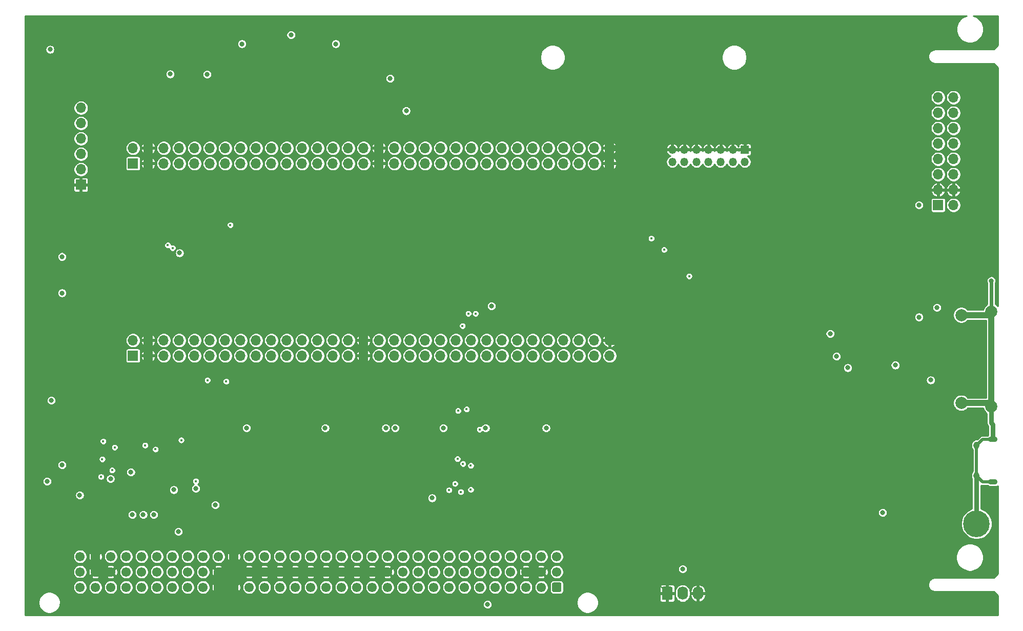
<source format=gbr>
G04 #@! TF.GenerationSoftware,KiCad,Pcbnew,5.1.9+dfsg1-1~bpo10+1*
G04 #@! TF.CreationDate,2023-04-04T12:39:48+02:00*
G04 #@! TF.ProjectId,nubus-to-ztex,6e756275-732d-4746-9f2d-7a7465782e6b,rev?*
G04 #@! TF.SameCoordinates,Original*
G04 #@! TF.FileFunction,Copper,L2,Inr*
G04 #@! TF.FilePolarity,Positive*
%FSLAX46Y46*%
G04 Gerber Fmt 4.6, Leading zero omitted, Abs format (unit mm)*
G04 Created by KiCad (PCBNEW 5.1.9+dfsg1-1~bpo10+1) date 2023-04-04 12:39:48*
%MOMM*%
%LPD*%
G01*
G04 APERTURE LIST*
G04 #@! TA.AperFunction,ComponentPad*
%ADD10C,4.400000*%
G04 #@! TD*
G04 #@! TA.AperFunction,ComponentPad*
%ADD11O,1.550000X0.890000*%
G04 #@! TD*
G04 #@! TA.AperFunction,ComponentPad*
%ADD12O,0.950000X1.250000*%
G04 #@! TD*
G04 #@! TA.AperFunction,ComponentPad*
%ADD13R,1.700000X1.700000*%
G04 #@! TD*
G04 #@! TA.AperFunction,ComponentPad*
%ADD14O,1.700000X1.700000*%
G04 #@! TD*
G04 #@! TA.AperFunction,ComponentPad*
%ADD15O,1.350000X1.350000*%
G04 #@! TD*
G04 #@! TA.AperFunction,ComponentPad*
%ADD16R,1.350000X1.350000*%
G04 #@! TD*
G04 #@! TA.AperFunction,ComponentPad*
%ADD17O,1.740000X2.200000*%
G04 #@! TD*
G04 #@! TA.AperFunction,ComponentPad*
%ADD18C,2.000000*%
G04 #@! TD*
G04 #@! TA.AperFunction,ComponentPad*
%ADD19C,1.550000*%
G04 #@! TD*
G04 #@! TA.AperFunction,ViaPad*
%ADD20C,0.800000*%
G04 #@! TD*
G04 #@! TA.AperFunction,ViaPad*
%ADD21C,0.450000*%
G04 #@! TD*
G04 #@! TA.AperFunction,Conductor*
%ADD22C,1.500000*%
G04 #@! TD*
G04 #@! TA.AperFunction,Conductor*
%ADD23C,0.152400*%
G04 #@! TD*
G04 #@! TA.AperFunction,Conductor*
%ADD24C,1.000000*%
G04 #@! TD*
G04 #@! TA.AperFunction,Conductor*
%ADD25C,0.800000*%
G04 #@! TD*
G04 #@! TA.AperFunction,Conductor*
%ADD26C,0.500000*%
G04 #@! TD*
G04 #@! TA.AperFunction,Conductor*
%ADD27C,0.200000*%
G04 #@! TD*
G04 #@! TA.AperFunction,Conductor*
%ADD28C,0.600000*%
G04 #@! TD*
G04 #@! TA.AperFunction,Conductor*
%ADD29C,0.750000*%
G04 #@! TD*
G04 #@! TA.AperFunction,Conductor*
%ADD30C,0.254000*%
G04 #@! TD*
G04 #@! TA.AperFunction,Conductor*
%ADD31C,0.100000*%
G04 #@! TD*
G04 APERTURE END LIST*
D10*
X269350000Y-89500000D03*
D11*
X272050000Y-75570000D03*
X272050000Y-82570000D03*
D12*
X269350000Y-76570000D03*
X269350000Y-81570000D03*
D13*
X130000000Y-30000000D03*
D14*
X130000000Y-27460000D03*
X132540000Y-30000000D03*
X132540000Y-27460000D03*
X135080000Y-30000000D03*
X135080000Y-27460000D03*
X137620000Y-30000000D03*
X137620000Y-27460000D03*
X140160000Y-30000000D03*
X140160000Y-27460000D03*
X142700000Y-30000000D03*
X142700000Y-27460000D03*
X145240000Y-30000000D03*
X145240000Y-27460000D03*
X147780000Y-30000000D03*
X147780000Y-27460000D03*
X150320000Y-30000000D03*
X150320000Y-27460000D03*
X152860000Y-30000000D03*
X152860000Y-27460000D03*
X155400000Y-30000000D03*
X155400000Y-27460000D03*
X157940000Y-30000000D03*
X157940000Y-27460000D03*
X160480000Y-30000000D03*
X160480000Y-27460000D03*
X163020000Y-30000000D03*
X163020000Y-27460000D03*
X165560000Y-30000000D03*
X165560000Y-27460000D03*
X168100000Y-30000000D03*
X168100000Y-27460000D03*
X170640000Y-30000000D03*
X170640000Y-27460000D03*
X173180000Y-30000000D03*
X173180000Y-27460000D03*
X175720000Y-30000000D03*
X175720000Y-27460000D03*
X178260000Y-30000000D03*
X178260000Y-27460000D03*
X180800000Y-30000000D03*
X180800000Y-27460000D03*
X183340000Y-30000000D03*
X183340000Y-27460000D03*
X185880000Y-30000000D03*
X185880000Y-27460000D03*
X188420000Y-30000000D03*
X188420000Y-27460000D03*
X190960000Y-30000000D03*
X190960000Y-27460000D03*
X193500000Y-30000000D03*
X193500000Y-27460000D03*
X196040000Y-30000000D03*
X196040000Y-27460000D03*
X198580000Y-30000000D03*
X198580000Y-27460000D03*
X201120000Y-30000000D03*
X201120000Y-27460000D03*
X203660000Y-30000000D03*
X203660000Y-27460000D03*
X206200000Y-30000000D03*
X206200000Y-27460000D03*
X208740000Y-30000000D03*
X208740000Y-27460000D03*
D13*
X130000000Y-61750000D03*
D14*
X130000000Y-59210000D03*
X132540000Y-61750000D03*
X132540000Y-59210000D03*
X135080000Y-61750000D03*
X135080000Y-59210000D03*
X137620000Y-61750000D03*
X137620000Y-59210000D03*
X140160000Y-61750000D03*
X140160000Y-59210000D03*
X142700000Y-61750000D03*
X142700000Y-59210000D03*
X145240000Y-61750000D03*
X145240000Y-59210000D03*
X147780000Y-61750000D03*
X147780000Y-59210000D03*
X150320000Y-61750000D03*
X150320000Y-59210000D03*
X152860000Y-61750000D03*
X152860000Y-59210000D03*
X155400000Y-61750000D03*
X155400000Y-59210000D03*
X157940000Y-61750000D03*
X157940000Y-59210000D03*
X160480000Y-61750000D03*
X160480000Y-59210000D03*
X163020000Y-61750000D03*
X163020000Y-59210000D03*
X165560000Y-61750000D03*
X165560000Y-59210000D03*
X168100000Y-61750000D03*
X168100000Y-59210000D03*
X170640000Y-61750000D03*
X170640000Y-59210000D03*
X173180000Y-61750000D03*
X173180000Y-59210000D03*
X175720000Y-61750000D03*
X175720000Y-59210000D03*
X178260000Y-61750000D03*
X178260000Y-59210000D03*
X180800000Y-61750000D03*
X180800000Y-59210000D03*
X183340000Y-61750000D03*
X183340000Y-59210000D03*
X185880000Y-61750000D03*
X185880000Y-59210000D03*
X188420000Y-61750000D03*
X188420000Y-59210000D03*
X190960000Y-61750000D03*
X190960000Y-59210000D03*
X193500000Y-61750000D03*
X193500000Y-59210000D03*
X196040000Y-61750000D03*
X196040000Y-59210000D03*
X198580000Y-61750000D03*
X198580000Y-59210000D03*
X201120000Y-61750000D03*
X201120000Y-59210000D03*
X203660000Y-61750000D03*
X203660000Y-59210000D03*
X206200000Y-61750000D03*
X206200000Y-59210000D03*
X208740000Y-61750000D03*
X208740000Y-59210000D03*
X265540000Y-19110000D03*
X263000000Y-19110000D03*
X265540000Y-21650000D03*
X263000000Y-21650000D03*
X265540000Y-24190000D03*
X263000000Y-24190000D03*
X265540000Y-26730000D03*
X263000000Y-26730000D03*
X265540000Y-29270000D03*
X263000000Y-29270000D03*
X265540000Y-31810000D03*
X263000000Y-31810000D03*
X265540000Y-34350000D03*
X263000000Y-34350000D03*
X265540000Y-36890000D03*
D13*
X263000000Y-36890000D03*
D15*
X219080000Y-29730000D03*
X219080000Y-27730000D03*
X221080000Y-29730000D03*
X221080000Y-27730000D03*
X223080000Y-29730000D03*
X223080000Y-27730000D03*
X225080000Y-29730000D03*
X225080000Y-27730000D03*
X227080000Y-29730000D03*
X227080000Y-27730000D03*
X229080000Y-29730000D03*
X229080000Y-27730000D03*
X231080000Y-29730000D03*
D16*
X231080000Y-27730000D03*
D13*
X121400000Y-33528000D03*
D14*
X121400000Y-30988000D03*
X121400000Y-28448000D03*
X121400000Y-25908000D03*
X121400000Y-23368000D03*
X121400000Y-20828000D03*
G04 #@! TA.AperFunction,ComponentPad*
G36*
G01*
X217390000Y-101850001D02*
X217390000Y-100149999D01*
G75*
G02*
X217639999Y-99900000I249999J0D01*
G01*
X218880001Y-99900000D01*
G75*
G02*
X219130000Y-100149999I0J-249999D01*
G01*
X219130000Y-101850001D01*
G75*
G02*
X218880001Y-102100000I-249999J0D01*
G01*
X217639999Y-102100000D01*
G75*
G02*
X217390000Y-101850001I0J249999D01*
G01*
G37*
G04 #@! TD.AperFunction*
D17*
X220800000Y-101000000D03*
X223340000Y-101000000D03*
D18*
X271800000Y-70150000D03*
X271800000Y-54450000D03*
X266850000Y-69550000D03*
X266850000Y-55050000D03*
G04 #@! TA.AperFunction,ComponentPad*
G36*
G01*
X200775000Y-99474998D02*
X200775000Y-100525002D01*
G75*
G02*
X200525002Y-100775000I-249998J0D01*
G01*
X199474998Y-100775000D01*
G75*
G02*
X199225000Y-100525002I0J249998D01*
G01*
X199225000Y-99474998D01*
G75*
G02*
X199474998Y-99225000I249998J0D01*
G01*
X200525002Y-99225000D01*
G75*
G02*
X200775000Y-99474998I0J-249998D01*
G01*
G37*
G04 #@! TD.AperFunction*
D19*
X197460000Y-100000000D03*
X194920000Y-100000000D03*
X192380000Y-100000000D03*
X189840000Y-100000000D03*
X187300000Y-100000000D03*
X184760000Y-100000000D03*
X182220000Y-100000000D03*
X179680000Y-100000000D03*
X177140000Y-100000000D03*
X174600000Y-100000000D03*
X172060000Y-100000000D03*
X169520000Y-100000000D03*
X166980000Y-100000000D03*
X164440000Y-100000000D03*
X161900000Y-100000000D03*
X159360000Y-100000000D03*
X156820000Y-100000000D03*
X154280000Y-100000000D03*
X151740000Y-100000000D03*
X149200000Y-100000000D03*
X146660000Y-100000000D03*
X144120000Y-100000000D03*
X141580000Y-100000000D03*
X139040000Y-100000000D03*
X136500000Y-100000000D03*
X133960000Y-100000000D03*
X131420000Y-100000000D03*
X128880000Y-100000000D03*
X126340000Y-100000000D03*
X123800000Y-100000000D03*
X121260000Y-100000000D03*
X200000000Y-97460000D03*
X197460000Y-97460000D03*
X194920000Y-97460000D03*
X192380000Y-97460000D03*
X189840000Y-97460000D03*
X187300000Y-97460000D03*
X184760000Y-97460000D03*
X182220000Y-97460000D03*
X179680000Y-97460000D03*
X177140000Y-97460000D03*
X174600000Y-97460000D03*
X172060000Y-97460000D03*
X169520000Y-97460000D03*
X166980000Y-97460000D03*
X164440000Y-97460000D03*
X161900000Y-97460000D03*
X159360000Y-97460000D03*
X156820000Y-97460000D03*
X154280000Y-97460000D03*
X151740000Y-97460000D03*
X149200000Y-97460000D03*
X146660000Y-97460000D03*
X144120000Y-97460000D03*
X141580000Y-97460000D03*
X139040000Y-97460000D03*
X136500000Y-97460000D03*
X133960000Y-97460000D03*
X131420000Y-97460000D03*
X128880000Y-97460000D03*
X126340000Y-97460000D03*
X123800000Y-97460000D03*
X121260000Y-97460000D03*
X200000000Y-94920000D03*
X197460000Y-94920000D03*
X194920000Y-94920000D03*
X192380000Y-94920000D03*
X189840000Y-94920000D03*
X187300000Y-94920000D03*
X184760000Y-94920000D03*
X182220000Y-94920000D03*
X179680000Y-94920000D03*
X177140000Y-94920000D03*
X174600000Y-94920000D03*
X172060000Y-94920000D03*
X169520000Y-94920000D03*
X166980000Y-94920000D03*
X164440000Y-94920000D03*
X161900000Y-94920000D03*
X159360000Y-94920000D03*
X156820000Y-94920000D03*
X154280000Y-94920000D03*
X151740000Y-94920000D03*
X149200000Y-94920000D03*
X146660000Y-94920000D03*
X144120000Y-94920000D03*
X141580000Y-94920000D03*
X139040000Y-94920000D03*
X136500000Y-94920000D03*
X133960000Y-94920000D03*
X131420000Y-94920000D03*
X128880000Y-94920000D03*
X126340000Y-94920000D03*
X123800000Y-94920000D03*
X121260000Y-94920000D03*
D20*
X155357500Y-78180000D03*
X267000000Y-51000000D03*
X222740000Y-36800000D03*
X234000000Y-34000000D03*
X174500000Y-71000000D03*
X194880000Y-35760000D03*
X208740000Y-50800000D03*
X215540000Y-27460000D03*
X116300000Y-16437500D03*
X268000000Y-58050000D03*
X149900000Y-71000000D03*
D21*
X145300000Y-90050000D03*
D20*
X189500000Y-71000000D03*
X186786371Y-50762953D03*
X118534670Y-98720000D03*
D21*
X115200000Y-90730000D03*
D20*
X152880000Y-42180000D03*
X181586371Y-48162953D03*
X268000000Y-65550000D03*
X187000000Y-83100000D03*
X183850000Y-73462500D03*
X256220000Y-61875000D03*
X135250000Y-70800000D03*
X139252400Y-47600000D03*
X268000000Y-61050000D03*
X140070000Y-71650000D03*
X168650000Y-91575000D03*
D21*
X145400000Y-88100000D03*
D20*
X163000000Y-71000000D03*
X158100000Y-92000000D03*
X207500000Y-71000000D03*
X132800000Y-79640000D03*
D21*
X131100000Y-77215000D03*
D20*
X252900000Y-82730000D03*
X264200000Y-67357500D03*
X194857500Y-79750000D03*
D21*
X115200000Y-87480000D03*
D20*
X176480000Y-33630000D03*
X140070000Y-65480000D03*
X181586371Y-53962953D03*
X236450000Y-82730000D03*
X145125000Y-50200000D03*
X256010000Y-88120000D03*
X148200000Y-86800000D03*
X117200000Y-84780000D03*
X179800000Y-92480000D03*
X123800000Y-93000000D03*
X115670000Y-40410000D03*
X190611371Y-50675453D03*
D21*
X168357500Y-79750000D03*
D20*
X228090000Y-60250000D03*
X168820000Y-45760000D03*
X168357500Y-78180000D03*
D21*
X139300000Y-87450000D03*
D20*
X255040000Y-53812500D03*
X246062500Y-59100000D03*
X255500000Y-58625000D03*
X179857500Y-79750000D03*
X127900000Y-72015000D03*
D21*
X115200000Y-89430000D03*
D20*
X267720000Y-77180000D03*
X196200000Y-92480000D03*
X244180000Y-99750000D03*
X137500000Y-89275000D03*
X259850000Y-35315000D03*
X259850000Y-14000000D03*
X234000000Y-14000000D03*
X125722000Y-33528000D03*
X228670000Y-36800000D03*
X143040000Y-68680000D03*
X268560000Y-51000000D03*
X267000000Y-49425000D03*
X156725000Y-81300000D03*
D21*
X155357500Y-79750000D03*
D20*
X169725000Y-81300000D03*
X123840134Y-42199866D03*
X175135000Y-19775000D03*
X267000000Y-46930000D03*
X167210000Y-18100000D03*
X158300000Y-8750000D03*
X143250000Y-10250000D03*
X168340000Y-7300000D03*
X223340000Y-97000000D03*
X258275000Y-51965000D03*
X265400000Y-76660000D03*
X263085000Y-80495000D03*
X198250000Y-75237500D03*
X171750000Y-75237500D03*
X142250000Y-16835293D03*
D21*
X221870000Y-48620000D03*
D20*
X161750000Y-73687500D03*
X172485673Y-15948535D03*
X188250000Y-73687500D03*
X136727523Y-83900000D03*
X137700000Y-44789641D03*
X248080000Y-63750000D03*
X126287500Y-82100000D03*
X115812500Y-82500000D03*
X148750000Y-73687500D03*
X140387500Y-83700000D03*
X118300000Y-79800000D03*
X143600000Y-86400000D03*
X245170000Y-58110000D03*
X137500000Y-90825000D03*
X116300000Y-11175000D03*
X116500000Y-69150000D03*
X173300000Y-73687500D03*
X118265134Y-45400000D03*
X121200000Y-84780000D03*
X181250000Y-73687500D03*
X118265134Y-51400000D03*
X136140000Y-15235293D03*
X189211371Y-53562953D03*
X129652500Y-81000000D03*
X179412661Y-85255497D03*
X259850000Y-36890000D03*
X175135000Y-21325000D03*
X156100000Y-8750000D03*
X163500000Y-10250000D03*
X148000000Y-10250000D03*
X262800000Y-53810000D03*
X259850000Y-55387500D03*
X198250000Y-73687500D03*
X171750000Y-73687500D03*
X142250000Y-15285293D03*
X253850000Y-87660000D03*
X246230000Y-61872500D03*
X131697842Y-88000000D03*
X129897842Y-88000000D03*
X133421568Y-88014972D03*
X188575000Y-102850000D03*
X220800000Y-97000000D03*
D21*
X184418601Y-56831399D03*
X183600000Y-78800000D03*
X184150000Y-84250000D03*
X186600000Y-54800000D03*
X187263411Y-73930000D03*
X185400000Y-54800000D03*
X185800000Y-83875000D03*
X185800000Y-79900000D03*
X137965000Y-75700000D03*
X132000000Y-76565000D03*
X136541399Y-43958601D03*
X135750000Y-43500000D03*
X146070000Y-40170000D03*
D20*
X271800000Y-49380000D03*
D21*
X217750000Y-44250000D03*
X215625000Y-42375000D03*
X133700000Y-77215000D03*
X145387500Y-66000000D03*
X140375000Y-82475000D03*
X142300000Y-65800000D03*
X125066330Y-75900000D03*
X126550000Y-80675000D03*
X124712500Y-81750000D03*
X126975000Y-76905000D03*
X124925000Y-78850000D03*
X182200161Y-83950161D03*
X183200000Y-82900000D03*
X184500000Y-79600000D03*
X185110000Y-70590000D03*
X183710000Y-70850000D03*
D20*
X261760000Y-65782500D03*
X255920000Y-63320000D03*
D22*
X208740000Y-30000000D02*
X208740000Y-27460000D01*
X208740000Y-27460000D02*
X208740000Y-24760000D01*
X208740000Y-30000000D02*
X208740000Y-32560000D01*
D23*
X208740000Y-32560000D02*
X198080000Y-32560000D01*
X198080000Y-32560000D02*
X194880000Y-35760000D01*
X194880000Y-35760000D02*
X194750000Y-35890000D01*
D24*
X215540000Y-27460000D02*
X208740000Y-27460000D01*
D23*
X179800000Y-92480000D02*
X169555000Y-92480000D01*
D25*
X168820000Y-52500000D02*
X168820000Y-45760000D01*
D26*
X196200000Y-97460000D02*
X196200000Y-92480000D01*
X123800000Y-97460000D02*
X122540000Y-98720000D01*
D23*
X115200000Y-89430000D02*
X115200000Y-87480000D01*
X132540000Y-23462500D02*
X132540000Y-23660000D01*
D26*
X196200000Y-89100000D02*
X196200000Y-82592500D01*
D23*
X155250000Y-79750000D02*
X155357500Y-79750000D01*
D25*
X168820000Y-55760000D02*
X168820000Y-52500000D01*
D23*
X228090000Y-60250000D02*
X244912500Y-60250000D01*
X212100000Y-60250000D02*
X228090000Y-60250000D01*
D25*
X168100000Y-56480000D02*
X168820000Y-55760000D01*
D23*
X168100000Y-74012500D02*
X168357500Y-74270000D01*
X168720000Y-52600000D02*
X168820000Y-52500000D01*
D26*
X168250000Y-92250000D02*
X168250001Y-91974999D01*
X168250001Y-91974999D02*
X168650000Y-91575000D01*
D22*
X123800000Y-97460000D02*
X123800000Y-94920000D01*
D23*
X194857500Y-79750000D02*
X203560000Y-71047500D01*
X203560000Y-71047500D02*
X203560000Y-71000000D01*
D26*
X153025000Y-97460000D02*
X153025000Y-92075000D01*
D22*
X170640000Y-27460000D02*
X170640000Y-25000000D01*
D23*
X191507500Y-83100000D02*
X194857500Y-79750000D01*
X187000000Y-83100000D02*
X191507500Y-83100000D01*
X168357500Y-74270000D02*
X168357500Y-78180000D01*
D22*
X164440000Y-97460000D02*
X166980000Y-97460000D01*
D23*
X163000000Y-71000000D02*
X168100000Y-71000000D01*
X196200000Y-92480000D02*
X179800000Y-92480000D01*
X132800000Y-79640000D02*
X132800000Y-84612500D01*
X169555000Y-92480000D02*
X169049999Y-91974999D01*
X169049999Y-91974999D02*
X168650000Y-91575000D01*
X267730000Y-77190000D02*
X267720000Y-77180000D01*
X115200000Y-90730000D02*
X115200000Y-95425330D01*
X117200000Y-72200000D02*
X117200000Y-72200000D01*
X123500000Y-65900000D02*
X127500000Y-65900000D01*
X148200000Y-86800000D02*
X155250000Y-79750000D01*
D22*
X132540000Y-47600000D02*
X132540000Y-52520000D01*
X132540000Y-52520000D02*
X132540000Y-59210000D01*
D23*
X131600000Y-65900000D02*
X132540000Y-64960000D01*
X132410000Y-52390000D02*
X132540000Y-52520000D01*
D22*
X156820000Y-97460000D02*
X158100000Y-97460000D01*
D23*
X211060000Y-59210000D02*
X212100000Y-60250000D01*
D22*
X170640000Y-40360000D02*
X170640000Y-33630000D01*
D23*
X170640000Y-33630000D02*
X176480000Y-33630000D01*
D22*
X168100000Y-61750000D02*
X168100000Y-71000000D01*
D26*
X118534670Y-98720000D02*
X122540000Y-98720000D01*
D23*
X149900000Y-71000000D02*
X163000000Y-71000000D01*
D22*
X153025000Y-97460000D02*
X154280000Y-97460000D01*
D23*
X135250000Y-67670000D02*
X132540000Y-64960000D01*
D22*
X132540000Y-27460000D02*
X132540000Y-23660000D01*
X132540000Y-61750000D02*
X132540000Y-64960000D01*
D23*
X115200000Y-90730000D02*
X115200000Y-89430000D01*
D22*
X163175000Y-97460000D02*
X164440000Y-97460000D01*
D26*
X163175000Y-97460000D02*
X163175000Y-91975000D01*
X168820000Y-42180000D02*
X152880000Y-42180000D01*
D23*
X132950000Y-42180000D02*
X132540000Y-42590000D01*
X134035000Y-72015000D02*
X135250000Y-70800000D01*
X196170000Y-104500000D02*
X145390000Y-104500000D01*
X145125000Y-50200000D02*
X142525000Y-47600000D01*
X142525000Y-47600000D02*
X139252400Y-47600000D01*
D26*
X152880000Y-42180000D02*
X132950000Y-42180000D01*
D22*
X132540000Y-33600000D02*
X132540000Y-42590000D01*
D23*
X170617047Y-53962953D02*
X181586371Y-53962953D01*
X186873871Y-50675453D02*
X186786371Y-50762953D01*
X264200000Y-67357500D02*
X266007500Y-65550000D01*
X266007500Y-65550000D02*
X268000000Y-65550000D01*
X264200000Y-67357500D02*
X263800001Y-67757499D01*
X189500000Y-71000000D02*
X202250000Y-71000000D01*
X183850000Y-73462500D02*
X186312500Y-71000000D01*
X146660000Y-91410000D02*
X145300000Y-90050000D01*
D22*
X144120000Y-100000000D02*
X144120000Y-97460000D01*
D25*
X168820000Y-45760000D02*
X168820000Y-42180000D01*
D23*
X256010000Y-87920000D02*
X244180000Y-99750000D01*
X256220000Y-61875000D02*
X256220000Y-59345000D01*
D22*
X161900000Y-97460000D02*
X163175000Y-97460000D01*
D23*
X186786371Y-50762953D02*
X184786371Y-50762953D01*
X184786371Y-50762953D02*
X181586371Y-53962953D01*
X268000000Y-65550000D02*
X268000000Y-58050000D01*
D26*
X123800000Y-97460000D02*
X122530000Y-96190000D01*
X158100000Y-97460000D02*
X158100000Y-92000000D01*
D22*
X132540000Y-30000000D02*
X132540000Y-33600000D01*
D23*
X196200000Y-82592500D02*
X196200000Y-81092500D01*
X196200000Y-81092500D02*
X194857500Y-79750000D01*
X168820000Y-55760000D02*
X170617047Y-53962953D01*
X117200000Y-72200000D02*
X123500000Y-65900000D01*
X186312500Y-71000000D02*
X189500000Y-71000000D01*
D22*
X159360000Y-97460000D02*
X161900000Y-97460000D01*
D23*
X127900000Y-72015000D02*
X134035000Y-72015000D01*
X255040000Y-58165000D02*
X255500000Y-58625000D01*
X207500000Y-71000000D02*
X207500000Y-71000000D01*
D26*
X118534670Y-98720000D02*
X118534670Y-98720000D01*
D22*
X132540000Y-42590000D02*
X132540000Y-47600000D01*
X146660000Y-94920000D02*
X146660000Y-92000000D01*
D23*
X239420000Y-104510000D02*
X198510000Y-104510000D01*
D26*
X153025000Y-97460000D02*
X153025000Y-102475000D01*
D23*
X117200000Y-84780000D02*
X117200000Y-72200000D01*
D22*
X123800000Y-94920000D02*
X123800000Y-93000000D01*
D23*
X263800001Y-67757499D02*
X263800001Y-73260001D01*
X263800001Y-73260001D02*
X267320001Y-76780001D01*
X202250000Y-71000000D02*
X203560000Y-71000000D01*
X203560000Y-71000000D02*
X207500000Y-71000000D01*
D22*
X144120000Y-100000000D02*
X144120000Y-103230000D01*
D23*
X145300000Y-90050000D02*
X145300000Y-88200000D01*
X141430000Y-64120000D02*
X141430000Y-53895000D01*
D25*
X168100000Y-71000000D02*
X168100000Y-74012500D01*
D23*
X131237500Y-77352500D02*
X131100000Y-77215000D01*
D22*
X196200000Y-97460000D02*
X194920000Y-97460000D01*
X144120000Y-97460000D02*
X146660000Y-97460000D01*
D26*
X144120000Y-103230000D02*
X145390000Y-104500000D01*
D22*
X149200000Y-97460000D02*
X151740000Y-97460000D01*
D23*
X155357500Y-79750000D02*
X168357500Y-79750000D01*
X208740000Y-57660000D02*
X208740000Y-58007919D01*
X210000000Y-59210000D02*
X211060000Y-59210000D01*
X198510000Y-104510000D02*
X198500000Y-104500000D01*
X176480000Y-33630000D02*
X176480000Y-33630000D01*
D22*
X170640000Y-33630000D02*
X170640000Y-30000000D01*
D23*
X252900000Y-82730000D02*
X236450000Y-82730000D01*
D22*
X169520000Y-97460000D02*
X172060000Y-97460000D01*
X132540000Y-27460000D02*
X132540000Y-30000000D01*
X170640000Y-27460000D02*
X170640000Y-30000000D01*
D23*
X115200000Y-87480000D02*
X115200000Y-86780000D01*
D22*
X146660000Y-100000000D02*
X146660000Y-103230000D01*
X146660000Y-100000000D02*
X146660000Y-97460000D01*
D23*
X116300000Y-16437500D02*
X125317500Y-16437500D01*
X125317500Y-16437500D02*
X132540000Y-23660000D01*
X140070000Y-71650000D02*
X140070000Y-76930000D01*
X212100000Y-66400000D02*
X207500000Y-71000000D01*
D22*
X197460000Y-97460000D02*
X196200000Y-97460000D01*
D23*
X140070000Y-65480000D02*
X140070000Y-65480000D01*
X115200000Y-86780000D02*
X117200000Y-84780000D01*
X140070000Y-76930000D02*
X137360000Y-79640000D01*
X137360000Y-79640000D02*
X132800000Y-79640000D01*
X179857500Y-79750000D02*
X168357500Y-79750000D01*
X198500000Y-104500000D02*
X196170000Y-104500000D01*
X141430000Y-53895000D02*
X145125000Y-50200000D01*
X140070000Y-65480000D02*
X141430000Y-64120000D01*
D26*
X127600000Y-98720000D02*
X127600000Y-104500000D01*
D23*
X256010000Y-87920000D02*
X256010000Y-85840000D01*
X246062500Y-59100000D02*
X255025000Y-59100000D01*
X255025000Y-59100000D02*
X255500000Y-58625000D01*
X127499999Y-65900001D02*
X127500000Y-65900000D01*
X170640000Y-30000000D02*
X170640000Y-31202081D01*
X127500000Y-65900000D02*
X131600000Y-65900000D01*
X256220000Y-59345000D02*
X255500000Y-58625000D01*
D22*
X146660000Y-97460000D02*
X149200000Y-97460000D01*
X151740000Y-97460000D02*
X153025000Y-97460000D01*
D26*
X196200000Y-92480000D02*
X196200000Y-89100000D01*
D23*
X181586371Y-53962953D02*
X181586371Y-48162953D01*
X119480000Y-96190000D02*
X115964670Y-96190000D01*
D26*
X122530000Y-96190000D02*
X119480000Y-96190000D01*
D22*
X124896015Y-97460000D02*
X126340000Y-97460000D01*
D23*
X212100000Y-60250000D02*
X212100000Y-66400000D01*
D22*
X168100000Y-59210000D02*
X168100000Y-61750000D01*
X154280000Y-97460000D02*
X156820000Y-97460000D01*
D26*
X163175000Y-97460000D02*
X163175000Y-102425000D01*
D23*
X135250000Y-70800000D02*
X135250000Y-67670000D01*
D26*
X168250000Y-97460000D02*
X168250000Y-92250000D01*
D22*
X166980000Y-97460000D02*
X168250000Y-97460000D01*
D23*
X244912500Y-60250000D02*
X246062500Y-59100000D01*
X139252400Y-47600000D02*
X132540000Y-47600000D01*
X256010000Y-85840000D02*
X252900000Y-82730000D01*
D26*
X197460000Y-97460000D02*
X198730000Y-96190000D01*
D22*
X146660000Y-97460000D02*
X146660000Y-94920000D01*
D23*
X267320001Y-76780001D02*
X267720000Y-77180000D01*
X145400000Y-88100000D02*
X146900000Y-88100000D01*
D26*
X126340000Y-97460000D02*
X127600000Y-98720000D01*
D23*
X255040000Y-53812500D02*
X255040000Y-58165000D01*
X135649999Y-69900001D02*
X140070000Y-65480000D01*
X135250000Y-70800000D02*
X135649999Y-70400001D01*
X135649999Y-70400001D02*
X135649999Y-69900001D01*
X202250000Y-71000000D02*
X202400000Y-71000000D01*
D22*
X146660000Y-100000000D02*
X144120000Y-100000000D01*
D23*
X146900000Y-88100000D02*
X148200000Y-86800000D01*
D22*
X168100000Y-59210000D02*
X168100000Y-56480000D01*
D26*
X168250000Y-97460000D02*
X168250000Y-102000000D01*
D22*
X168250000Y-97460000D02*
X169520000Y-97460000D01*
D23*
X168357500Y-78180000D02*
X168357500Y-79750000D01*
X170640000Y-31202081D02*
X170688000Y-31250081D01*
D22*
X123800000Y-97460000D02*
X124896015Y-97460000D01*
D23*
X140070000Y-65480000D02*
X140070000Y-71650000D01*
D25*
X168820000Y-42180000D02*
X170640000Y-40360000D01*
D22*
X208740000Y-59210000D02*
X210000000Y-59210000D01*
D23*
X145300000Y-88200000D02*
X145400000Y-88100000D01*
D26*
X158100000Y-97460000D02*
X158100000Y-102800000D01*
D23*
X190611371Y-50675453D02*
X186873871Y-50675453D01*
X145390000Y-104500000D02*
X127600000Y-104500000D01*
X132440000Y-33500000D02*
X132540000Y-33600000D01*
X115200000Y-95425330D02*
X115964670Y-96190000D01*
D22*
X132540000Y-61750000D02*
X132540000Y-59210000D01*
D23*
X146660000Y-93260000D02*
X146660000Y-91410000D01*
D22*
X208740000Y-59210000D02*
X208740000Y-58007919D01*
D23*
X115964670Y-96190000D02*
X118534670Y-98760000D01*
X196170000Y-97490000D02*
X196200000Y-97460000D01*
D26*
X196170000Y-97490000D02*
X196170000Y-104500000D01*
D22*
X158100000Y-97460000D02*
X159360000Y-97460000D01*
D23*
X244180000Y-99750000D02*
X239420000Y-104510000D01*
D26*
X146660000Y-103230000D02*
X145390000Y-104500000D01*
D23*
X208740000Y-58007919D02*
X208740000Y-50800000D01*
X192750000Y-33630000D02*
X194880000Y-35760000D01*
X176480000Y-33630000D02*
X192750000Y-33630000D01*
X190611371Y-40028629D02*
X194880000Y-35760000D01*
X190611371Y-50675453D02*
X190611371Y-40028629D01*
X208740000Y-50800000D02*
X208740000Y-32560000D01*
X256000000Y-14010000D02*
X256000000Y-14010000D01*
X234000000Y-34000000D02*
X234000000Y-14000000D01*
X234000000Y-14000000D02*
X256000000Y-14000000D01*
X259850000Y-14000000D02*
X259850000Y-35315000D01*
X118840000Y-40410000D02*
X125722000Y-33528000D01*
X115670000Y-40410000D02*
X118840000Y-40410000D01*
X132468000Y-33528000D02*
X132540000Y-33600000D01*
X125722000Y-33528000D02*
X132468000Y-33528000D01*
X208740000Y-50800000D02*
X222740000Y-36800000D01*
X231200000Y-36800000D02*
X234000000Y-34000000D01*
X222740000Y-36800000D02*
X228670000Y-36800000D01*
X228670000Y-36800000D02*
X231200000Y-36800000D01*
X140070000Y-71650000D02*
X143040000Y-68680000D01*
D26*
X212350000Y-96190000D02*
X198730000Y-96190000D01*
D23*
X155357500Y-79750000D02*
X155357500Y-78180000D01*
X213450000Y-96190000D02*
X218260000Y-101000000D01*
X212350000Y-96190000D02*
X213450000Y-96190000D01*
D27*
X117459866Y-42199866D02*
X115670000Y-40410000D01*
X123840134Y-42199866D02*
X117459866Y-42199866D01*
X256000000Y-14000000D02*
X259850000Y-14000000D01*
X173460000Y-18100000D02*
X175135000Y-19775000D01*
X167210000Y-18100000D02*
X173460000Y-18100000D01*
X145450001Y-8049999D02*
X143250000Y-10250000D01*
X158300000Y-8750000D02*
X157599999Y-8049999D01*
X157599999Y-8049999D02*
X145450001Y-8049999D01*
X170640000Y-24270000D02*
X175135000Y-19775000D01*
X170640000Y-25000000D02*
X170640000Y-24270000D01*
X261922500Y-46930000D02*
X255040000Y-53812500D01*
X267000000Y-46930000D02*
X261922500Y-46930000D01*
X263085000Y-78975000D02*
X265400000Y-76660000D01*
X263085000Y-80495000D02*
X263085000Y-78975000D01*
X265920000Y-77180000D02*
X265400000Y-76660000D01*
X267720000Y-77180000D02*
X265920000Y-77180000D01*
D26*
X231080000Y-27730000D02*
X229080000Y-27730000D01*
X229080000Y-27730000D02*
X227080000Y-27730000D01*
X227080000Y-27730000D02*
X225080000Y-27730000D01*
X225080000Y-27730000D02*
X223080000Y-27730000D01*
X223080000Y-27730000D02*
X221080000Y-27730000D01*
X221080000Y-27730000D02*
X219080000Y-27730000D01*
X219080000Y-27730000D02*
X217360000Y-27730000D01*
X217360000Y-27730000D02*
X217090000Y-27460000D01*
X217090000Y-27460000D02*
X215540000Y-27460000D01*
D27*
X132540000Y-20960000D02*
X143250000Y-10250000D01*
X132540000Y-23660000D02*
X132540000Y-20960000D01*
X182075000Y-75237500D02*
X183850000Y-73462500D01*
X171750000Y-75237500D02*
X182075000Y-75237500D01*
X166890000Y-8750000D02*
X168340000Y-7300000D01*
X158300000Y-8750000D02*
X166890000Y-8750000D01*
X143250000Y-15835293D02*
X143250000Y-10250000D01*
X142250000Y-16835293D02*
X143250000Y-15835293D01*
D24*
X271200000Y-55050000D02*
X271800000Y-54450000D01*
X266850000Y-55050000D02*
X271200000Y-55050000D01*
X271800000Y-54450000D02*
X271800000Y-70150000D01*
X271200000Y-69550000D02*
X271800000Y-70150000D01*
X266850000Y-69550000D02*
X271200000Y-69550000D01*
D23*
X266840000Y-55040000D02*
X266850000Y-55050000D01*
D24*
X271897500Y-70247500D02*
X271800000Y-70150000D01*
D28*
X271800000Y-54450000D02*
X271800000Y-49380000D01*
D26*
X269350000Y-81570000D02*
X269350000Y-76570000D01*
X270350000Y-75570000D02*
X269350000Y-76570000D01*
X272050000Y-75570000D02*
X270350000Y-75570000D01*
X270350000Y-82570000D02*
X269350000Y-81570000D01*
X272050000Y-82570000D02*
X270350000Y-82570000D01*
D29*
X269350000Y-89500000D02*
X269350000Y-81570000D01*
X271800000Y-70150000D02*
X271800000Y-72830000D01*
X271800000Y-72830000D02*
X272050000Y-73080000D01*
X272050000Y-73080000D02*
X272050000Y-75570000D01*
D30*
X267599312Y-5652004D02*
X267187101Y-5822747D01*
X266816121Y-6070628D01*
X266500628Y-6386121D01*
X266252747Y-6757101D01*
X266082004Y-7169312D01*
X265994960Y-7606913D01*
X265994960Y-8053087D01*
X266082004Y-8490688D01*
X266252747Y-8902899D01*
X266500628Y-9273879D01*
X266816121Y-9589372D01*
X267187101Y-9837253D01*
X267599312Y-10007996D01*
X268036913Y-10095040D01*
X268483087Y-10095040D01*
X268920688Y-10007996D01*
X269332899Y-9837253D01*
X269703879Y-9589372D01*
X270019372Y-9273879D01*
X270267253Y-8902899D01*
X270437996Y-8490688D01*
X270525040Y-8053087D01*
X270525040Y-7606913D01*
X270437996Y-7169312D01*
X270267253Y-6757101D01*
X270019372Y-6386121D01*
X269703879Y-6070628D01*
X269332899Y-5822747D01*
X268920688Y-5652004D01*
X268794984Y-5627000D01*
X272874000Y-5627000D01*
X272874001Y-10491117D01*
X272191119Y-11174000D01*
X262477601Y-11174000D01*
X262454816Y-11176244D01*
X262445726Y-11176244D01*
X262439394Y-11176910D01*
X262303630Y-11192139D01*
X262263213Y-11200730D01*
X262222665Y-11208758D01*
X262216583Y-11210641D01*
X262216582Y-11210641D01*
X262216579Y-11210642D01*
X262216577Y-11210643D01*
X262086362Y-11251950D01*
X262048378Y-11268229D01*
X262010161Y-11283981D01*
X262004566Y-11287007D01*
X262004563Y-11287008D01*
X262004560Y-11287010D01*
X261884842Y-11352826D01*
X261850701Y-11376202D01*
X261816318Y-11399046D01*
X261811422Y-11403097D01*
X261811410Y-11403105D01*
X261811401Y-11403114D01*
X261706758Y-11490920D01*
X261677851Y-11520438D01*
X261648515Y-11549570D01*
X261644496Y-11554499D01*
X261644491Y-11554504D01*
X261644487Y-11554509D01*
X261558887Y-11660975D01*
X261536260Y-11695552D01*
X261513146Y-11729819D01*
X261510157Y-11735441D01*
X261446863Y-11856510D01*
X261431375Y-11894842D01*
X261415363Y-11932933D01*
X261413523Y-11939029D01*
X261374951Y-12070087D01*
X261367201Y-12110711D01*
X261358897Y-12151168D01*
X261358277Y-12157497D01*
X261358275Y-12157506D01*
X261358275Y-12157514D01*
X261345894Y-12293558D01*
X261346182Y-12334848D01*
X261345893Y-12376214D01*
X261346515Y-12382551D01*
X261360795Y-12518419D01*
X261369108Y-12558917D01*
X261376850Y-12599505D01*
X261378687Y-12605586D01*
X261378689Y-12605597D01*
X261378693Y-12605607D01*
X261419090Y-12736106D01*
X261435105Y-12774206D01*
X261450587Y-12812524D01*
X261453576Y-12818146D01*
X261518554Y-12938320D01*
X261541664Y-12972582D01*
X261564294Y-13007165D01*
X261568317Y-13012097D01*
X261568320Y-13012101D01*
X261568324Y-13012105D01*
X261655401Y-13117364D01*
X261684733Y-13146493D01*
X261713645Y-13176017D01*
X261718540Y-13180065D01*
X261718549Y-13180074D01*
X261718559Y-13180080D01*
X261824422Y-13266420D01*
X261858817Y-13289272D01*
X261892947Y-13312642D01*
X261898548Y-13315670D01*
X262019173Y-13379807D01*
X262057408Y-13395566D01*
X262095368Y-13411837D01*
X262101447Y-13413718D01*
X262101454Y-13413721D01*
X262101462Y-13413723D01*
X262232235Y-13453206D01*
X262272775Y-13461234D01*
X262313207Y-13469828D01*
X262319533Y-13470492D01*
X262319536Y-13470493D01*
X262319539Y-13470493D01*
X262455504Y-13483824D01*
X262455507Y-13483824D01*
X262477601Y-13486000D01*
X272191119Y-13486000D01*
X272874001Y-14168883D01*
X272874001Y-53571621D01*
X272872693Y-53569664D01*
X272680336Y-53377307D01*
X272481000Y-53244115D01*
X272481000Y-49766574D01*
X272492113Y-49749942D01*
X272550987Y-49607809D01*
X272581000Y-49456922D01*
X272581000Y-49303078D01*
X272550987Y-49152191D01*
X272492113Y-49010058D01*
X272406642Y-48882141D01*
X272297859Y-48773358D01*
X272169942Y-48687887D01*
X272027809Y-48629013D01*
X271876922Y-48599000D01*
X271723078Y-48599000D01*
X271572191Y-48629013D01*
X271430058Y-48687887D01*
X271302141Y-48773358D01*
X271193358Y-48882141D01*
X271107887Y-49010058D01*
X271049013Y-49152191D01*
X271019000Y-49303078D01*
X271019000Y-49456922D01*
X271049013Y-49607809D01*
X271107887Y-49749942D01*
X271119001Y-49766575D01*
X271119000Y-53244115D01*
X270919664Y-53377307D01*
X270727307Y-53569664D01*
X270576174Y-53795851D01*
X270472071Y-54047177D01*
X270447839Y-54169000D01*
X267922029Y-54169000D01*
X267730336Y-53977307D01*
X267504149Y-53826174D01*
X267252823Y-53722071D01*
X266986017Y-53669000D01*
X266713983Y-53669000D01*
X266447177Y-53722071D01*
X266195851Y-53826174D01*
X265969664Y-53977307D01*
X265777307Y-54169664D01*
X265626174Y-54395851D01*
X265522071Y-54647177D01*
X265469000Y-54913983D01*
X265469000Y-55186017D01*
X265522071Y-55452823D01*
X265626174Y-55704149D01*
X265777307Y-55930336D01*
X265969664Y-56122693D01*
X266195851Y-56273826D01*
X266447177Y-56377929D01*
X266713983Y-56431000D01*
X266986017Y-56431000D01*
X267252823Y-56377929D01*
X267504149Y-56273826D01*
X267730336Y-56122693D01*
X267922029Y-55931000D01*
X270919000Y-55931000D01*
X270919001Y-68669000D01*
X267922029Y-68669000D01*
X267730336Y-68477307D01*
X267504149Y-68326174D01*
X267252823Y-68222071D01*
X266986017Y-68169000D01*
X266713983Y-68169000D01*
X266447177Y-68222071D01*
X266195851Y-68326174D01*
X265969664Y-68477307D01*
X265777307Y-68669664D01*
X265626174Y-68895851D01*
X265522071Y-69147177D01*
X265469000Y-69413983D01*
X265469000Y-69686017D01*
X265522071Y-69952823D01*
X265626174Y-70204149D01*
X265777307Y-70430336D01*
X265969664Y-70622693D01*
X266195851Y-70773826D01*
X266447177Y-70877929D01*
X266713983Y-70931000D01*
X266986017Y-70931000D01*
X267252823Y-70877929D01*
X267504149Y-70773826D01*
X267730336Y-70622693D01*
X267922029Y-70431000D01*
X270447839Y-70431000D01*
X270472071Y-70552823D01*
X270576174Y-70804149D01*
X270727307Y-71030336D01*
X270919664Y-71222693D01*
X271044000Y-71305772D01*
X271044001Y-72792861D01*
X271040343Y-72830000D01*
X271054940Y-72978201D01*
X271074558Y-73042872D01*
X271098169Y-73120708D01*
X271168369Y-73252043D01*
X271262842Y-73367159D01*
X271291689Y-73390833D01*
X271294000Y-73393144D01*
X271294001Y-74861111D01*
X271258879Y-74879884D01*
X271186845Y-74939000D01*
X270380998Y-74939000D01*
X270350000Y-74935947D01*
X270319002Y-74939000D01*
X270226302Y-74948130D01*
X270107358Y-74984211D01*
X269997739Y-75042804D01*
X269901657Y-75121657D01*
X269881899Y-75145732D01*
X269457213Y-75570418D01*
X269350000Y-75559859D01*
X269182195Y-75576386D01*
X269020838Y-75625333D01*
X268872131Y-75704819D01*
X268741788Y-75811788D01*
X268634819Y-75942132D01*
X268555333Y-76090839D01*
X268506386Y-76252196D01*
X268494000Y-76377956D01*
X268494000Y-76762045D01*
X268506386Y-76887805D01*
X268555333Y-77049162D01*
X268634819Y-77197869D01*
X268719001Y-77300446D01*
X268719000Y-80839555D01*
X268634819Y-80942132D01*
X268555333Y-81090839D01*
X268506386Y-81252196D01*
X268494000Y-81377956D01*
X268494000Y-81762045D01*
X268506386Y-81887805D01*
X268555333Y-82049162D01*
X268594001Y-82121504D01*
X268594000Y-87019492D01*
X268127438Y-87212748D01*
X267704709Y-87495207D01*
X267345207Y-87854709D01*
X267062748Y-88277438D01*
X266868187Y-88747150D01*
X266769000Y-89245794D01*
X266769000Y-89754206D01*
X266868187Y-90252850D01*
X267062748Y-90722562D01*
X267345207Y-91145291D01*
X267704709Y-91504793D01*
X268127438Y-91787252D01*
X268597150Y-91981813D01*
X269095794Y-92081000D01*
X269604206Y-92081000D01*
X270102850Y-91981813D01*
X270572562Y-91787252D01*
X270995291Y-91504793D01*
X271354793Y-91145291D01*
X271637252Y-90722562D01*
X271831813Y-90252850D01*
X271931000Y-89754206D01*
X271931000Y-89245794D01*
X271831813Y-88747150D01*
X271637252Y-88277438D01*
X271354793Y-87854709D01*
X270995291Y-87495207D01*
X270572562Y-87212748D01*
X270106000Y-87019492D01*
X270106000Y-83155063D01*
X270107358Y-83155789D01*
X270226302Y-83191870D01*
X270350000Y-83204053D01*
X270380998Y-83201000D01*
X271186845Y-83201000D01*
X271258879Y-83260116D01*
X271402374Y-83336816D01*
X271558076Y-83384048D01*
X271679428Y-83396000D01*
X272420572Y-83396000D01*
X272541924Y-83384048D01*
X272697626Y-83336816D01*
X272841121Y-83260116D01*
X272874000Y-83233133D01*
X272874000Y-97741118D01*
X272191119Y-98424000D01*
X262477601Y-98424000D01*
X262454816Y-98426244D01*
X262445726Y-98426244D01*
X262439394Y-98426910D01*
X262303630Y-98442139D01*
X262263213Y-98450730D01*
X262222665Y-98458758D01*
X262216583Y-98460641D01*
X262216582Y-98460641D01*
X262216579Y-98460642D01*
X262216577Y-98460643D01*
X262086362Y-98501950D01*
X262048378Y-98518229D01*
X262010161Y-98533981D01*
X262004566Y-98537007D01*
X262004563Y-98537008D01*
X262004560Y-98537010D01*
X261884842Y-98602826D01*
X261850701Y-98626202D01*
X261816318Y-98649046D01*
X261811422Y-98653097D01*
X261811410Y-98653105D01*
X261811401Y-98653114D01*
X261706758Y-98740920D01*
X261677851Y-98770438D01*
X261648515Y-98799570D01*
X261644496Y-98804499D01*
X261644491Y-98804504D01*
X261644487Y-98804509D01*
X261558887Y-98910975D01*
X261536260Y-98945552D01*
X261513146Y-98979819D01*
X261510157Y-98985441D01*
X261446863Y-99106510D01*
X261431375Y-99144842D01*
X261415363Y-99182933D01*
X261413523Y-99189029D01*
X261374951Y-99320087D01*
X261367201Y-99360711D01*
X261358897Y-99401168D01*
X261358277Y-99407497D01*
X261358275Y-99407506D01*
X261358275Y-99407514D01*
X261345894Y-99543558D01*
X261346182Y-99584848D01*
X261345893Y-99626214D01*
X261346515Y-99632551D01*
X261360795Y-99768419D01*
X261369108Y-99808917D01*
X261376850Y-99849505D01*
X261378687Y-99855586D01*
X261378689Y-99855597D01*
X261378693Y-99855607D01*
X261419090Y-99986106D01*
X261435105Y-100024206D01*
X261450587Y-100062524D01*
X261453576Y-100068146D01*
X261518554Y-100188320D01*
X261541664Y-100222582D01*
X261564294Y-100257165D01*
X261568317Y-100262097D01*
X261568320Y-100262101D01*
X261568324Y-100262105D01*
X261655401Y-100367364D01*
X261684733Y-100396493D01*
X261713645Y-100426017D01*
X261718540Y-100430065D01*
X261718549Y-100430074D01*
X261718559Y-100430080D01*
X261824422Y-100516420D01*
X261858817Y-100539272D01*
X261892947Y-100562642D01*
X261898548Y-100565670D01*
X262019173Y-100629807D01*
X262057408Y-100645566D01*
X262095368Y-100661837D01*
X262101447Y-100663718D01*
X262101454Y-100663721D01*
X262101462Y-100663723D01*
X262232235Y-100703206D01*
X262272775Y-100711234D01*
X262313207Y-100719828D01*
X262319533Y-100720492D01*
X262319536Y-100720493D01*
X262319539Y-100720493D01*
X262455504Y-100733824D01*
X262455507Y-100733824D01*
X262477601Y-100736000D01*
X272191119Y-100736000D01*
X272874001Y-101418883D01*
X272874000Y-104624000D01*
X112186000Y-104624000D01*
X112186000Y-102362125D01*
X114374000Y-102362125D01*
X114374000Y-102717875D01*
X114443404Y-103066791D01*
X114579544Y-103395462D01*
X114777189Y-103691258D01*
X115028742Y-103942811D01*
X115324538Y-104140456D01*
X115653209Y-104276596D01*
X116002125Y-104346000D01*
X116357875Y-104346000D01*
X116706791Y-104276596D01*
X117035462Y-104140456D01*
X117331258Y-103942811D01*
X117582811Y-103691258D01*
X117780456Y-103395462D01*
X117916596Y-103066791D01*
X117975019Y-102773078D01*
X187794000Y-102773078D01*
X187794000Y-102926922D01*
X187824013Y-103077809D01*
X187882887Y-103219942D01*
X187968358Y-103347859D01*
X188077141Y-103456642D01*
X188205058Y-103542113D01*
X188347191Y-103600987D01*
X188498078Y-103631000D01*
X188651922Y-103631000D01*
X188802809Y-103600987D01*
X188944942Y-103542113D01*
X189072859Y-103456642D01*
X189181642Y-103347859D01*
X189267113Y-103219942D01*
X189325987Y-103077809D01*
X189356000Y-102926922D01*
X189356000Y-102773078D01*
X189325987Y-102622191D01*
X189267113Y-102480058D01*
X189188314Y-102362125D01*
X203274000Y-102362125D01*
X203274000Y-102717875D01*
X203343404Y-103066791D01*
X203479544Y-103395462D01*
X203677189Y-103691258D01*
X203928742Y-103942811D01*
X204224538Y-104140456D01*
X204553209Y-104276596D01*
X204902125Y-104346000D01*
X205257875Y-104346000D01*
X205606791Y-104276596D01*
X205935462Y-104140456D01*
X206231258Y-103942811D01*
X206482811Y-103691258D01*
X206680456Y-103395462D01*
X206816596Y-103066791D01*
X206886000Y-102717875D01*
X206886000Y-102362125D01*
X206833860Y-102100000D01*
X217007157Y-102100000D01*
X217014513Y-102174689D01*
X217036299Y-102246508D01*
X217071678Y-102312696D01*
X217119289Y-102370711D01*
X217177304Y-102418322D01*
X217243492Y-102453701D01*
X217315311Y-102475487D01*
X217390000Y-102482843D01*
X218037750Y-102481000D01*
X218133000Y-102385750D01*
X218133000Y-101127000D01*
X218387000Y-101127000D01*
X218387000Y-102385750D01*
X218482250Y-102481000D01*
X219130000Y-102482843D01*
X219204689Y-102475487D01*
X219276508Y-102453701D01*
X219342696Y-102418322D01*
X219400711Y-102370711D01*
X219448322Y-102312696D01*
X219483701Y-102246508D01*
X219505487Y-102174689D01*
X219512843Y-102100000D01*
X219511000Y-101222250D01*
X219415750Y-101127000D01*
X218387000Y-101127000D01*
X218133000Y-101127000D01*
X217104250Y-101127000D01*
X217009000Y-101222250D01*
X217007157Y-102100000D01*
X206833860Y-102100000D01*
X206816596Y-102013209D01*
X206680456Y-101684538D01*
X206482811Y-101388742D01*
X206231258Y-101137189D01*
X205935462Y-100939544D01*
X205606791Y-100803404D01*
X205257875Y-100734000D01*
X204902125Y-100734000D01*
X204553209Y-100803404D01*
X204224538Y-100939544D01*
X203928742Y-101137189D01*
X203677189Y-101388742D01*
X203479544Y-101684538D01*
X203343404Y-102013209D01*
X203274000Y-102362125D01*
X189188314Y-102362125D01*
X189181642Y-102352141D01*
X189072859Y-102243358D01*
X188944942Y-102157887D01*
X188802809Y-102099013D01*
X188651922Y-102069000D01*
X188498078Y-102069000D01*
X188347191Y-102099013D01*
X188205058Y-102157887D01*
X188077141Y-102243358D01*
X187968358Y-102352141D01*
X187882887Y-102480058D01*
X187824013Y-102622191D01*
X187794000Y-102773078D01*
X117975019Y-102773078D01*
X117986000Y-102717875D01*
X117986000Y-102362125D01*
X117916596Y-102013209D01*
X117780456Y-101684538D01*
X117582811Y-101388742D01*
X117331258Y-101137189D01*
X117035462Y-100939544D01*
X116706791Y-100803404D01*
X116357875Y-100734000D01*
X116002125Y-100734000D01*
X115653209Y-100803404D01*
X115324538Y-100939544D01*
X115028742Y-101137189D01*
X114777189Y-101388742D01*
X114579544Y-101684538D01*
X114443404Y-102013209D01*
X114374000Y-102362125D01*
X112186000Y-102362125D01*
X112186000Y-99886144D01*
X120104000Y-99886144D01*
X120104000Y-100113856D01*
X120148425Y-100337193D01*
X120235566Y-100547571D01*
X120362076Y-100736907D01*
X120523093Y-100897924D01*
X120712429Y-101024434D01*
X120922807Y-101111575D01*
X121146144Y-101156000D01*
X121373856Y-101156000D01*
X121597193Y-101111575D01*
X121807571Y-101024434D01*
X121996907Y-100897924D01*
X122157924Y-100736907D01*
X122284434Y-100547571D01*
X122371575Y-100337193D01*
X122416000Y-100113856D01*
X122416000Y-99886144D01*
X122644000Y-99886144D01*
X122644000Y-100113856D01*
X122688425Y-100337193D01*
X122775566Y-100547571D01*
X122902076Y-100736907D01*
X123063093Y-100897924D01*
X123252429Y-101024434D01*
X123462807Y-101111575D01*
X123686144Y-101156000D01*
X123913856Y-101156000D01*
X124137193Y-101111575D01*
X124347571Y-101024434D01*
X124536907Y-100897924D01*
X124697924Y-100736907D01*
X124824434Y-100547571D01*
X124911575Y-100337193D01*
X124956000Y-100113856D01*
X124956000Y-99886144D01*
X125184000Y-99886144D01*
X125184000Y-100113856D01*
X125228425Y-100337193D01*
X125315566Y-100547571D01*
X125442076Y-100736907D01*
X125603093Y-100897924D01*
X125792429Y-101024434D01*
X126002807Y-101111575D01*
X126226144Y-101156000D01*
X126453856Y-101156000D01*
X126677193Y-101111575D01*
X126887571Y-101024434D01*
X127076907Y-100897924D01*
X127237924Y-100736907D01*
X127364434Y-100547571D01*
X127451575Y-100337193D01*
X127496000Y-100113856D01*
X127496000Y-99886144D01*
X127724000Y-99886144D01*
X127724000Y-100113856D01*
X127768425Y-100337193D01*
X127855566Y-100547571D01*
X127982076Y-100736907D01*
X128143093Y-100897924D01*
X128332429Y-101024434D01*
X128542807Y-101111575D01*
X128766144Y-101156000D01*
X128993856Y-101156000D01*
X129217193Y-101111575D01*
X129427571Y-101024434D01*
X129616907Y-100897924D01*
X129777924Y-100736907D01*
X129904434Y-100547571D01*
X129991575Y-100337193D01*
X130036000Y-100113856D01*
X130036000Y-99886144D01*
X130264000Y-99886144D01*
X130264000Y-100113856D01*
X130308425Y-100337193D01*
X130395566Y-100547571D01*
X130522076Y-100736907D01*
X130683093Y-100897924D01*
X130872429Y-101024434D01*
X131082807Y-101111575D01*
X131306144Y-101156000D01*
X131533856Y-101156000D01*
X131757193Y-101111575D01*
X131967571Y-101024434D01*
X132156907Y-100897924D01*
X132317924Y-100736907D01*
X132444434Y-100547571D01*
X132531575Y-100337193D01*
X132576000Y-100113856D01*
X132576000Y-99886144D01*
X132804000Y-99886144D01*
X132804000Y-100113856D01*
X132848425Y-100337193D01*
X132935566Y-100547571D01*
X133062076Y-100736907D01*
X133223093Y-100897924D01*
X133412429Y-101024434D01*
X133622807Y-101111575D01*
X133846144Y-101156000D01*
X134073856Y-101156000D01*
X134297193Y-101111575D01*
X134507571Y-101024434D01*
X134696907Y-100897924D01*
X134857924Y-100736907D01*
X134984434Y-100547571D01*
X135071575Y-100337193D01*
X135116000Y-100113856D01*
X135116000Y-99886144D01*
X135344000Y-99886144D01*
X135344000Y-100113856D01*
X135388425Y-100337193D01*
X135475566Y-100547571D01*
X135602076Y-100736907D01*
X135763093Y-100897924D01*
X135952429Y-101024434D01*
X136162807Y-101111575D01*
X136386144Y-101156000D01*
X136613856Y-101156000D01*
X136837193Y-101111575D01*
X137047571Y-101024434D01*
X137236907Y-100897924D01*
X137397924Y-100736907D01*
X137524434Y-100547571D01*
X137611575Y-100337193D01*
X137656000Y-100113856D01*
X137656000Y-99886144D01*
X137884000Y-99886144D01*
X137884000Y-100113856D01*
X137928425Y-100337193D01*
X138015566Y-100547571D01*
X138142076Y-100736907D01*
X138303093Y-100897924D01*
X138492429Y-101024434D01*
X138702807Y-101111575D01*
X138926144Y-101156000D01*
X139153856Y-101156000D01*
X139377193Y-101111575D01*
X139587571Y-101024434D01*
X139776907Y-100897924D01*
X139937924Y-100736907D01*
X140064434Y-100547571D01*
X140151575Y-100337193D01*
X140196000Y-100113856D01*
X140196000Y-99886144D01*
X140424000Y-99886144D01*
X140424000Y-100113856D01*
X140468425Y-100337193D01*
X140555566Y-100547571D01*
X140682076Y-100736907D01*
X140843093Y-100897924D01*
X141032429Y-101024434D01*
X141242807Y-101111575D01*
X141466144Y-101156000D01*
X141693856Y-101156000D01*
X141917193Y-101111575D01*
X142127571Y-101024434D01*
X142316907Y-100897924D01*
X142376377Y-100838454D01*
X143461151Y-100838454D01*
X143544071Y-101008763D01*
X143751937Y-101101739D01*
X143973947Y-101152375D01*
X144201570Y-101158726D01*
X144426060Y-101120548D01*
X144638787Y-101039308D01*
X144695929Y-101008763D01*
X144778849Y-100838454D01*
X146001151Y-100838454D01*
X146084071Y-101008763D01*
X146291937Y-101101739D01*
X146513947Y-101152375D01*
X146741570Y-101158726D01*
X146966060Y-101120548D01*
X147178787Y-101039308D01*
X147235929Y-101008763D01*
X147318849Y-100838454D01*
X146660000Y-100179605D01*
X146001151Y-100838454D01*
X144778849Y-100838454D01*
X144120000Y-100179605D01*
X143461151Y-100838454D01*
X142376377Y-100838454D01*
X142477924Y-100736907D01*
X142604434Y-100547571D01*
X142691575Y-100337193D01*
X142736000Y-100113856D01*
X142736000Y-100081570D01*
X142961274Y-100081570D01*
X142999452Y-100306060D01*
X143080692Y-100518787D01*
X143111237Y-100575929D01*
X143281546Y-100658849D01*
X143940395Y-100000000D01*
X144299605Y-100000000D01*
X144958454Y-100658849D01*
X145128763Y-100575929D01*
X145221739Y-100368063D01*
X145272375Y-100146053D01*
X145274174Y-100081570D01*
X145501274Y-100081570D01*
X145539452Y-100306060D01*
X145620692Y-100518787D01*
X145651237Y-100575929D01*
X145821546Y-100658849D01*
X146480395Y-100000000D01*
X146839605Y-100000000D01*
X147498454Y-100658849D01*
X147668763Y-100575929D01*
X147761739Y-100368063D01*
X147812375Y-100146053D01*
X147818726Y-99918430D01*
X147813236Y-99886144D01*
X148044000Y-99886144D01*
X148044000Y-100113856D01*
X148088425Y-100337193D01*
X148175566Y-100547571D01*
X148302076Y-100736907D01*
X148463093Y-100897924D01*
X148652429Y-101024434D01*
X148862807Y-101111575D01*
X149086144Y-101156000D01*
X149313856Y-101156000D01*
X149537193Y-101111575D01*
X149747571Y-101024434D01*
X149936907Y-100897924D01*
X150097924Y-100736907D01*
X150224434Y-100547571D01*
X150311575Y-100337193D01*
X150356000Y-100113856D01*
X150356000Y-99886144D01*
X150584000Y-99886144D01*
X150584000Y-100113856D01*
X150628425Y-100337193D01*
X150715566Y-100547571D01*
X150842076Y-100736907D01*
X151003093Y-100897924D01*
X151192429Y-101024434D01*
X151402807Y-101111575D01*
X151626144Y-101156000D01*
X151853856Y-101156000D01*
X152077193Y-101111575D01*
X152287571Y-101024434D01*
X152476907Y-100897924D01*
X152637924Y-100736907D01*
X152764434Y-100547571D01*
X152851575Y-100337193D01*
X152896000Y-100113856D01*
X152896000Y-99886144D01*
X153124000Y-99886144D01*
X153124000Y-100113856D01*
X153168425Y-100337193D01*
X153255566Y-100547571D01*
X153382076Y-100736907D01*
X153543093Y-100897924D01*
X153732429Y-101024434D01*
X153942807Y-101111575D01*
X154166144Y-101156000D01*
X154393856Y-101156000D01*
X154617193Y-101111575D01*
X154827571Y-101024434D01*
X155016907Y-100897924D01*
X155177924Y-100736907D01*
X155304434Y-100547571D01*
X155391575Y-100337193D01*
X155436000Y-100113856D01*
X155436000Y-99886144D01*
X155664000Y-99886144D01*
X155664000Y-100113856D01*
X155708425Y-100337193D01*
X155795566Y-100547571D01*
X155922076Y-100736907D01*
X156083093Y-100897924D01*
X156272429Y-101024434D01*
X156482807Y-101111575D01*
X156706144Y-101156000D01*
X156933856Y-101156000D01*
X157157193Y-101111575D01*
X157367571Y-101024434D01*
X157556907Y-100897924D01*
X157717924Y-100736907D01*
X157844434Y-100547571D01*
X157931575Y-100337193D01*
X157976000Y-100113856D01*
X157976000Y-99886144D01*
X158204000Y-99886144D01*
X158204000Y-100113856D01*
X158248425Y-100337193D01*
X158335566Y-100547571D01*
X158462076Y-100736907D01*
X158623093Y-100897924D01*
X158812429Y-101024434D01*
X159022807Y-101111575D01*
X159246144Y-101156000D01*
X159473856Y-101156000D01*
X159697193Y-101111575D01*
X159907571Y-101024434D01*
X160096907Y-100897924D01*
X160257924Y-100736907D01*
X160384434Y-100547571D01*
X160471575Y-100337193D01*
X160516000Y-100113856D01*
X160516000Y-99886144D01*
X160744000Y-99886144D01*
X160744000Y-100113856D01*
X160788425Y-100337193D01*
X160875566Y-100547571D01*
X161002076Y-100736907D01*
X161163093Y-100897924D01*
X161352429Y-101024434D01*
X161562807Y-101111575D01*
X161786144Y-101156000D01*
X162013856Y-101156000D01*
X162237193Y-101111575D01*
X162447571Y-101024434D01*
X162636907Y-100897924D01*
X162797924Y-100736907D01*
X162924434Y-100547571D01*
X163011575Y-100337193D01*
X163056000Y-100113856D01*
X163056000Y-99886144D01*
X163284000Y-99886144D01*
X163284000Y-100113856D01*
X163328425Y-100337193D01*
X163415566Y-100547571D01*
X163542076Y-100736907D01*
X163703093Y-100897924D01*
X163892429Y-101024434D01*
X164102807Y-101111575D01*
X164326144Y-101156000D01*
X164553856Y-101156000D01*
X164777193Y-101111575D01*
X164987571Y-101024434D01*
X165176907Y-100897924D01*
X165337924Y-100736907D01*
X165464434Y-100547571D01*
X165551575Y-100337193D01*
X165596000Y-100113856D01*
X165596000Y-99886144D01*
X165824000Y-99886144D01*
X165824000Y-100113856D01*
X165868425Y-100337193D01*
X165955566Y-100547571D01*
X166082076Y-100736907D01*
X166243093Y-100897924D01*
X166432429Y-101024434D01*
X166642807Y-101111575D01*
X166866144Y-101156000D01*
X167093856Y-101156000D01*
X167317193Y-101111575D01*
X167527571Y-101024434D01*
X167716907Y-100897924D01*
X167877924Y-100736907D01*
X168004434Y-100547571D01*
X168091575Y-100337193D01*
X168136000Y-100113856D01*
X168136000Y-99886144D01*
X168364000Y-99886144D01*
X168364000Y-100113856D01*
X168408425Y-100337193D01*
X168495566Y-100547571D01*
X168622076Y-100736907D01*
X168783093Y-100897924D01*
X168972429Y-101024434D01*
X169182807Y-101111575D01*
X169406144Y-101156000D01*
X169633856Y-101156000D01*
X169857193Y-101111575D01*
X170067571Y-101024434D01*
X170256907Y-100897924D01*
X170417924Y-100736907D01*
X170544434Y-100547571D01*
X170631575Y-100337193D01*
X170676000Y-100113856D01*
X170676000Y-99886144D01*
X170904000Y-99886144D01*
X170904000Y-100113856D01*
X170948425Y-100337193D01*
X171035566Y-100547571D01*
X171162076Y-100736907D01*
X171323093Y-100897924D01*
X171512429Y-101024434D01*
X171722807Y-101111575D01*
X171946144Y-101156000D01*
X172173856Y-101156000D01*
X172397193Y-101111575D01*
X172607571Y-101024434D01*
X172796907Y-100897924D01*
X172957924Y-100736907D01*
X173084434Y-100547571D01*
X173171575Y-100337193D01*
X173216000Y-100113856D01*
X173216000Y-99886144D01*
X173444000Y-99886144D01*
X173444000Y-100113856D01*
X173488425Y-100337193D01*
X173575566Y-100547571D01*
X173702076Y-100736907D01*
X173863093Y-100897924D01*
X174052429Y-101024434D01*
X174262807Y-101111575D01*
X174486144Y-101156000D01*
X174713856Y-101156000D01*
X174937193Y-101111575D01*
X175147571Y-101024434D01*
X175336907Y-100897924D01*
X175497924Y-100736907D01*
X175624434Y-100547571D01*
X175711575Y-100337193D01*
X175756000Y-100113856D01*
X175756000Y-99886144D01*
X175984000Y-99886144D01*
X175984000Y-100113856D01*
X176028425Y-100337193D01*
X176115566Y-100547571D01*
X176242076Y-100736907D01*
X176403093Y-100897924D01*
X176592429Y-101024434D01*
X176802807Y-101111575D01*
X177026144Y-101156000D01*
X177253856Y-101156000D01*
X177477193Y-101111575D01*
X177687571Y-101024434D01*
X177876907Y-100897924D01*
X178037924Y-100736907D01*
X178164434Y-100547571D01*
X178251575Y-100337193D01*
X178296000Y-100113856D01*
X178296000Y-99886144D01*
X178524000Y-99886144D01*
X178524000Y-100113856D01*
X178568425Y-100337193D01*
X178655566Y-100547571D01*
X178782076Y-100736907D01*
X178943093Y-100897924D01*
X179132429Y-101024434D01*
X179342807Y-101111575D01*
X179566144Y-101156000D01*
X179793856Y-101156000D01*
X180017193Y-101111575D01*
X180227571Y-101024434D01*
X180416907Y-100897924D01*
X180577924Y-100736907D01*
X180704434Y-100547571D01*
X180791575Y-100337193D01*
X180836000Y-100113856D01*
X180836000Y-99886144D01*
X181064000Y-99886144D01*
X181064000Y-100113856D01*
X181108425Y-100337193D01*
X181195566Y-100547571D01*
X181322076Y-100736907D01*
X181483093Y-100897924D01*
X181672429Y-101024434D01*
X181882807Y-101111575D01*
X182106144Y-101156000D01*
X182333856Y-101156000D01*
X182557193Y-101111575D01*
X182767571Y-101024434D01*
X182956907Y-100897924D01*
X183117924Y-100736907D01*
X183244434Y-100547571D01*
X183331575Y-100337193D01*
X183376000Y-100113856D01*
X183376000Y-99886144D01*
X183604000Y-99886144D01*
X183604000Y-100113856D01*
X183648425Y-100337193D01*
X183735566Y-100547571D01*
X183862076Y-100736907D01*
X184023093Y-100897924D01*
X184212429Y-101024434D01*
X184422807Y-101111575D01*
X184646144Y-101156000D01*
X184873856Y-101156000D01*
X185097193Y-101111575D01*
X185307571Y-101024434D01*
X185496907Y-100897924D01*
X185657924Y-100736907D01*
X185784434Y-100547571D01*
X185871575Y-100337193D01*
X185916000Y-100113856D01*
X185916000Y-99886144D01*
X186144000Y-99886144D01*
X186144000Y-100113856D01*
X186188425Y-100337193D01*
X186275566Y-100547571D01*
X186402076Y-100736907D01*
X186563093Y-100897924D01*
X186752429Y-101024434D01*
X186962807Y-101111575D01*
X187186144Y-101156000D01*
X187413856Y-101156000D01*
X187637193Y-101111575D01*
X187847571Y-101024434D01*
X188036907Y-100897924D01*
X188197924Y-100736907D01*
X188324434Y-100547571D01*
X188411575Y-100337193D01*
X188456000Y-100113856D01*
X188456000Y-99886144D01*
X188684000Y-99886144D01*
X188684000Y-100113856D01*
X188728425Y-100337193D01*
X188815566Y-100547571D01*
X188942076Y-100736907D01*
X189103093Y-100897924D01*
X189292429Y-101024434D01*
X189502807Y-101111575D01*
X189726144Y-101156000D01*
X189953856Y-101156000D01*
X190177193Y-101111575D01*
X190387571Y-101024434D01*
X190576907Y-100897924D01*
X190737924Y-100736907D01*
X190864434Y-100547571D01*
X190951575Y-100337193D01*
X190996000Y-100113856D01*
X190996000Y-99886144D01*
X191224000Y-99886144D01*
X191224000Y-100113856D01*
X191268425Y-100337193D01*
X191355566Y-100547571D01*
X191482076Y-100736907D01*
X191643093Y-100897924D01*
X191832429Y-101024434D01*
X192042807Y-101111575D01*
X192266144Y-101156000D01*
X192493856Y-101156000D01*
X192717193Y-101111575D01*
X192927571Y-101024434D01*
X193116907Y-100897924D01*
X193277924Y-100736907D01*
X193404434Y-100547571D01*
X193491575Y-100337193D01*
X193536000Y-100113856D01*
X193536000Y-99886144D01*
X193764000Y-99886144D01*
X193764000Y-100113856D01*
X193808425Y-100337193D01*
X193895566Y-100547571D01*
X194022076Y-100736907D01*
X194183093Y-100897924D01*
X194372429Y-101024434D01*
X194582807Y-101111575D01*
X194806144Y-101156000D01*
X195033856Y-101156000D01*
X195257193Y-101111575D01*
X195467571Y-101024434D01*
X195656907Y-100897924D01*
X195817924Y-100736907D01*
X195944434Y-100547571D01*
X196031575Y-100337193D01*
X196076000Y-100113856D01*
X196076000Y-99886144D01*
X196304000Y-99886144D01*
X196304000Y-100113856D01*
X196348425Y-100337193D01*
X196435566Y-100547571D01*
X196562076Y-100736907D01*
X196723093Y-100897924D01*
X196912429Y-101024434D01*
X197122807Y-101111575D01*
X197346144Y-101156000D01*
X197573856Y-101156000D01*
X197797193Y-101111575D01*
X198007571Y-101024434D01*
X198196907Y-100897924D01*
X198357924Y-100736907D01*
X198484434Y-100547571D01*
X198571575Y-100337193D01*
X198616000Y-100113856D01*
X198616000Y-99886144D01*
X198571575Y-99662807D01*
X198493783Y-99474998D01*
X198842157Y-99474998D01*
X198842157Y-100525002D01*
X198854317Y-100648463D01*
X198890329Y-100767180D01*
X198948810Y-100876590D01*
X199027512Y-100972488D01*
X199123410Y-101051190D01*
X199232820Y-101109671D01*
X199351537Y-101145683D01*
X199474998Y-101157843D01*
X200525002Y-101157843D01*
X200648463Y-101145683D01*
X200767180Y-101109671D01*
X200876590Y-101051190D01*
X200972488Y-100972488D01*
X201051190Y-100876590D01*
X201109671Y-100767180D01*
X201145683Y-100648463D01*
X201157843Y-100525002D01*
X201157843Y-99900000D01*
X217007157Y-99900000D01*
X217009000Y-100777750D01*
X217104250Y-100873000D01*
X218133000Y-100873000D01*
X218133000Y-99614250D01*
X218387000Y-99614250D01*
X218387000Y-100873000D01*
X219415750Y-100873000D01*
X219511000Y-100777750D01*
X219511145Y-100708544D01*
X219549000Y-100708544D01*
X219549000Y-101291457D01*
X219567101Y-101475239D01*
X219638634Y-101711053D01*
X219754800Y-101928381D01*
X219911130Y-102118871D01*
X220101620Y-102275201D01*
X220318948Y-102391366D01*
X220554762Y-102462899D01*
X220800000Y-102487053D01*
X221045239Y-102462899D01*
X221281053Y-102391366D01*
X221498381Y-102275201D01*
X221688871Y-102118871D01*
X221845201Y-101928381D01*
X221961366Y-101711052D01*
X222032899Y-101475238D01*
X222047717Y-101324783D01*
X222083140Y-101324783D01*
X222125781Y-101568163D01*
X222215084Y-101798548D01*
X222347617Y-102007084D01*
X222518287Y-102185757D01*
X222720535Y-102327701D01*
X222946589Y-102427461D01*
X223019875Y-102439348D01*
X223213000Y-102378751D01*
X223213000Y-101127000D01*
X223467000Y-101127000D01*
X223467000Y-102378751D01*
X223660125Y-102439348D01*
X223733411Y-102427461D01*
X223959465Y-102327701D01*
X224161713Y-102185757D01*
X224332383Y-102007084D01*
X224464916Y-101798548D01*
X224554219Y-101568163D01*
X224596860Y-101324783D01*
X224500963Y-101127000D01*
X223467000Y-101127000D01*
X223213000Y-101127000D01*
X222179037Y-101127000D01*
X222083140Y-101324783D01*
X222047717Y-101324783D01*
X222051000Y-101291456D01*
X222051000Y-100708543D01*
X222047718Y-100675217D01*
X222083140Y-100675217D01*
X222179037Y-100873000D01*
X223213000Y-100873000D01*
X223213000Y-99621249D01*
X223467000Y-99621249D01*
X223467000Y-100873000D01*
X224500963Y-100873000D01*
X224596860Y-100675217D01*
X224554219Y-100431837D01*
X224464916Y-100201452D01*
X224332383Y-99992916D01*
X224161713Y-99814243D01*
X223959465Y-99672299D01*
X223733411Y-99572539D01*
X223660125Y-99560652D01*
X223467000Y-99621249D01*
X223213000Y-99621249D01*
X223019875Y-99560652D01*
X222946589Y-99572539D01*
X222720535Y-99672299D01*
X222518287Y-99814243D01*
X222347617Y-99992916D01*
X222215084Y-100201452D01*
X222125781Y-100431837D01*
X222083140Y-100675217D01*
X222047718Y-100675217D01*
X222032899Y-100524761D01*
X221961366Y-100288947D01*
X221845201Y-100071619D01*
X221688871Y-99881129D01*
X221498380Y-99724799D01*
X221281052Y-99608634D01*
X221045238Y-99537101D01*
X220800000Y-99512947D01*
X220554761Y-99537101D01*
X220318947Y-99608634D01*
X220101619Y-99724799D01*
X219911129Y-99881129D01*
X219754799Y-100071620D01*
X219638634Y-100288948D01*
X219567101Y-100524762D01*
X219549000Y-100708544D01*
X219511145Y-100708544D01*
X219512843Y-99900000D01*
X219505487Y-99825311D01*
X219483701Y-99753492D01*
X219448322Y-99687304D01*
X219400711Y-99629289D01*
X219342696Y-99581678D01*
X219276508Y-99546299D01*
X219204689Y-99524513D01*
X219130000Y-99517157D01*
X218482250Y-99519000D01*
X218387000Y-99614250D01*
X218133000Y-99614250D01*
X218037750Y-99519000D01*
X217390000Y-99517157D01*
X217315311Y-99524513D01*
X217243492Y-99546299D01*
X217177304Y-99581678D01*
X217119289Y-99629289D01*
X217071678Y-99687304D01*
X217036299Y-99753492D01*
X217014513Y-99825311D01*
X217007157Y-99900000D01*
X201157843Y-99900000D01*
X201157843Y-99474998D01*
X201145683Y-99351537D01*
X201109671Y-99232820D01*
X201051190Y-99123410D01*
X200972488Y-99027512D01*
X200876590Y-98948810D01*
X200767180Y-98890329D01*
X200648463Y-98854317D01*
X200525002Y-98842157D01*
X199474998Y-98842157D01*
X199351537Y-98854317D01*
X199232820Y-98890329D01*
X199123410Y-98948810D01*
X199027512Y-99027512D01*
X198948810Y-99123410D01*
X198890329Y-99232820D01*
X198854317Y-99351537D01*
X198842157Y-99474998D01*
X198493783Y-99474998D01*
X198484434Y-99452429D01*
X198357924Y-99263093D01*
X198196907Y-99102076D01*
X198007571Y-98975566D01*
X197797193Y-98888425D01*
X197573856Y-98844000D01*
X197346144Y-98844000D01*
X197122807Y-98888425D01*
X196912429Y-98975566D01*
X196723093Y-99102076D01*
X196562076Y-99263093D01*
X196435566Y-99452429D01*
X196348425Y-99662807D01*
X196304000Y-99886144D01*
X196076000Y-99886144D01*
X196031575Y-99662807D01*
X195944434Y-99452429D01*
X195817924Y-99263093D01*
X195656907Y-99102076D01*
X195467571Y-98975566D01*
X195257193Y-98888425D01*
X195033856Y-98844000D01*
X194806144Y-98844000D01*
X194582807Y-98888425D01*
X194372429Y-98975566D01*
X194183093Y-99102076D01*
X194022076Y-99263093D01*
X193895566Y-99452429D01*
X193808425Y-99662807D01*
X193764000Y-99886144D01*
X193536000Y-99886144D01*
X193491575Y-99662807D01*
X193404434Y-99452429D01*
X193277924Y-99263093D01*
X193116907Y-99102076D01*
X192927571Y-98975566D01*
X192717193Y-98888425D01*
X192493856Y-98844000D01*
X192266144Y-98844000D01*
X192042807Y-98888425D01*
X191832429Y-98975566D01*
X191643093Y-99102076D01*
X191482076Y-99263093D01*
X191355566Y-99452429D01*
X191268425Y-99662807D01*
X191224000Y-99886144D01*
X190996000Y-99886144D01*
X190951575Y-99662807D01*
X190864434Y-99452429D01*
X190737924Y-99263093D01*
X190576907Y-99102076D01*
X190387571Y-98975566D01*
X190177193Y-98888425D01*
X189953856Y-98844000D01*
X189726144Y-98844000D01*
X189502807Y-98888425D01*
X189292429Y-98975566D01*
X189103093Y-99102076D01*
X188942076Y-99263093D01*
X188815566Y-99452429D01*
X188728425Y-99662807D01*
X188684000Y-99886144D01*
X188456000Y-99886144D01*
X188411575Y-99662807D01*
X188324434Y-99452429D01*
X188197924Y-99263093D01*
X188036907Y-99102076D01*
X187847571Y-98975566D01*
X187637193Y-98888425D01*
X187413856Y-98844000D01*
X187186144Y-98844000D01*
X186962807Y-98888425D01*
X186752429Y-98975566D01*
X186563093Y-99102076D01*
X186402076Y-99263093D01*
X186275566Y-99452429D01*
X186188425Y-99662807D01*
X186144000Y-99886144D01*
X185916000Y-99886144D01*
X185871575Y-99662807D01*
X185784434Y-99452429D01*
X185657924Y-99263093D01*
X185496907Y-99102076D01*
X185307571Y-98975566D01*
X185097193Y-98888425D01*
X184873856Y-98844000D01*
X184646144Y-98844000D01*
X184422807Y-98888425D01*
X184212429Y-98975566D01*
X184023093Y-99102076D01*
X183862076Y-99263093D01*
X183735566Y-99452429D01*
X183648425Y-99662807D01*
X183604000Y-99886144D01*
X183376000Y-99886144D01*
X183331575Y-99662807D01*
X183244434Y-99452429D01*
X183117924Y-99263093D01*
X182956907Y-99102076D01*
X182767571Y-98975566D01*
X182557193Y-98888425D01*
X182333856Y-98844000D01*
X182106144Y-98844000D01*
X181882807Y-98888425D01*
X181672429Y-98975566D01*
X181483093Y-99102076D01*
X181322076Y-99263093D01*
X181195566Y-99452429D01*
X181108425Y-99662807D01*
X181064000Y-99886144D01*
X180836000Y-99886144D01*
X180791575Y-99662807D01*
X180704434Y-99452429D01*
X180577924Y-99263093D01*
X180416907Y-99102076D01*
X180227571Y-98975566D01*
X180017193Y-98888425D01*
X179793856Y-98844000D01*
X179566144Y-98844000D01*
X179342807Y-98888425D01*
X179132429Y-98975566D01*
X178943093Y-99102076D01*
X178782076Y-99263093D01*
X178655566Y-99452429D01*
X178568425Y-99662807D01*
X178524000Y-99886144D01*
X178296000Y-99886144D01*
X178251575Y-99662807D01*
X178164434Y-99452429D01*
X178037924Y-99263093D01*
X177876907Y-99102076D01*
X177687571Y-98975566D01*
X177477193Y-98888425D01*
X177253856Y-98844000D01*
X177026144Y-98844000D01*
X176802807Y-98888425D01*
X176592429Y-98975566D01*
X176403093Y-99102076D01*
X176242076Y-99263093D01*
X176115566Y-99452429D01*
X176028425Y-99662807D01*
X175984000Y-99886144D01*
X175756000Y-99886144D01*
X175711575Y-99662807D01*
X175624434Y-99452429D01*
X175497924Y-99263093D01*
X175336907Y-99102076D01*
X175147571Y-98975566D01*
X174937193Y-98888425D01*
X174713856Y-98844000D01*
X174486144Y-98844000D01*
X174262807Y-98888425D01*
X174052429Y-98975566D01*
X173863093Y-99102076D01*
X173702076Y-99263093D01*
X173575566Y-99452429D01*
X173488425Y-99662807D01*
X173444000Y-99886144D01*
X173216000Y-99886144D01*
X173171575Y-99662807D01*
X173084434Y-99452429D01*
X172957924Y-99263093D01*
X172796907Y-99102076D01*
X172607571Y-98975566D01*
X172397193Y-98888425D01*
X172173856Y-98844000D01*
X171946144Y-98844000D01*
X171722807Y-98888425D01*
X171512429Y-98975566D01*
X171323093Y-99102076D01*
X171162076Y-99263093D01*
X171035566Y-99452429D01*
X170948425Y-99662807D01*
X170904000Y-99886144D01*
X170676000Y-99886144D01*
X170631575Y-99662807D01*
X170544434Y-99452429D01*
X170417924Y-99263093D01*
X170256907Y-99102076D01*
X170067571Y-98975566D01*
X169857193Y-98888425D01*
X169633856Y-98844000D01*
X169406144Y-98844000D01*
X169182807Y-98888425D01*
X168972429Y-98975566D01*
X168783093Y-99102076D01*
X168622076Y-99263093D01*
X168495566Y-99452429D01*
X168408425Y-99662807D01*
X168364000Y-99886144D01*
X168136000Y-99886144D01*
X168091575Y-99662807D01*
X168004434Y-99452429D01*
X167877924Y-99263093D01*
X167716907Y-99102076D01*
X167527571Y-98975566D01*
X167317193Y-98888425D01*
X167093856Y-98844000D01*
X166866144Y-98844000D01*
X166642807Y-98888425D01*
X166432429Y-98975566D01*
X166243093Y-99102076D01*
X166082076Y-99263093D01*
X165955566Y-99452429D01*
X165868425Y-99662807D01*
X165824000Y-99886144D01*
X165596000Y-99886144D01*
X165551575Y-99662807D01*
X165464434Y-99452429D01*
X165337924Y-99263093D01*
X165176907Y-99102076D01*
X164987571Y-98975566D01*
X164777193Y-98888425D01*
X164553856Y-98844000D01*
X164326144Y-98844000D01*
X164102807Y-98888425D01*
X163892429Y-98975566D01*
X163703093Y-99102076D01*
X163542076Y-99263093D01*
X163415566Y-99452429D01*
X163328425Y-99662807D01*
X163284000Y-99886144D01*
X163056000Y-99886144D01*
X163011575Y-99662807D01*
X162924434Y-99452429D01*
X162797924Y-99263093D01*
X162636907Y-99102076D01*
X162447571Y-98975566D01*
X162237193Y-98888425D01*
X162013856Y-98844000D01*
X161786144Y-98844000D01*
X161562807Y-98888425D01*
X161352429Y-98975566D01*
X161163093Y-99102076D01*
X161002076Y-99263093D01*
X160875566Y-99452429D01*
X160788425Y-99662807D01*
X160744000Y-99886144D01*
X160516000Y-99886144D01*
X160471575Y-99662807D01*
X160384434Y-99452429D01*
X160257924Y-99263093D01*
X160096907Y-99102076D01*
X159907571Y-98975566D01*
X159697193Y-98888425D01*
X159473856Y-98844000D01*
X159246144Y-98844000D01*
X159022807Y-98888425D01*
X158812429Y-98975566D01*
X158623093Y-99102076D01*
X158462076Y-99263093D01*
X158335566Y-99452429D01*
X158248425Y-99662807D01*
X158204000Y-99886144D01*
X157976000Y-99886144D01*
X157931575Y-99662807D01*
X157844434Y-99452429D01*
X157717924Y-99263093D01*
X157556907Y-99102076D01*
X157367571Y-98975566D01*
X157157193Y-98888425D01*
X156933856Y-98844000D01*
X156706144Y-98844000D01*
X156482807Y-98888425D01*
X156272429Y-98975566D01*
X156083093Y-99102076D01*
X155922076Y-99263093D01*
X155795566Y-99452429D01*
X155708425Y-99662807D01*
X155664000Y-99886144D01*
X155436000Y-99886144D01*
X155391575Y-99662807D01*
X155304434Y-99452429D01*
X155177924Y-99263093D01*
X155016907Y-99102076D01*
X154827571Y-98975566D01*
X154617193Y-98888425D01*
X154393856Y-98844000D01*
X154166144Y-98844000D01*
X153942807Y-98888425D01*
X153732429Y-98975566D01*
X153543093Y-99102076D01*
X153382076Y-99263093D01*
X153255566Y-99452429D01*
X153168425Y-99662807D01*
X153124000Y-99886144D01*
X152896000Y-99886144D01*
X152851575Y-99662807D01*
X152764434Y-99452429D01*
X152637924Y-99263093D01*
X152476907Y-99102076D01*
X152287571Y-98975566D01*
X152077193Y-98888425D01*
X151853856Y-98844000D01*
X151626144Y-98844000D01*
X151402807Y-98888425D01*
X151192429Y-98975566D01*
X151003093Y-99102076D01*
X150842076Y-99263093D01*
X150715566Y-99452429D01*
X150628425Y-99662807D01*
X150584000Y-99886144D01*
X150356000Y-99886144D01*
X150311575Y-99662807D01*
X150224434Y-99452429D01*
X150097924Y-99263093D01*
X149936907Y-99102076D01*
X149747571Y-98975566D01*
X149537193Y-98888425D01*
X149313856Y-98844000D01*
X149086144Y-98844000D01*
X148862807Y-98888425D01*
X148652429Y-98975566D01*
X148463093Y-99102076D01*
X148302076Y-99263093D01*
X148175566Y-99452429D01*
X148088425Y-99662807D01*
X148044000Y-99886144D01*
X147813236Y-99886144D01*
X147780548Y-99693940D01*
X147699308Y-99481213D01*
X147668763Y-99424071D01*
X147498454Y-99341151D01*
X146839605Y-100000000D01*
X146480395Y-100000000D01*
X145821546Y-99341151D01*
X145651237Y-99424071D01*
X145558261Y-99631937D01*
X145507625Y-99853947D01*
X145501274Y-100081570D01*
X145274174Y-100081570D01*
X145278726Y-99918430D01*
X145240548Y-99693940D01*
X145159308Y-99481213D01*
X145128763Y-99424071D01*
X144958454Y-99341151D01*
X144299605Y-100000000D01*
X143940395Y-100000000D01*
X143281546Y-99341151D01*
X143111237Y-99424071D01*
X143018261Y-99631937D01*
X142967625Y-99853947D01*
X142961274Y-100081570D01*
X142736000Y-100081570D01*
X142736000Y-99886144D01*
X142691575Y-99662807D01*
X142604434Y-99452429D01*
X142477924Y-99263093D01*
X142376377Y-99161546D01*
X143461151Y-99161546D01*
X144120000Y-99820395D01*
X144778849Y-99161546D01*
X146001151Y-99161546D01*
X146660000Y-99820395D01*
X147318849Y-99161546D01*
X147235929Y-98991237D01*
X147028063Y-98898261D01*
X146806053Y-98847625D01*
X146578430Y-98841274D01*
X146353940Y-98879452D01*
X146141213Y-98960692D01*
X146084071Y-98991237D01*
X146001151Y-99161546D01*
X144778849Y-99161546D01*
X144695929Y-98991237D01*
X144488063Y-98898261D01*
X144266053Y-98847625D01*
X144038430Y-98841274D01*
X143813940Y-98879452D01*
X143601213Y-98960692D01*
X143544071Y-98991237D01*
X143461151Y-99161546D01*
X142376377Y-99161546D01*
X142316907Y-99102076D01*
X142127571Y-98975566D01*
X141917193Y-98888425D01*
X141693856Y-98844000D01*
X141466144Y-98844000D01*
X141242807Y-98888425D01*
X141032429Y-98975566D01*
X140843093Y-99102076D01*
X140682076Y-99263093D01*
X140555566Y-99452429D01*
X140468425Y-99662807D01*
X140424000Y-99886144D01*
X140196000Y-99886144D01*
X140151575Y-99662807D01*
X140064434Y-99452429D01*
X139937924Y-99263093D01*
X139776907Y-99102076D01*
X139587571Y-98975566D01*
X139377193Y-98888425D01*
X139153856Y-98844000D01*
X138926144Y-98844000D01*
X138702807Y-98888425D01*
X138492429Y-98975566D01*
X138303093Y-99102076D01*
X138142076Y-99263093D01*
X138015566Y-99452429D01*
X137928425Y-99662807D01*
X137884000Y-99886144D01*
X137656000Y-99886144D01*
X137611575Y-99662807D01*
X137524434Y-99452429D01*
X137397924Y-99263093D01*
X137236907Y-99102076D01*
X137047571Y-98975566D01*
X136837193Y-98888425D01*
X136613856Y-98844000D01*
X136386144Y-98844000D01*
X136162807Y-98888425D01*
X135952429Y-98975566D01*
X135763093Y-99102076D01*
X135602076Y-99263093D01*
X135475566Y-99452429D01*
X135388425Y-99662807D01*
X135344000Y-99886144D01*
X135116000Y-99886144D01*
X135071575Y-99662807D01*
X134984434Y-99452429D01*
X134857924Y-99263093D01*
X134696907Y-99102076D01*
X134507571Y-98975566D01*
X134297193Y-98888425D01*
X134073856Y-98844000D01*
X133846144Y-98844000D01*
X133622807Y-98888425D01*
X133412429Y-98975566D01*
X133223093Y-99102076D01*
X133062076Y-99263093D01*
X132935566Y-99452429D01*
X132848425Y-99662807D01*
X132804000Y-99886144D01*
X132576000Y-99886144D01*
X132531575Y-99662807D01*
X132444434Y-99452429D01*
X132317924Y-99263093D01*
X132156907Y-99102076D01*
X131967571Y-98975566D01*
X131757193Y-98888425D01*
X131533856Y-98844000D01*
X131306144Y-98844000D01*
X131082807Y-98888425D01*
X130872429Y-98975566D01*
X130683093Y-99102076D01*
X130522076Y-99263093D01*
X130395566Y-99452429D01*
X130308425Y-99662807D01*
X130264000Y-99886144D01*
X130036000Y-99886144D01*
X129991575Y-99662807D01*
X129904434Y-99452429D01*
X129777924Y-99263093D01*
X129616907Y-99102076D01*
X129427571Y-98975566D01*
X129217193Y-98888425D01*
X128993856Y-98844000D01*
X128766144Y-98844000D01*
X128542807Y-98888425D01*
X128332429Y-98975566D01*
X128143093Y-99102076D01*
X127982076Y-99263093D01*
X127855566Y-99452429D01*
X127768425Y-99662807D01*
X127724000Y-99886144D01*
X127496000Y-99886144D01*
X127451575Y-99662807D01*
X127364434Y-99452429D01*
X127237924Y-99263093D01*
X127076907Y-99102076D01*
X126887571Y-98975566D01*
X126677193Y-98888425D01*
X126453856Y-98844000D01*
X126226144Y-98844000D01*
X126002807Y-98888425D01*
X125792429Y-98975566D01*
X125603093Y-99102076D01*
X125442076Y-99263093D01*
X125315566Y-99452429D01*
X125228425Y-99662807D01*
X125184000Y-99886144D01*
X124956000Y-99886144D01*
X124911575Y-99662807D01*
X124824434Y-99452429D01*
X124697924Y-99263093D01*
X124536907Y-99102076D01*
X124347571Y-98975566D01*
X124137193Y-98888425D01*
X123913856Y-98844000D01*
X123686144Y-98844000D01*
X123462807Y-98888425D01*
X123252429Y-98975566D01*
X123063093Y-99102076D01*
X122902076Y-99263093D01*
X122775566Y-99452429D01*
X122688425Y-99662807D01*
X122644000Y-99886144D01*
X122416000Y-99886144D01*
X122371575Y-99662807D01*
X122284434Y-99452429D01*
X122157924Y-99263093D01*
X121996907Y-99102076D01*
X121807571Y-98975566D01*
X121597193Y-98888425D01*
X121373856Y-98844000D01*
X121146144Y-98844000D01*
X120922807Y-98888425D01*
X120712429Y-98975566D01*
X120523093Y-99102076D01*
X120362076Y-99263093D01*
X120235566Y-99452429D01*
X120148425Y-99662807D01*
X120104000Y-99886144D01*
X112186000Y-99886144D01*
X112186000Y-97346144D01*
X120104000Y-97346144D01*
X120104000Y-97573856D01*
X120148425Y-97797193D01*
X120235566Y-98007571D01*
X120362076Y-98196907D01*
X120523093Y-98357924D01*
X120712429Y-98484434D01*
X120922807Y-98571575D01*
X121146144Y-98616000D01*
X121373856Y-98616000D01*
X121597193Y-98571575D01*
X121807571Y-98484434D01*
X121996907Y-98357924D01*
X122056377Y-98298454D01*
X123141151Y-98298454D01*
X123224071Y-98468763D01*
X123431937Y-98561739D01*
X123653947Y-98612375D01*
X123881570Y-98618726D01*
X124106060Y-98580548D01*
X124318787Y-98499308D01*
X124375929Y-98468763D01*
X124458849Y-98298454D01*
X125681151Y-98298454D01*
X125764071Y-98468763D01*
X125971937Y-98561739D01*
X126193947Y-98612375D01*
X126421570Y-98618726D01*
X126646060Y-98580548D01*
X126858787Y-98499308D01*
X126915929Y-98468763D01*
X126998849Y-98298454D01*
X126340000Y-97639605D01*
X125681151Y-98298454D01*
X124458849Y-98298454D01*
X123800000Y-97639605D01*
X123141151Y-98298454D01*
X122056377Y-98298454D01*
X122157924Y-98196907D01*
X122284434Y-98007571D01*
X122371575Y-97797193D01*
X122416000Y-97573856D01*
X122416000Y-97541570D01*
X122641274Y-97541570D01*
X122679452Y-97766060D01*
X122760692Y-97978787D01*
X122791237Y-98035929D01*
X122961546Y-98118849D01*
X123620395Y-97460000D01*
X123979605Y-97460000D01*
X124638454Y-98118849D01*
X124808763Y-98035929D01*
X124901739Y-97828063D01*
X124952375Y-97606053D01*
X124954174Y-97541570D01*
X125181274Y-97541570D01*
X125219452Y-97766060D01*
X125300692Y-97978787D01*
X125331237Y-98035929D01*
X125501546Y-98118849D01*
X126160395Y-97460000D01*
X126519605Y-97460000D01*
X127178454Y-98118849D01*
X127348763Y-98035929D01*
X127441739Y-97828063D01*
X127492375Y-97606053D01*
X127498726Y-97378430D01*
X127493236Y-97346144D01*
X127724000Y-97346144D01*
X127724000Y-97573856D01*
X127768425Y-97797193D01*
X127855566Y-98007571D01*
X127982076Y-98196907D01*
X128143093Y-98357924D01*
X128332429Y-98484434D01*
X128542807Y-98571575D01*
X128766144Y-98616000D01*
X128993856Y-98616000D01*
X129217193Y-98571575D01*
X129427571Y-98484434D01*
X129616907Y-98357924D01*
X129777924Y-98196907D01*
X129904434Y-98007571D01*
X129991575Y-97797193D01*
X130036000Y-97573856D01*
X130036000Y-97346144D01*
X130264000Y-97346144D01*
X130264000Y-97573856D01*
X130308425Y-97797193D01*
X130395566Y-98007571D01*
X130522076Y-98196907D01*
X130683093Y-98357924D01*
X130872429Y-98484434D01*
X131082807Y-98571575D01*
X131306144Y-98616000D01*
X131533856Y-98616000D01*
X131757193Y-98571575D01*
X131967571Y-98484434D01*
X132156907Y-98357924D01*
X132317924Y-98196907D01*
X132444434Y-98007571D01*
X132531575Y-97797193D01*
X132576000Y-97573856D01*
X132576000Y-97346144D01*
X132804000Y-97346144D01*
X132804000Y-97573856D01*
X132848425Y-97797193D01*
X132935566Y-98007571D01*
X133062076Y-98196907D01*
X133223093Y-98357924D01*
X133412429Y-98484434D01*
X133622807Y-98571575D01*
X133846144Y-98616000D01*
X134073856Y-98616000D01*
X134297193Y-98571575D01*
X134507571Y-98484434D01*
X134696907Y-98357924D01*
X134857924Y-98196907D01*
X134984434Y-98007571D01*
X135071575Y-97797193D01*
X135116000Y-97573856D01*
X135116000Y-97346144D01*
X135344000Y-97346144D01*
X135344000Y-97573856D01*
X135388425Y-97797193D01*
X135475566Y-98007571D01*
X135602076Y-98196907D01*
X135763093Y-98357924D01*
X135952429Y-98484434D01*
X136162807Y-98571575D01*
X136386144Y-98616000D01*
X136613856Y-98616000D01*
X136837193Y-98571575D01*
X137047571Y-98484434D01*
X137236907Y-98357924D01*
X137397924Y-98196907D01*
X137524434Y-98007571D01*
X137611575Y-97797193D01*
X137656000Y-97573856D01*
X137656000Y-97346144D01*
X137884000Y-97346144D01*
X137884000Y-97573856D01*
X137928425Y-97797193D01*
X138015566Y-98007571D01*
X138142076Y-98196907D01*
X138303093Y-98357924D01*
X138492429Y-98484434D01*
X138702807Y-98571575D01*
X138926144Y-98616000D01*
X139153856Y-98616000D01*
X139377193Y-98571575D01*
X139587571Y-98484434D01*
X139776907Y-98357924D01*
X139937924Y-98196907D01*
X140064434Y-98007571D01*
X140151575Y-97797193D01*
X140196000Y-97573856D01*
X140196000Y-97346144D01*
X140424000Y-97346144D01*
X140424000Y-97573856D01*
X140468425Y-97797193D01*
X140555566Y-98007571D01*
X140682076Y-98196907D01*
X140843093Y-98357924D01*
X141032429Y-98484434D01*
X141242807Y-98571575D01*
X141466144Y-98616000D01*
X141693856Y-98616000D01*
X141917193Y-98571575D01*
X142127571Y-98484434D01*
X142316907Y-98357924D01*
X142376377Y-98298454D01*
X143461151Y-98298454D01*
X143544071Y-98468763D01*
X143751937Y-98561739D01*
X143973947Y-98612375D01*
X144201570Y-98618726D01*
X144426060Y-98580548D01*
X144638787Y-98499308D01*
X144695929Y-98468763D01*
X144778849Y-98298454D01*
X146001151Y-98298454D01*
X146084071Y-98468763D01*
X146291937Y-98561739D01*
X146513947Y-98612375D01*
X146741570Y-98618726D01*
X146966060Y-98580548D01*
X147178787Y-98499308D01*
X147235929Y-98468763D01*
X147318849Y-98298454D01*
X148541151Y-98298454D01*
X148624071Y-98468763D01*
X148831937Y-98561739D01*
X149053947Y-98612375D01*
X149281570Y-98618726D01*
X149506060Y-98580548D01*
X149718787Y-98499308D01*
X149775929Y-98468763D01*
X149858849Y-98298454D01*
X151081151Y-98298454D01*
X151164071Y-98468763D01*
X151371937Y-98561739D01*
X151593947Y-98612375D01*
X151821570Y-98618726D01*
X152046060Y-98580548D01*
X152258787Y-98499308D01*
X152315929Y-98468763D01*
X152398849Y-98298454D01*
X153621151Y-98298454D01*
X153704071Y-98468763D01*
X153911937Y-98561739D01*
X154133947Y-98612375D01*
X154361570Y-98618726D01*
X154586060Y-98580548D01*
X154798787Y-98499308D01*
X154855929Y-98468763D01*
X154938849Y-98298454D01*
X156161151Y-98298454D01*
X156244071Y-98468763D01*
X156451937Y-98561739D01*
X156673947Y-98612375D01*
X156901570Y-98618726D01*
X157126060Y-98580548D01*
X157338787Y-98499308D01*
X157395929Y-98468763D01*
X157478849Y-98298454D01*
X158701151Y-98298454D01*
X158784071Y-98468763D01*
X158991937Y-98561739D01*
X159213947Y-98612375D01*
X159441570Y-98618726D01*
X159666060Y-98580548D01*
X159878787Y-98499308D01*
X159935929Y-98468763D01*
X160018849Y-98298454D01*
X161241151Y-98298454D01*
X161324071Y-98468763D01*
X161531937Y-98561739D01*
X161753947Y-98612375D01*
X161981570Y-98618726D01*
X162206060Y-98580548D01*
X162418787Y-98499308D01*
X162475929Y-98468763D01*
X162558849Y-98298454D01*
X163781151Y-98298454D01*
X163864071Y-98468763D01*
X164071937Y-98561739D01*
X164293947Y-98612375D01*
X164521570Y-98618726D01*
X164746060Y-98580548D01*
X164958787Y-98499308D01*
X165015929Y-98468763D01*
X165098849Y-98298454D01*
X166321151Y-98298454D01*
X166404071Y-98468763D01*
X166611937Y-98561739D01*
X166833947Y-98612375D01*
X167061570Y-98618726D01*
X167286060Y-98580548D01*
X167498787Y-98499308D01*
X167555929Y-98468763D01*
X167638849Y-98298454D01*
X168861151Y-98298454D01*
X168944071Y-98468763D01*
X169151937Y-98561739D01*
X169373947Y-98612375D01*
X169601570Y-98618726D01*
X169826060Y-98580548D01*
X170038787Y-98499308D01*
X170095929Y-98468763D01*
X170178849Y-98298454D01*
X171401151Y-98298454D01*
X171484071Y-98468763D01*
X171691937Y-98561739D01*
X171913947Y-98612375D01*
X172141570Y-98618726D01*
X172366060Y-98580548D01*
X172578787Y-98499308D01*
X172635929Y-98468763D01*
X172718849Y-98298454D01*
X172060000Y-97639605D01*
X171401151Y-98298454D01*
X170178849Y-98298454D01*
X169520000Y-97639605D01*
X168861151Y-98298454D01*
X167638849Y-98298454D01*
X166980000Y-97639605D01*
X166321151Y-98298454D01*
X165098849Y-98298454D01*
X164440000Y-97639605D01*
X163781151Y-98298454D01*
X162558849Y-98298454D01*
X161900000Y-97639605D01*
X161241151Y-98298454D01*
X160018849Y-98298454D01*
X159360000Y-97639605D01*
X158701151Y-98298454D01*
X157478849Y-98298454D01*
X156820000Y-97639605D01*
X156161151Y-98298454D01*
X154938849Y-98298454D01*
X154280000Y-97639605D01*
X153621151Y-98298454D01*
X152398849Y-98298454D01*
X151740000Y-97639605D01*
X151081151Y-98298454D01*
X149858849Y-98298454D01*
X149200000Y-97639605D01*
X148541151Y-98298454D01*
X147318849Y-98298454D01*
X146660000Y-97639605D01*
X146001151Y-98298454D01*
X144778849Y-98298454D01*
X144120000Y-97639605D01*
X143461151Y-98298454D01*
X142376377Y-98298454D01*
X142477924Y-98196907D01*
X142604434Y-98007571D01*
X142691575Y-97797193D01*
X142736000Y-97573856D01*
X142736000Y-97541570D01*
X142961274Y-97541570D01*
X142999452Y-97766060D01*
X143080692Y-97978787D01*
X143111237Y-98035929D01*
X143281546Y-98118849D01*
X143940395Y-97460000D01*
X144299605Y-97460000D01*
X144958454Y-98118849D01*
X145128763Y-98035929D01*
X145221739Y-97828063D01*
X145272375Y-97606053D01*
X145274174Y-97541570D01*
X145501274Y-97541570D01*
X145539452Y-97766060D01*
X145620692Y-97978787D01*
X145651237Y-98035929D01*
X145821546Y-98118849D01*
X146480395Y-97460000D01*
X146839605Y-97460000D01*
X147498454Y-98118849D01*
X147668763Y-98035929D01*
X147761739Y-97828063D01*
X147812375Y-97606053D01*
X147814174Y-97541570D01*
X148041274Y-97541570D01*
X148079452Y-97766060D01*
X148160692Y-97978787D01*
X148191237Y-98035929D01*
X148361546Y-98118849D01*
X149020395Y-97460000D01*
X149379605Y-97460000D01*
X150038454Y-98118849D01*
X150208763Y-98035929D01*
X150301739Y-97828063D01*
X150352375Y-97606053D01*
X150354174Y-97541570D01*
X150581274Y-97541570D01*
X150619452Y-97766060D01*
X150700692Y-97978787D01*
X150731237Y-98035929D01*
X150901546Y-98118849D01*
X151560395Y-97460000D01*
X151919605Y-97460000D01*
X152578454Y-98118849D01*
X152748763Y-98035929D01*
X152841739Y-97828063D01*
X152892375Y-97606053D01*
X152894174Y-97541570D01*
X153121274Y-97541570D01*
X153159452Y-97766060D01*
X153240692Y-97978787D01*
X153271237Y-98035929D01*
X153441546Y-98118849D01*
X154100395Y-97460000D01*
X154459605Y-97460000D01*
X155118454Y-98118849D01*
X155288763Y-98035929D01*
X155381739Y-97828063D01*
X155432375Y-97606053D01*
X155434174Y-97541570D01*
X155661274Y-97541570D01*
X155699452Y-97766060D01*
X155780692Y-97978787D01*
X155811237Y-98035929D01*
X155981546Y-98118849D01*
X156640395Y-97460000D01*
X156999605Y-97460000D01*
X157658454Y-98118849D01*
X157828763Y-98035929D01*
X157921739Y-97828063D01*
X157972375Y-97606053D01*
X157974174Y-97541570D01*
X158201274Y-97541570D01*
X158239452Y-97766060D01*
X158320692Y-97978787D01*
X158351237Y-98035929D01*
X158521546Y-98118849D01*
X159180395Y-97460000D01*
X159539605Y-97460000D01*
X160198454Y-98118849D01*
X160368763Y-98035929D01*
X160461739Y-97828063D01*
X160512375Y-97606053D01*
X160514174Y-97541570D01*
X160741274Y-97541570D01*
X160779452Y-97766060D01*
X160860692Y-97978787D01*
X160891237Y-98035929D01*
X161061546Y-98118849D01*
X161720395Y-97460000D01*
X162079605Y-97460000D01*
X162738454Y-98118849D01*
X162908763Y-98035929D01*
X163001739Y-97828063D01*
X163052375Y-97606053D01*
X163054174Y-97541570D01*
X163281274Y-97541570D01*
X163319452Y-97766060D01*
X163400692Y-97978787D01*
X163431237Y-98035929D01*
X163601546Y-98118849D01*
X164260395Y-97460000D01*
X164619605Y-97460000D01*
X165278454Y-98118849D01*
X165448763Y-98035929D01*
X165541739Y-97828063D01*
X165592375Y-97606053D01*
X165594174Y-97541570D01*
X165821274Y-97541570D01*
X165859452Y-97766060D01*
X165940692Y-97978787D01*
X165971237Y-98035929D01*
X166141546Y-98118849D01*
X166800395Y-97460000D01*
X167159605Y-97460000D01*
X167818454Y-98118849D01*
X167988763Y-98035929D01*
X168081739Y-97828063D01*
X168132375Y-97606053D01*
X168134174Y-97541570D01*
X168361274Y-97541570D01*
X168399452Y-97766060D01*
X168480692Y-97978787D01*
X168511237Y-98035929D01*
X168681546Y-98118849D01*
X169340395Y-97460000D01*
X169699605Y-97460000D01*
X170358454Y-98118849D01*
X170528763Y-98035929D01*
X170621739Y-97828063D01*
X170672375Y-97606053D01*
X170674174Y-97541570D01*
X170901274Y-97541570D01*
X170939452Y-97766060D01*
X171020692Y-97978787D01*
X171051237Y-98035929D01*
X171221546Y-98118849D01*
X171880395Y-97460000D01*
X172239605Y-97460000D01*
X172898454Y-98118849D01*
X173068763Y-98035929D01*
X173161739Y-97828063D01*
X173212375Y-97606053D01*
X173218726Y-97378430D01*
X173213236Y-97346144D01*
X173444000Y-97346144D01*
X173444000Y-97573856D01*
X173488425Y-97797193D01*
X173575566Y-98007571D01*
X173702076Y-98196907D01*
X173863093Y-98357924D01*
X174052429Y-98484434D01*
X174262807Y-98571575D01*
X174486144Y-98616000D01*
X174713856Y-98616000D01*
X174937193Y-98571575D01*
X175147571Y-98484434D01*
X175336907Y-98357924D01*
X175497924Y-98196907D01*
X175624434Y-98007571D01*
X175711575Y-97797193D01*
X175756000Y-97573856D01*
X175756000Y-97346144D01*
X175984000Y-97346144D01*
X175984000Y-97573856D01*
X176028425Y-97797193D01*
X176115566Y-98007571D01*
X176242076Y-98196907D01*
X176403093Y-98357924D01*
X176592429Y-98484434D01*
X176802807Y-98571575D01*
X177026144Y-98616000D01*
X177253856Y-98616000D01*
X177477193Y-98571575D01*
X177687571Y-98484434D01*
X177876907Y-98357924D01*
X178037924Y-98196907D01*
X178164434Y-98007571D01*
X178251575Y-97797193D01*
X178296000Y-97573856D01*
X178296000Y-97346144D01*
X178524000Y-97346144D01*
X178524000Y-97573856D01*
X178568425Y-97797193D01*
X178655566Y-98007571D01*
X178782076Y-98196907D01*
X178943093Y-98357924D01*
X179132429Y-98484434D01*
X179342807Y-98571575D01*
X179566144Y-98616000D01*
X179793856Y-98616000D01*
X180017193Y-98571575D01*
X180227571Y-98484434D01*
X180416907Y-98357924D01*
X180577924Y-98196907D01*
X180704434Y-98007571D01*
X180791575Y-97797193D01*
X180836000Y-97573856D01*
X180836000Y-97346144D01*
X181064000Y-97346144D01*
X181064000Y-97573856D01*
X181108425Y-97797193D01*
X181195566Y-98007571D01*
X181322076Y-98196907D01*
X181483093Y-98357924D01*
X181672429Y-98484434D01*
X181882807Y-98571575D01*
X182106144Y-98616000D01*
X182333856Y-98616000D01*
X182557193Y-98571575D01*
X182767571Y-98484434D01*
X182956907Y-98357924D01*
X183117924Y-98196907D01*
X183244434Y-98007571D01*
X183331575Y-97797193D01*
X183376000Y-97573856D01*
X183376000Y-97346144D01*
X183604000Y-97346144D01*
X183604000Y-97573856D01*
X183648425Y-97797193D01*
X183735566Y-98007571D01*
X183862076Y-98196907D01*
X184023093Y-98357924D01*
X184212429Y-98484434D01*
X184422807Y-98571575D01*
X184646144Y-98616000D01*
X184873856Y-98616000D01*
X185097193Y-98571575D01*
X185307571Y-98484434D01*
X185496907Y-98357924D01*
X185657924Y-98196907D01*
X185784434Y-98007571D01*
X185871575Y-97797193D01*
X185916000Y-97573856D01*
X185916000Y-97346144D01*
X186144000Y-97346144D01*
X186144000Y-97573856D01*
X186188425Y-97797193D01*
X186275566Y-98007571D01*
X186402076Y-98196907D01*
X186563093Y-98357924D01*
X186752429Y-98484434D01*
X186962807Y-98571575D01*
X187186144Y-98616000D01*
X187413856Y-98616000D01*
X187637193Y-98571575D01*
X187847571Y-98484434D01*
X188036907Y-98357924D01*
X188197924Y-98196907D01*
X188324434Y-98007571D01*
X188411575Y-97797193D01*
X188456000Y-97573856D01*
X188456000Y-97346144D01*
X188684000Y-97346144D01*
X188684000Y-97573856D01*
X188728425Y-97797193D01*
X188815566Y-98007571D01*
X188942076Y-98196907D01*
X189103093Y-98357924D01*
X189292429Y-98484434D01*
X189502807Y-98571575D01*
X189726144Y-98616000D01*
X189953856Y-98616000D01*
X190177193Y-98571575D01*
X190387571Y-98484434D01*
X190576907Y-98357924D01*
X190737924Y-98196907D01*
X190864434Y-98007571D01*
X190951575Y-97797193D01*
X190996000Y-97573856D01*
X190996000Y-97346144D01*
X191224000Y-97346144D01*
X191224000Y-97573856D01*
X191268425Y-97797193D01*
X191355566Y-98007571D01*
X191482076Y-98196907D01*
X191643093Y-98357924D01*
X191832429Y-98484434D01*
X192042807Y-98571575D01*
X192266144Y-98616000D01*
X192493856Y-98616000D01*
X192717193Y-98571575D01*
X192927571Y-98484434D01*
X193116907Y-98357924D01*
X193176377Y-98298454D01*
X194261151Y-98298454D01*
X194344071Y-98468763D01*
X194551937Y-98561739D01*
X194773947Y-98612375D01*
X195001570Y-98618726D01*
X195226060Y-98580548D01*
X195438787Y-98499308D01*
X195495929Y-98468763D01*
X195578849Y-98298454D01*
X196801151Y-98298454D01*
X196884071Y-98468763D01*
X197091937Y-98561739D01*
X197313947Y-98612375D01*
X197541570Y-98618726D01*
X197766060Y-98580548D01*
X197978787Y-98499308D01*
X198035929Y-98468763D01*
X198118849Y-98298454D01*
X197460000Y-97639605D01*
X196801151Y-98298454D01*
X195578849Y-98298454D01*
X194920000Y-97639605D01*
X194261151Y-98298454D01*
X193176377Y-98298454D01*
X193277924Y-98196907D01*
X193404434Y-98007571D01*
X193491575Y-97797193D01*
X193536000Y-97573856D01*
X193536000Y-97541570D01*
X193761274Y-97541570D01*
X193799452Y-97766060D01*
X193880692Y-97978787D01*
X193911237Y-98035929D01*
X194081546Y-98118849D01*
X194740395Y-97460000D01*
X195099605Y-97460000D01*
X195758454Y-98118849D01*
X195928763Y-98035929D01*
X196021739Y-97828063D01*
X196072375Y-97606053D01*
X196074174Y-97541570D01*
X196301274Y-97541570D01*
X196339452Y-97766060D01*
X196420692Y-97978787D01*
X196451237Y-98035929D01*
X196621546Y-98118849D01*
X197280395Y-97460000D01*
X197639605Y-97460000D01*
X198298454Y-98118849D01*
X198468763Y-98035929D01*
X198561739Y-97828063D01*
X198612375Y-97606053D01*
X198618726Y-97378430D01*
X198613236Y-97346144D01*
X198844000Y-97346144D01*
X198844000Y-97573856D01*
X198888425Y-97797193D01*
X198975566Y-98007571D01*
X199102076Y-98196907D01*
X199263093Y-98357924D01*
X199452429Y-98484434D01*
X199662807Y-98571575D01*
X199886144Y-98616000D01*
X200113856Y-98616000D01*
X200337193Y-98571575D01*
X200547571Y-98484434D01*
X200736907Y-98357924D01*
X200897924Y-98196907D01*
X201024434Y-98007571D01*
X201111575Y-97797193D01*
X201156000Y-97573856D01*
X201156000Y-97346144D01*
X201111575Y-97122807D01*
X201028845Y-96923078D01*
X220019000Y-96923078D01*
X220019000Y-97076922D01*
X220049013Y-97227809D01*
X220107887Y-97369942D01*
X220193358Y-97497859D01*
X220302141Y-97606642D01*
X220430058Y-97692113D01*
X220572191Y-97750987D01*
X220723078Y-97781000D01*
X220876922Y-97781000D01*
X221027809Y-97750987D01*
X221169942Y-97692113D01*
X221297859Y-97606642D01*
X221406642Y-97497859D01*
X221492113Y-97369942D01*
X221550987Y-97227809D01*
X221581000Y-97076922D01*
X221581000Y-96923078D01*
X221550987Y-96772191D01*
X221492113Y-96630058D01*
X221406642Y-96502141D01*
X221297859Y-96393358D01*
X221169942Y-96307887D01*
X221027809Y-96249013D01*
X220876922Y-96219000D01*
X220723078Y-96219000D01*
X220572191Y-96249013D01*
X220430058Y-96307887D01*
X220302141Y-96393358D01*
X220193358Y-96502141D01*
X220107887Y-96630058D01*
X220049013Y-96772191D01*
X220019000Y-96923078D01*
X201028845Y-96923078D01*
X201024434Y-96912429D01*
X200897924Y-96723093D01*
X200736907Y-96562076D01*
X200547571Y-96435566D01*
X200337193Y-96348425D01*
X200113856Y-96304000D01*
X199886144Y-96304000D01*
X199662807Y-96348425D01*
X199452429Y-96435566D01*
X199263093Y-96562076D01*
X199102076Y-96723093D01*
X198975566Y-96912429D01*
X198888425Y-97122807D01*
X198844000Y-97346144D01*
X198613236Y-97346144D01*
X198580548Y-97153940D01*
X198499308Y-96941213D01*
X198468763Y-96884071D01*
X198298454Y-96801151D01*
X197639605Y-97460000D01*
X197280395Y-97460000D01*
X196621546Y-96801151D01*
X196451237Y-96884071D01*
X196358261Y-97091937D01*
X196307625Y-97313947D01*
X196301274Y-97541570D01*
X196074174Y-97541570D01*
X196078726Y-97378430D01*
X196040548Y-97153940D01*
X195959308Y-96941213D01*
X195928763Y-96884071D01*
X195758454Y-96801151D01*
X195099605Y-97460000D01*
X194740395Y-97460000D01*
X194081546Y-96801151D01*
X193911237Y-96884071D01*
X193818261Y-97091937D01*
X193767625Y-97313947D01*
X193761274Y-97541570D01*
X193536000Y-97541570D01*
X193536000Y-97346144D01*
X193491575Y-97122807D01*
X193404434Y-96912429D01*
X193277924Y-96723093D01*
X193176377Y-96621546D01*
X194261151Y-96621546D01*
X194920000Y-97280395D01*
X195578849Y-96621546D01*
X196801151Y-96621546D01*
X197460000Y-97280395D01*
X198118849Y-96621546D01*
X198035929Y-96451237D01*
X197828063Y-96358261D01*
X197606053Y-96307625D01*
X197378430Y-96301274D01*
X197153940Y-96339452D01*
X196941213Y-96420692D01*
X196884071Y-96451237D01*
X196801151Y-96621546D01*
X195578849Y-96621546D01*
X195495929Y-96451237D01*
X195288063Y-96358261D01*
X195066053Y-96307625D01*
X194838430Y-96301274D01*
X194613940Y-96339452D01*
X194401213Y-96420692D01*
X194344071Y-96451237D01*
X194261151Y-96621546D01*
X193176377Y-96621546D01*
X193116907Y-96562076D01*
X192927571Y-96435566D01*
X192717193Y-96348425D01*
X192493856Y-96304000D01*
X192266144Y-96304000D01*
X192042807Y-96348425D01*
X191832429Y-96435566D01*
X191643093Y-96562076D01*
X191482076Y-96723093D01*
X191355566Y-96912429D01*
X191268425Y-97122807D01*
X191224000Y-97346144D01*
X190996000Y-97346144D01*
X190951575Y-97122807D01*
X190864434Y-96912429D01*
X190737924Y-96723093D01*
X190576907Y-96562076D01*
X190387571Y-96435566D01*
X190177193Y-96348425D01*
X189953856Y-96304000D01*
X189726144Y-96304000D01*
X189502807Y-96348425D01*
X189292429Y-96435566D01*
X189103093Y-96562076D01*
X188942076Y-96723093D01*
X188815566Y-96912429D01*
X188728425Y-97122807D01*
X188684000Y-97346144D01*
X188456000Y-97346144D01*
X188411575Y-97122807D01*
X188324434Y-96912429D01*
X188197924Y-96723093D01*
X188036907Y-96562076D01*
X187847571Y-96435566D01*
X187637193Y-96348425D01*
X187413856Y-96304000D01*
X187186144Y-96304000D01*
X186962807Y-96348425D01*
X186752429Y-96435566D01*
X186563093Y-96562076D01*
X186402076Y-96723093D01*
X186275566Y-96912429D01*
X186188425Y-97122807D01*
X186144000Y-97346144D01*
X185916000Y-97346144D01*
X185871575Y-97122807D01*
X185784434Y-96912429D01*
X185657924Y-96723093D01*
X185496907Y-96562076D01*
X185307571Y-96435566D01*
X185097193Y-96348425D01*
X184873856Y-96304000D01*
X184646144Y-96304000D01*
X184422807Y-96348425D01*
X184212429Y-96435566D01*
X184023093Y-96562076D01*
X183862076Y-96723093D01*
X183735566Y-96912429D01*
X183648425Y-97122807D01*
X183604000Y-97346144D01*
X183376000Y-97346144D01*
X183331575Y-97122807D01*
X183244434Y-96912429D01*
X183117924Y-96723093D01*
X182956907Y-96562076D01*
X182767571Y-96435566D01*
X182557193Y-96348425D01*
X182333856Y-96304000D01*
X182106144Y-96304000D01*
X181882807Y-96348425D01*
X181672429Y-96435566D01*
X181483093Y-96562076D01*
X181322076Y-96723093D01*
X181195566Y-96912429D01*
X181108425Y-97122807D01*
X181064000Y-97346144D01*
X180836000Y-97346144D01*
X180791575Y-97122807D01*
X180704434Y-96912429D01*
X180577924Y-96723093D01*
X180416907Y-96562076D01*
X180227571Y-96435566D01*
X180017193Y-96348425D01*
X179793856Y-96304000D01*
X179566144Y-96304000D01*
X179342807Y-96348425D01*
X179132429Y-96435566D01*
X178943093Y-96562076D01*
X178782076Y-96723093D01*
X178655566Y-96912429D01*
X178568425Y-97122807D01*
X178524000Y-97346144D01*
X178296000Y-97346144D01*
X178251575Y-97122807D01*
X178164434Y-96912429D01*
X178037924Y-96723093D01*
X177876907Y-96562076D01*
X177687571Y-96435566D01*
X177477193Y-96348425D01*
X177253856Y-96304000D01*
X177026144Y-96304000D01*
X176802807Y-96348425D01*
X176592429Y-96435566D01*
X176403093Y-96562076D01*
X176242076Y-96723093D01*
X176115566Y-96912429D01*
X176028425Y-97122807D01*
X175984000Y-97346144D01*
X175756000Y-97346144D01*
X175711575Y-97122807D01*
X175624434Y-96912429D01*
X175497924Y-96723093D01*
X175336907Y-96562076D01*
X175147571Y-96435566D01*
X174937193Y-96348425D01*
X174713856Y-96304000D01*
X174486144Y-96304000D01*
X174262807Y-96348425D01*
X174052429Y-96435566D01*
X173863093Y-96562076D01*
X173702076Y-96723093D01*
X173575566Y-96912429D01*
X173488425Y-97122807D01*
X173444000Y-97346144D01*
X173213236Y-97346144D01*
X173180548Y-97153940D01*
X173099308Y-96941213D01*
X173068763Y-96884071D01*
X172898454Y-96801151D01*
X172239605Y-97460000D01*
X171880395Y-97460000D01*
X171221546Y-96801151D01*
X171051237Y-96884071D01*
X170958261Y-97091937D01*
X170907625Y-97313947D01*
X170901274Y-97541570D01*
X170674174Y-97541570D01*
X170678726Y-97378430D01*
X170640548Y-97153940D01*
X170559308Y-96941213D01*
X170528763Y-96884071D01*
X170358454Y-96801151D01*
X169699605Y-97460000D01*
X169340395Y-97460000D01*
X168681546Y-96801151D01*
X168511237Y-96884071D01*
X168418261Y-97091937D01*
X168367625Y-97313947D01*
X168361274Y-97541570D01*
X168134174Y-97541570D01*
X168138726Y-97378430D01*
X168100548Y-97153940D01*
X168019308Y-96941213D01*
X167988763Y-96884071D01*
X167818454Y-96801151D01*
X167159605Y-97460000D01*
X166800395Y-97460000D01*
X166141546Y-96801151D01*
X165971237Y-96884071D01*
X165878261Y-97091937D01*
X165827625Y-97313947D01*
X165821274Y-97541570D01*
X165594174Y-97541570D01*
X165598726Y-97378430D01*
X165560548Y-97153940D01*
X165479308Y-96941213D01*
X165448763Y-96884071D01*
X165278454Y-96801151D01*
X164619605Y-97460000D01*
X164260395Y-97460000D01*
X163601546Y-96801151D01*
X163431237Y-96884071D01*
X163338261Y-97091937D01*
X163287625Y-97313947D01*
X163281274Y-97541570D01*
X163054174Y-97541570D01*
X163058726Y-97378430D01*
X163020548Y-97153940D01*
X162939308Y-96941213D01*
X162908763Y-96884071D01*
X162738454Y-96801151D01*
X162079605Y-97460000D01*
X161720395Y-97460000D01*
X161061546Y-96801151D01*
X160891237Y-96884071D01*
X160798261Y-97091937D01*
X160747625Y-97313947D01*
X160741274Y-97541570D01*
X160514174Y-97541570D01*
X160518726Y-97378430D01*
X160480548Y-97153940D01*
X160399308Y-96941213D01*
X160368763Y-96884071D01*
X160198454Y-96801151D01*
X159539605Y-97460000D01*
X159180395Y-97460000D01*
X158521546Y-96801151D01*
X158351237Y-96884071D01*
X158258261Y-97091937D01*
X158207625Y-97313947D01*
X158201274Y-97541570D01*
X157974174Y-97541570D01*
X157978726Y-97378430D01*
X157940548Y-97153940D01*
X157859308Y-96941213D01*
X157828763Y-96884071D01*
X157658454Y-96801151D01*
X156999605Y-97460000D01*
X156640395Y-97460000D01*
X155981546Y-96801151D01*
X155811237Y-96884071D01*
X155718261Y-97091937D01*
X155667625Y-97313947D01*
X155661274Y-97541570D01*
X155434174Y-97541570D01*
X155438726Y-97378430D01*
X155400548Y-97153940D01*
X155319308Y-96941213D01*
X155288763Y-96884071D01*
X155118454Y-96801151D01*
X154459605Y-97460000D01*
X154100395Y-97460000D01*
X153441546Y-96801151D01*
X153271237Y-96884071D01*
X153178261Y-97091937D01*
X153127625Y-97313947D01*
X153121274Y-97541570D01*
X152894174Y-97541570D01*
X152898726Y-97378430D01*
X152860548Y-97153940D01*
X152779308Y-96941213D01*
X152748763Y-96884071D01*
X152578454Y-96801151D01*
X151919605Y-97460000D01*
X151560395Y-97460000D01*
X150901546Y-96801151D01*
X150731237Y-96884071D01*
X150638261Y-97091937D01*
X150587625Y-97313947D01*
X150581274Y-97541570D01*
X150354174Y-97541570D01*
X150358726Y-97378430D01*
X150320548Y-97153940D01*
X150239308Y-96941213D01*
X150208763Y-96884071D01*
X150038454Y-96801151D01*
X149379605Y-97460000D01*
X149020395Y-97460000D01*
X148361546Y-96801151D01*
X148191237Y-96884071D01*
X148098261Y-97091937D01*
X148047625Y-97313947D01*
X148041274Y-97541570D01*
X147814174Y-97541570D01*
X147818726Y-97378430D01*
X147780548Y-97153940D01*
X147699308Y-96941213D01*
X147668763Y-96884071D01*
X147498454Y-96801151D01*
X146839605Y-97460000D01*
X146480395Y-97460000D01*
X145821546Y-96801151D01*
X145651237Y-96884071D01*
X145558261Y-97091937D01*
X145507625Y-97313947D01*
X145501274Y-97541570D01*
X145274174Y-97541570D01*
X145278726Y-97378430D01*
X145240548Y-97153940D01*
X145159308Y-96941213D01*
X145128763Y-96884071D01*
X144958454Y-96801151D01*
X144299605Y-97460000D01*
X143940395Y-97460000D01*
X143281546Y-96801151D01*
X143111237Y-96884071D01*
X143018261Y-97091937D01*
X142967625Y-97313947D01*
X142961274Y-97541570D01*
X142736000Y-97541570D01*
X142736000Y-97346144D01*
X142691575Y-97122807D01*
X142604434Y-96912429D01*
X142477924Y-96723093D01*
X142376377Y-96621546D01*
X143461151Y-96621546D01*
X144120000Y-97280395D01*
X144778849Y-96621546D01*
X146001151Y-96621546D01*
X146660000Y-97280395D01*
X147318849Y-96621546D01*
X148541151Y-96621546D01*
X149200000Y-97280395D01*
X149858849Y-96621546D01*
X151081151Y-96621546D01*
X151740000Y-97280395D01*
X152398849Y-96621546D01*
X153621151Y-96621546D01*
X154280000Y-97280395D01*
X154938849Y-96621546D01*
X156161151Y-96621546D01*
X156820000Y-97280395D01*
X157478849Y-96621546D01*
X158701151Y-96621546D01*
X159360000Y-97280395D01*
X160018849Y-96621546D01*
X161241151Y-96621546D01*
X161900000Y-97280395D01*
X162558849Y-96621546D01*
X163781151Y-96621546D01*
X164440000Y-97280395D01*
X165098849Y-96621546D01*
X166321151Y-96621546D01*
X166980000Y-97280395D01*
X167638849Y-96621546D01*
X168861151Y-96621546D01*
X169520000Y-97280395D01*
X170178849Y-96621546D01*
X171401151Y-96621546D01*
X172060000Y-97280395D01*
X172718849Y-96621546D01*
X172635929Y-96451237D01*
X172428063Y-96358261D01*
X172206053Y-96307625D01*
X171978430Y-96301274D01*
X171753940Y-96339452D01*
X171541213Y-96420692D01*
X171484071Y-96451237D01*
X171401151Y-96621546D01*
X170178849Y-96621546D01*
X170095929Y-96451237D01*
X169888063Y-96358261D01*
X169666053Y-96307625D01*
X169438430Y-96301274D01*
X169213940Y-96339452D01*
X169001213Y-96420692D01*
X168944071Y-96451237D01*
X168861151Y-96621546D01*
X167638849Y-96621546D01*
X167555929Y-96451237D01*
X167348063Y-96358261D01*
X167126053Y-96307625D01*
X166898430Y-96301274D01*
X166673940Y-96339452D01*
X166461213Y-96420692D01*
X166404071Y-96451237D01*
X166321151Y-96621546D01*
X165098849Y-96621546D01*
X165015929Y-96451237D01*
X164808063Y-96358261D01*
X164586053Y-96307625D01*
X164358430Y-96301274D01*
X164133940Y-96339452D01*
X163921213Y-96420692D01*
X163864071Y-96451237D01*
X163781151Y-96621546D01*
X162558849Y-96621546D01*
X162475929Y-96451237D01*
X162268063Y-96358261D01*
X162046053Y-96307625D01*
X161818430Y-96301274D01*
X161593940Y-96339452D01*
X161381213Y-96420692D01*
X161324071Y-96451237D01*
X161241151Y-96621546D01*
X160018849Y-96621546D01*
X159935929Y-96451237D01*
X159728063Y-96358261D01*
X159506053Y-96307625D01*
X159278430Y-96301274D01*
X159053940Y-96339452D01*
X158841213Y-96420692D01*
X158784071Y-96451237D01*
X158701151Y-96621546D01*
X157478849Y-96621546D01*
X157395929Y-96451237D01*
X157188063Y-96358261D01*
X156966053Y-96307625D01*
X156738430Y-96301274D01*
X156513940Y-96339452D01*
X156301213Y-96420692D01*
X156244071Y-96451237D01*
X156161151Y-96621546D01*
X154938849Y-96621546D01*
X154855929Y-96451237D01*
X154648063Y-96358261D01*
X154426053Y-96307625D01*
X154198430Y-96301274D01*
X153973940Y-96339452D01*
X153761213Y-96420692D01*
X153704071Y-96451237D01*
X153621151Y-96621546D01*
X152398849Y-96621546D01*
X152315929Y-96451237D01*
X152108063Y-96358261D01*
X151886053Y-96307625D01*
X151658430Y-96301274D01*
X151433940Y-96339452D01*
X151221213Y-96420692D01*
X151164071Y-96451237D01*
X151081151Y-96621546D01*
X149858849Y-96621546D01*
X149775929Y-96451237D01*
X149568063Y-96358261D01*
X149346053Y-96307625D01*
X149118430Y-96301274D01*
X148893940Y-96339452D01*
X148681213Y-96420692D01*
X148624071Y-96451237D01*
X148541151Y-96621546D01*
X147318849Y-96621546D01*
X147235929Y-96451237D01*
X147028063Y-96358261D01*
X146806053Y-96307625D01*
X146578430Y-96301274D01*
X146353940Y-96339452D01*
X146141213Y-96420692D01*
X146084071Y-96451237D01*
X146001151Y-96621546D01*
X144778849Y-96621546D01*
X144695929Y-96451237D01*
X144488063Y-96358261D01*
X144266053Y-96307625D01*
X144038430Y-96301274D01*
X143813940Y-96339452D01*
X143601213Y-96420692D01*
X143544071Y-96451237D01*
X143461151Y-96621546D01*
X142376377Y-96621546D01*
X142316907Y-96562076D01*
X142127571Y-96435566D01*
X141917193Y-96348425D01*
X141693856Y-96304000D01*
X141466144Y-96304000D01*
X141242807Y-96348425D01*
X141032429Y-96435566D01*
X140843093Y-96562076D01*
X140682076Y-96723093D01*
X140555566Y-96912429D01*
X140468425Y-97122807D01*
X140424000Y-97346144D01*
X140196000Y-97346144D01*
X140151575Y-97122807D01*
X140064434Y-96912429D01*
X139937924Y-96723093D01*
X139776907Y-96562076D01*
X139587571Y-96435566D01*
X139377193Y-96348425D01*
X139153856Y-96304000D01*
X138926144Y-96304000D01*
X138702807Y-96348425D01*
X138492429Y-96435566D01*
X138303093Y-96562076D01*
X138142076Y-96723093D01*
X138015566Y-96912429D01*
X137928425Y-97122807D01*
X137884000Y-97346144D01*
X137656000Y-97346144D01*
X137611575Y-97122807D01*
X137524434Y-96912429D01*
X137397924Y-96723093D01*
X137236907Y-96562076D01*
X137047571Y-96435566D01*
X136837193Y-96348425D01*
X136613856Y-96304000D01*
X136386144Y-96304000D01*
X136162807Y-96348425D01*
X135952429Y-96435566D01*
X135763093Y-96562076D01*
X135602076Y-96723093D01*
X135475566Y-96912429D01*
X135388425Y-97122807D01*
X135344000Y-97346144D01*
X135116000Y-97346144D01*
X135071575Y-97122807D01*
X134984434Y-96912429D01*
X134857924Y-96723093D01*
X134696907Y-96562076D01*
X134507571Y-96435566D01*
X134297193Y-96348425D01*
X134073856Y-96304000D01*
X133846144Y-96304000D01*
X133622807Y-96348425D01*
X133412429Y-96435566D01*
X133223093Y-96562076D01*
X133062076Y-96723093D01*
X132935566Y-96912429D01*
X132848425Y-97122807D01*
X132804000Y-97346144D01*
X132576000Y-97346144D01*
X132531575Y-97122807D01*
X132444434Y-96912429D01*
X132317924Y-96723093D01*
X132156907Y-96562076D01*
X131967571Y-96435566D01*
X131757193Y-96348425D01*
X131533856Y-96304000D01*
X131306144Y-96304000D01*
X131082807Y-96348425D01*
X130872429Y-96435566D01*
X130683093Y-96562076D01*
X130522076Y-96723093D01*
X130395566Y-96912429D01*
X130308425Y-97122807D01*
X130264000Y-97346144D01*
X130036000Y-97346144D01*
X129991575Y-97122807D01*
X129904434Y-96912429D01*
X129777924Y-96723093D01*
X129616907Y-96562076D01*
X129427571Y-96435566D01*
X129217193Y-96348425D01*
X128993856Y-96304000D01*
X128766144Y-96304000D01*
X128542807Y-96348425D01*
X128332429Y-96435566D01*
X128143093Y-96562076D01*
X127982076Y-96723093D01*
X127855566Y-96912429D01*
X127768425Y-97122807D01*
X127724000Y-97346144D01*
X127493236Y-97346144D01*
X127460548Y-97153940D01*
X127379308Y-96941213D01*
X127348763Y-96884071D01*
X127178454Y-96801151D01*
X126519605Y-97460000D01*
X126160395Y-97460000D01*
X125501546Y-96801151D01*
X125331237Y-96884071D01*
X125238261Y-97091937D01*
X125187625Y-97313947D01*
X125181274Y-97541570D01*
X124954174Y-97541570D01*
X124958726Y-97378430D01*
X124920548Y-97153940D01*
X124839308Y-96941213D01*
X124808763Y-96884071D01*
X124638454Y-96801151D01*
X123979605Y-97460000D01*
X123620395Y-97460000D01*
X122961546Y-96801151D01*
X122791237Y-96884071D01*
X122698261Y-97091937D01*
X122647625Y-97313947D01*
X122641274Y-97541570D01*
X122416000Y-97541570D01*
X122416000Y-97346144D01*
X122371575Y-97122807D01*
X122284434Y-96912429D01*
X122157924Y-96723093D01*
X122056377Y-96621546D01*
X123141151Y-96621546D01*
X123800000Y-97280395D01*
X124458849Y-96621546D01*
X125681151Y-96621546D01*
X126340000Y-97280395D01*
X126998849Y-96621546D01*
X126915929Y-96451237D01*
X126708063Y-96358261D01*
X126486053Y-96307625D01*
X126258430Y-96301274D01*
X126033940Y-96339452D01*
X125821213Y-96420692D01*
X125764071Y-96451237D01*
X125681151Y-96621546D01*
X124458849Y-96621546D01*
X124375929Y-96451237D01*
X124168063Y-96358261D01*
X123946053Y-96307625D01*
X123718430Y-96301274D01*
X123493940Y-96339452D01*
X123281213Y-96420692D01*
X123224071Y-96451237D01*
X123141151Y-96621546D01*
X122056377Y-96621546D01*
X121996907Y-96562076D01*
X121807571Y-96435566D01*
X121597193Y-96348425D01*
X121373856Y-96304000D01*
X121146144Y-96304000D01*
X120922807Y-96348425D01*
X120712429Y-96435566D01*
X120523093Y-96562076D01*
X120362076Y-96723093D01*
X120235566Y-96912429D01*
X120148425Y-97122807D01*
X120104000Y-97346144D01*
X112186000Y-97346144D01*
X112186000Y-94806144D01*
X120104000Y-94806144D01*
X120104000Y-95033856D01*
X120148425Y-95257193D01*
X120235566Y-95467571D01*
X120362076Y-95656907D01*
X120523093Y-95817924D01*
X120712429Y-95944434D01*
X120922807Y-96031575D01*
X121146144Y-96076000D01*
X121373856Y-96076000D01*
X121597193Y-96031575D01*
X121807571Y-95944434D01*
X121996907Y-95817924D01*
X122056377Y-95758454D01*
X123141151Y-95758454D01*
X123224071Y-95928763D01*
X123431937Y-96021739D01*
X123653947Y-96072375D01*
X123881570Y-96078726D01*
X124106060Y-96040548D01*
X124318787Y-95959308D01*
X124375929Y-95928763D01*
X124458849Y-95758454D01*
X123800000Y-95099605D01*
X123141151Y-95758454D01*
X122056377Y-95758454D01*
X122157924Y-95656907D01*
X122284434Y-95467571D01*
X122371575Y-95257193D01*
X122416000Y-95033856D01*
X122416000Y-95001570D01*
X122641274Y-95001570D01*
X122679452Y-95226060D01*
X122760692Y-95438787D01*
X122791237Y-95495929D01*
X122961546Y-95578849D01*
X123620395Y-94920000D01*
X123979605Y-94920000D01*
X124638454Y-95578849D01*
X124808763Y-95495929D01*
X124901739Y-95288063D01*
X124952375Y-95066053D01*
X124958726Y-94838430D01*
X124953236Y-94806144D01*
X125184000Y-94806144D01*
X125184000Y-95033856D01*
X125228425Y-95257193D01*
X125315566Y-95467571D01*
X125442076Y-95656907D01*
X125603093Y-95817924D01*
X125792429Y-95944434D01*
X126002807Y-96031575D01*
X126226144Y-96076000D01*
X126453856Y-96076000D01*
X126677193Y-96031575D01*
X126887571Y-95944434D01*
X127076907Y-95817924D01*
X127237924Y-95656907D01*
X127364434Y-95467571D01*
X127451575Y-95257193D01*
X127496000Y-95033856D01*
X127496000Y-94806144D01*
X127724000Y-94806144D01*
X127724000Y-95033856D01*
X127768425Y-95257193D01*
X127855566Y-95467571D01*
X127982076Y-95656907D01*
X128143093Y-95817924D01*
X128332429Y-95944434D01*
X128542807Y-96031575D01*
X128766144Y-96076000D01*
X128993856Y-96076000D01*
X129217193Y-96031575D01*
X129427571Y-95944434D01*
X129616907Y-95817924D01*
X129777924Y-95656907D01*
X129904434Y-95467571D01*
X129991575Y-95257193D01*
X130036000Y-95033856D01*
X130036000Y-94806144D01*
X130264000Y-94806144D01*
X130264000Y-95033856D01*
X130308425Y-95257193D01*
X130395566Y-95467571D01*
X130522076Y-95656907D01*
X130683093Y-95817924D01*
X130872429Y-95944434D01*
X131082807Y-96031575D01*
X131306144Y-96076000D01*
X131533856Y-96076000D01*
X131757193Y-96031575D01*
X131967571Y-95944434D01*
X132156907Y-95817924D01*
X132317924Y-95656907D01*
X132444434Y-95467571D01*
X132531575Y-95257193D01*
X132576000Y-95033856D01*
X132576000Y-94806144D01*
X132804000Y-94806144D01*
X132804000Y-95033856D01*
X132848425Y-95257193D01*
X132935566Y-95467571D01*
X133062076Y-95656907D01*
X133223093Y-95817924D01*
X133412429Y-95944434D01*
X133622807Y-96031575D01*
X133846144Y-96076000D01*
X134073856Y-96076000D01*
X134297193Y-96031575D01*
X134507571Y-95944434D01*
X134696907Y-95817924D01*
X134857924Y-95656907D01*
X134984434Y-95467571D01*
X135071575Y-95257193D01*
X135116000Y-95033856D01*
X135116000Y-94806144D01*
X135344000Y-94806144D01*
X135344000Y-95033856D01*
X135388425Y-95257193D01*
X135475566Y-95467571D01*
X135602076Y-95656907D01*
X135763093Y-95817924D01*
X135952429Y-95944434D01*
X136162807Y-96031575D01*
X136386144Y-96076000D01*
X136613856Y-96076000D01*
X136837193Y-96031575D01*
X137047571Y-95944434D01*
X137236907Y-95817924D01*
X137397924Y-95656907D01*
X137524434Y-95467571D01*
X137611575Y-95257193D01*
X137656000Y-95033856D01*
X137656000Y-94806144D01*
X137884000Y-94806144D01*
X137884000Y-95033856D01*
X137928425Y-95257193D01*
X138015566Y-95467571D01*
X138142076Y-95656907D01*
X138303093Y-95817924D01*
X138492429Y-95944434D01*
X138702807Y-96031575D01*
X138926144Y-96076000D01*
X139153856Y-96076000D01*
X139377193Y-96031575D01*
X139587571Y-95944434D01*
X139776907Y-95817924D01*
X139937924Y-95656907D01*
X140064434Y-95467571D01*
X140151575Y-95257193D01*
X140196000Y-95033856D01*
X140196000Y-94806144D01*
X140424000Y-94806144D01*
X140424000Y-95033856D01*
X140468425Y-95257193D01*
X140555566Y-95467571D01*
X140682076Y-95656907D01*
X140843093Y-95817924D01*
X141032429Y-95944434D01*
X141242807Y-96031575D01*
X141466144Y-96076000D01*
X141693856Y-96076000D01*
X141917193Y-96031575D01*
X142127571Y-95944434D01*
X142316907Y-95817924D01*
X142477924Y-95656907D01*
X142604434Y-95467571D01*
X142691575Y-95257193D01*
X142736000Y-95033856D01*
X142736000Y-94806144D01*
X142964000Y-94806144D01*
X142964000Y-95033856D01*
X143008425Y-95257193D01*
X143095566Y-95467571D01*
X143222076Y-95656907D01*
X143383093Y-95817924D01*
X143572429Y-95944434D01*
X143782807Y-96031575D01*
X144006144Y-96076000D01*
X144233856Y-96076000D01*
X144457193Y-96031575D01*
X144667571Y-95944434D01*
X144856907Y-95817924D01*
X144916377Y-95758454D01*
X146001151Y-95758454D01*
X146084071Y-95928763D01*
X146291937Y-96021739D01*
X146513947Y-96072375D01*
X146741570Y-96078726D01*
X146966060Y-96040548D01*
X147178787Y-95959308D01*
X147235929Y-95928763D01*
X147318849Y-95758454D01*
X146660000Y-95099605D01*
X146001151Y-95758454D01*
X144916377Y-95758454D01*
X145017924Y-95656907D01*
X145144434Y-95467571D01*
X145231575Y-95257193D01*
X145276000Y-95033856D01*
X145276000Y-95001570D01*
X145501274Y-95001570D01*
X145539452Y-95226060D01*
X145620692Y-95438787D01*
X145651237Y-95495929D01*
X145821546Y-95578849D01*
X146480395Y-94920000D01*
X146839605Y-94920000D01*
X147498454Y-95578849D01*
X147668763Y-95495929D01*
X147761739Y-95288063D01*
X147812375Y-95066053D01*
X147818726Y-94838430D01*
X147813236Y-94806144D01*
X148044000Y-94806144D01*
X148044000Y-95033856D01*
X148088425Y-95257193D01*
X148175566Y-95467571D01*
X148302076Y-95656907D01*
X148463093Y-95817924D01*
X148652429Y-95944434D01*
X148862807Y-96031575D01*
X149086144Y-96076000D01*
X149313856Y-96076000D01*
X149537193Y-96031575D01*
X149747571Y-95944434D01*
X149936907Y-95817924D01*
X150097924Y-95656907D01*
X150224434Y-95467571D01*
X150311575Y-95257193D01*
X150356000Y-95033856D01*
X150356000Y-94806144D01*
X150584000Y-94806144D01*
X150584000Y-95033856D01*
X150628425Y-95257193D01*
X150715566Y-95467571D01*
X150842076Y-95656907D01*
X151003093Y-95817924D01*
X151192429Y-95944434D01*
X151402807Y-96031575D01*
X151626144Y-96076000D01*
X151853856Y-96076000D01*
X152077193Y-96031575D01*
X152287571Y-95944434D01*
X152476907Y-95817924D01*
X152637924Y-95656907D01*
X152764434Y-95467571D01*
X152851575Y-95257193D01*
X152896000Y-95033856D01*
X152896000Y-94806144D01*
X153124000Y-94806144D01*
X153124000Y-95033856D01*
X153168425Y-95257193D01*
X153255566Y-95467571D01*
X153382076Y-95656907D01*
X153543093Y-95817924D01*
X153732429Y-95944434D01*
X153942807Y-96031575D01*
X154166144Y-96076000D01*
X154393856Y-96076000D01*
X154617193Y-96031575D01*
X154827571Y-95944434D01*
X155016907Y-95817924D01*
X155177924Y-95656907D01*
X155304434Y-95467571D01*
X155391575Y-95257193D01*
X155436000Y-95033856D01*
X155436000Y-94806144D01*
X155664000Y-94806144D01*
X155664000Y-95033856D01*
X155708425Y-95257193D01*
X155795566Y-95467571D01*
X155922076Y-95656907D01*
X156083093Y-95817924D01*
X156272429Y-95944434D01*
X156482807Y-96031575D01*
X156706144Y-96076000D01*
X156933856Y-96076000D01*
X157157193Y-96031575D01*
X157367571Y-95944434D01*
X157556907Y-95817924D01*
X157717924Y-95656907D01*
X157844434Y-95467571D01*
X157931575Y-95257193D01*
X157976000Y-95033856D01*
X157976000Y-94806144D01*
X158204000Y-94806144D01*
X158204000Y-95033856D01*
X158248425Y-95257193D01*
X158335566Y-95467571D01*
X158462076Y-95656907D01*
X158623093Y-95817924D01*
X158812429Y-95944434D01*
X159022807Y-96031575D01*
X159246144Y-96076000D01*
X159473856Y-96076000D01*
X159697193Y-96031575D01*
X159907571Y-95944434D01*
X160096907Y-95817924D01*
X160257924Y-95656907D01*
X160384434Y-95467571D01*
X160471575Y-95257193D01*
X160516000Y-95033856D01*
X160516000Y-94806144D01*
X160744000Y-94806144D01*
X160744000Y-95033856D01*
X160788425Y-95257193D01*
X160875566Y-95467571D01*
X161002076Y-95656907D01*
X161163093Y-95817924D01*
X161352429Y-95944434D01*
X161562807Y-96031575D01*
X161786144Y-96076000D01*
X162013856Y-96076000D01*
X162237193Y-96031575D01*
X162447571Y-95944434D01*
X162636907Y-95817924D01*
X162797924Y-95656907D01*
X162924434Y-95467571D01*
X163011575Y-95257193D01*
X163056000Y-95033856D01*
X163056000Y-94806144D01*
X163284000Y-94806144D01*
X163284000Y-95033856D01*
X163328425Y-95257193D01*
X163415566Y-95467571D01*
X163542076Y-95656907D01*
X163703093Y-95817924D01*
X163892429Y-95944434D01*
X164102807Y-96031575D01*
X164326144Y-96076000D01*
X164553856Y-96076000D01*
X164777193Y-96031575D01*
X164987571Y-95944434D01*
X165176907Y-95817924D01*
X165337924Y-95656907D01*
X165464434Y-95467571D01*
X165551575Y-95257193D01*
X165596000Y-95033856D01*
X165596000Y-94806144D01*
X165824000Y-94806144D01*
X165824000Y-95033856D01*
X165868425Y-95257193D01*
X165955566Y-95467571D01*
X166082076Y-95656907D01*
X166243093Y-95817924D01*
X166432429Y-95944434D01*
X166642807Y-96031575D01*
X166866144Y-96076000D01*
X167093856Y-96076000D01*
X167317193Y-96031575D01*
X167527571Y-95944434D01*
X167716907Y-95817924D01*
X167877924Y-95656907D01*
X168004434Y-95467571D01*
X168091575Y-95257193D01*
X168136000Y-95033856D01*
X168136000Y-94806144D01*
X168364000Y-94806144D01*
X168364000Y-95033856D01*
X168408425Y-95257193D01*
X168495566Y-95467571D01*
X168622076Y-95656907D01*
X168783093Y-95817924D01*
X168972429Y-95944434D01*
X169182807Y-96031575D01*
X169406144Y-96076000D01*
X169633856Y-96076000D01*
X169857193Y-96031575D01*
X170067571Y-95944434D01*
X170256907Y-95817924D01*
X170417924Y-95656907D01*
X170544434Y-95467571D01*
X170631575Y-95257193D01*
X170676000Y-95033856D01*
X170676000Y-94806144D01*
X170904000Y-94806144D01*
X170904000Y-95033856D01*
X170948425Y-95257193D01*
X171035566Y-95467571D01*
X171162076Y-95656907D01*
X171323093Y-95817924D01*
X171512429Y-95944434D01*
X171722807Y-96031575D01*
X171946144Y-96076000D01*
X172173856Y-96076000D01*
X172397193Y-96031575D01*
X172607571Y-95944434D01*
X172796907Y-95817924D01*
X172957924Y-95656907D01*
X173084434Y-95467571D01*
X173171575Y-95257193D01*
X173216000Y-95033856D01*
X173216000Y-94806144D01*
X173444000Y-94806144D01*
X173444000Y-95033856D01*
X173488425Y-95257193D01*
X173575566Y-95467571D01*
X173702076Y-95656907D01*
X173863093Y-95817924D01*
X174052429Y-95944434D01*
X174262807Y-96031575D01*
X174486144Y-96076000D01*
X174713856Y-96076000D01*
X174937193Y-96031575D01*
X175147571Y-95944434D01*
X175336907Y-95817924D01*
X175497924Y-95656907D01*
X175624434Y-95467571D01*
X175711575Y-95257193D01*
X175756000Y-95033856D01*
X175756000Y-94806144D01*
X175984000Y-94806144D01*
X175984000Y-95033856D01*
X176028425Y-95257193D01*
X176115566Y-95467571D01*
X176242076Y-95656907D01*
X176403093Y-95817924D01*
X176592429Y-95944434D01*
X176802807Y-96031575D01*
X177026144Y-96076000D01*
X177253856Y-96076000D01*
X177477193Y-96031575D01*
X177687571Y-95944434D01*
X177876907Y-95817924D01*
X178037924Y-95656907D01*
X178164434Y-95467571D01*
X178251575Y-95257193D01*
X178296000Y-95033856D01*
X178296000Y-94806144D01*
X178524000Y-94806144D01*
X178524000Y-95033856D01*
X178568425Y-95257193D01*
X178655566Y-95467571D01*
X178782076Y-95656907D01*
X178943093Y-95817924D01*
X179132429Y-95944434D01*
X179342807Y-96031575D01*
X179566144Y-96076000D01*
X179793856Y-96076000D01*
X180017193Y-96031575D01*
X180227571Y-95944434D01*
X180416907Y-95817924D01*
X180577924Y-95656907D01*
X180704434Y-95467571D01*
X180791575Y-95257193D01*
X180836000Y-95033856D01*
X180836000Y-94806144D01*
X181064000Y-94806144D01*
X181064000Y-95033856D01*
X181108425Y-95257193D01*
X181195566Y-95467571D01*
X181322076Y-95656907D01*
X181483093Y-95817924D01*
X181672429Y-95944434D01*
X181882807Y-96031575D01*
X182106144Y-96076000D01*
X182333856Y-96076000D01*
X182557193Y-96031575D01*
X182767571Y-95944434D01*
X182956907Y-95817924D01*
X183117924Y-95656907D01*
X183244434Y-95467571D01*
X183331575Y-95257193D01*
X183376000Y-95033856D01*
X183376000Y-94806144D01*
X183604000Y-94806144D01*
X183604000Y-95033856D01*
X183648425Y-95257193D01*
X183735566Y-95467571D01*
X183862076Y-95656907D01*
X184023093Y-95817924D01*
X184212429Y-95944434D01*
X184422807Y-96031575D01*
X184646144Y-96076000D01*
X184873856Y-96076000D01*
X185097193Y-96031575D01*
X185307571Y-95944434D01*
X185496907Y-95817924D01*
X185657924Y-95656907D01*
X185784434Y-95467571D01*
X185871575Y-95257193D01*
X185916000Y-95033856D01*
X185916000Y-94806144D01*
X186144000Y-94806144D01*
X186144000Y-95033856D01*
X186188425Y-95257193D01*
X186275566Y-95467571D01*
X186402076Y-95656907D01*
X186563093Y-95817924D01*
X186752429Y-95944434D01*
X186962807Y-96031575D01*
X187186144Y-96076000D01*
X187413856Y-96076000D01*
X187637193Y-96031575D01*
X187847571Y-95944434D01*
X188036907Y-95817924D01*
X188197924Y-95656907D01*
X188324434Y-95467571D01*
X188411575Y-95257193D01*
X188456000Y-95033856D01*
X188456000Y-94806144D01*
X188684000Y-94806144D01*
X188684000Y-95033856D01*
X188728425Y-95257193D01*
X188815566Y-95467571D01*
X188942076Y-95656907D01*
X189103093Y-95817924D01*
X189292429Y-95944434D01*
X189502807Y-96031575D01*
X189726144Y-96076000D01*
X189953856Y-96076000D01*
X190177193Y-96031575D01*
X190387571Y-95944434D01*
X190576907Y-95817924D01*
X190737924Y-95656907D01*
X190864434Y-95467571D01*
X190951575Y-95257193D01*
X190996000Y-95033856D01*
X190996000Y-94806144D01*
X191224000Y-94806144D01*
X191224000Y-95033856D01*
X191268425Y-95257193D01*
X191355566Y-95467571D01*
X191482076Y-95656907D01*
X191643093Y-95817924D01*
X191832429Y-95944434D01*
X192042807Y-96031575D01*
X192266144Y-96076000D01*
X192493856Y-96076000D01*
X192717193Y-96031575D01*
X192927571Y-95944434D01*
X193116907Y-95817924D01*
X193277924Y-95656907D01*
X193404434Y-95467571D01*
X193491575Y-95257193D01*
X193536000Y-95033856D01*
X193536000Y-94806144D01*
X193764000Y-94806144D01*
X193764000Y-95033856D01*
X193808425Y-95257193D01*
X193895566Y-95467571D01*
X194022076Y-95656907D01*
X194183093Y-95817924D01*
X194372429Y-95944434D01*
X194582807Y-96031575D01*
X194806144Y-96076000D01*
X195033856Y-96076000D01*
X195257193Y-96031575D01*
X195467571Y-95944434D01*
X195656907Y-95817924D01*
X195817924Y-95656907D01*
X195944434Y-95467571D01*
X196031575Y-95257193D01*
X196076000Y-95033856D01*
X196076000Y-94806144D01*
X196304000Y-94806144D01*
X196304000Y-95033856D01*
X196348425Y-95257193D01*
X196435566Y-95467571D01*
X196562076Y-95656907D01*
X196723093Y-95817924D01*
X196912429Y-95944434D01*
X197122807Y-96031575D01*
X197346144Y-96076000D01*
X197573856Y-96076000D01*
X197797193Y-96031575D01*
X198007571Y-95944434D01*
X198196907Y-95817924D01*
X198357924Y-95656907D01*
X198484434Y-95467571D01*
X198571575Y-95257193D01*
X198616000Y-95033856D01*
X198616000Y-94806144D01*
X198844000Y-94806144D01*
X198844000Y-95033856D01*
X198888425Y-95257193D01*
X198975566Y-95467571D01*
X199102076Y-95656907D01*
X199263093Y-95817924D01*
X199452429Y-95944434D01*
X199662807Y-96031575D01*
X199886144Y-96076000D01*
X200113856Y-96076000D01*
X200337193Y-96031575D01*
X200547571Y-95944434D01*
X200736907Y-95817924D01*
X200897924Y-95656907D01*
X201024434Y-95467571D01*
X201111575Y-95257193D01*
X201156000Y-95033856D01*
X201156000Y-94854463D01*
X265970080Y-94854463D01*
X265970080Y-95305537D01*
X266058080Y-95747945D01*
X266230699Y-96164684D01*
X266481303Y-96539739D01*
X266800261Y-96858697D01*
X267175316Y-97109301D01*
X267592055Y-97281920D01*
X268034463Y-97369920D01*
X268485537Y-97369920D01*
X268927945Y-97281920D01*
X269344684Y-97109301D01*
X269719739Y-96858697D01*
X270038697Y-96539739D01*
X270289301Y-96164684D01*
X270461920Y-95747945D01*
X270549920Y-95305537D01*
X270549920Y-94854463D01*
X270461920Y-94412055D01*
X270289301Y-93995316D01*
X270038697Y-93620261D01*
X269719739Y-93301303D01*
X269344684Y-93050699D01*
X268927945Y-92878080D01*
X268485537Y-92790080D01*
X268034463Y-92790080D01*
X267592055Y-92878080D01*
X267175316Y-93050699D01*
X266800261Y-93301303D01*
X266481303Y-93620261D01*
X266230699Y-93995316D01*
X266058080Y-94412055D01*
X265970080Y-94854463D01*
X201156000Y-94854463D01*
X201156000Y-94806144D01*
X201111575Y-94582807D01*
X201024434Y-94372429D01*
X200897924Y-94183093D01*
X200736907Y-94022076D01*
X200547571Y-93895566D01*
X200337193Y-93808425D01*
X200113856Y-93764000D01*
X199886144Y-93764000D01*
X199662807Y-93808425D01*
X199452429Y-93895566D01*
X199263093Y-94022076D01*
X199102076Y-94183093D01*
X198975566Y-94372429D01*
X198888425Y-94582807D01*
X198844000Y-94806144D01*
X198616000Y-94806144D01*
X198571575Y-94582807D01*
X198484434Y-94372429D01*
X198357924Y-94183093D01*
X198196907Y-94022076D01*
X198007571Y-93895566D01*
X197797193Y-93808425D01*
X197573856Y-93764000D01*
X197346144Y-93764000D01*
X197122807Y-93808425D01*
X196912429Y-93895566D01*
X196723093Y-94022076D01*
X196562076Y-94183093D01*
X196435566Y-94372429D01*
X196348425Y-94582807D01*
X196304000Y-94806144D01*
X196076000Y-94806144D01*
X196031575Y-94582807D01*
X195944434Y-94372429D01*
X195817924Y-94183093D01*
X195656907Y-94022076D01*
X195467571Y-93895566D01*
X195257193Y-93808425D01*
X195033856Y-93764000D01*
X194806144Y-93764000D01*
X194582807Y-93808425D01*
X194372429Y-93895566D01*
X194183093Y-94022076D01*
X194022076Y-94183093D01*
X193895566Y-94372429D01*
X193808425Y-94582807D01*
X193764000Y-94806144D01*
X193536000Y-94806144D01*
X193491575Y-94582807D01*
X193404434Y-94372429D01*
X193277924Y-94183093D01*
X193116907Y-94022076D01*
X192927571Y-93895566D01*
X192717193Y-93808425D01*
X192493856Y-93764000D01*
X192266144Y-93764000D01*
X192042807Y-93808425D01*
X191832429Y-93895566D01*
X191643093Y-94022076D01*
X191482076Y-94183093D01*
X191355566Y-94372429D01*
X191268425Y-94582807D01*
X191224000Y-94806144D01*
X190996000Y-94806144D01*
X190951575Y-94582807D01*
X190864434Y-94372429D01*
X190737924Y-94183093D01*
X190576907Y-94022076D01*
X190387571Y-93895566D01*
X190177193Y-93808425D01*
X189953856Y-93764000D01*
X189726144Y-93764000D01*
X189502807Y-93808425D01*
X189292429Y-93895566D01*
X189103093Y-94022076D01*
X188942076Y-94183093D01*
X188815566Y-94372429D01*
X188728425Y-94582807D01*
X188684000Y-94806144D01*
X188456000Y-94806144D01*
X188411575Y-94582807D01*
X188324434Y-94372429D01*
X188197924Y-94183093D01*
X188036907Y-94022076D01*
X187847571Y-93895566D01*
X187637193Y-93808425D01*
X187413856Y-93764000D01*
X187186144Y-93764000D01*
X186962807Y-93808425D01*
X186752429Y-93895566D01*
X186563093Y-94022076D01*
X186402076Y-94183093D01*
X186275566Y-94372429D01*
X186188425Y-94582807D01*
X186144000Y-94806144D01*
X185916000Y-94806144D01*
X185871575Y-94582807D01*
X185784434Y-94372429D01*
X185657924Y-94183093D01*
X185496907Y-94022076D01*
X185307571Y-93895566D01*
X185097193Y-93808425D01*
X184873856Y-93764000D01*
X184646144Y-93764000D01*
X184422807Y-93808425D01*
X184212429Y-93895566D01*
X184023093Y-94022076D01*
X183862076Y-94183093D01*
X183735566Y-94372429D01*
X183648425Y-94582807D01*
X183604000Y-94806144D01*
X183376000Y-94806144D01*
X183331575Y-94582807D01*
X183244434Y-94372429D01*
X183117924Y-94183093D01*
X182956907Y-94022076D01*
X182767571Y-93895566D01*
X182557193Y-93808425D01*
X182333856Y-93764000D01*
X182106144Y-93764000D01*
X181882807Y-93808425D01*
X181672429Y-93895566D01*
X181483093Y-94022076D01*
X181322076Y-94183093D01*
X181195566Y-94372429D01*
X181108425Y-94582807D01*
X181064000Y-94806144D01*
X180836000Y-94806144D01*
X180791575Y-94582807D01*
X180704434Y-94372429D01*
X180577924Y-94183093D01*
X180416907Y-94022076D01*
X180227571Y-93895566D01*
X180017193Y-93808425D01*
X179793856Y-93764000D01*
X179566144Y-93764000D01*
X179342807Y-93808425D01*
X179132429Y-93895566D01*
X178943093Y-94022076D01*
X178782076Y-94183093D01*
X178655566Y-94372429D01*
X178568425Y-94582807D01*
X178524000Y-94806144D01*
X178296000Y-94806144D01*
X178251575Y-94582807D01*
X178164434Y-94372429D01*
X178037924Y-94183093D01*
X177876907Y-94022076D01*
X177687571Y-93895566D01*
X177477193Y-93808425D01*
X177253856Y-93764000D01*
X177026144Y-93764000D01*
X176802807Y-93808425D01*
X176592429Y-93895566D01*
X176403093Y-94022076D01*
X176242076Y-94183093D01*
X176115566Y-94372429D01*
X176028425Y-94582807D01*
X175984000Y-94806144D01*
X175756000Y-94806144D01*
X175711575Y-94582807D01*
X175624434Y-94372429D01*
X175497924Y-94183093D01*
X175336907Y-94022076D01*
X175147571Y-93895566D01*
X174937193Y-93808425D01*
X174713856Y-93764000D01*
X174486144Y-93764000D01*
X174262807Y-93808425D01*
X174052429Y-93895566D01*
X173863093Y-94022076D01*
X173702076Y-94183093D01*
X173575566Y-94372429D01*
X173488425Y-94582807D01*
X173444000Y-94806144D01*
X173216000Y-94806144D01*
X173171575Y-94582807D01*
X173084434Y-94372429D01*
X172957924Y-94183093D01*
X172796907Y-94022076D01*
X172607571Y-93895566D01*
X172397193Y-93808425D01*
X172173856Y-93764000D01*
X171946144Y-93764000D01*
X171722807Y-93808425D01*
X171512429Y-93895566D01*
X171323093Y-94022076D01*
X171162076Y-94183093D01*
X171035566Y-94372429D01*
X170948425Y-94582807D01*
X170904000Y-94806144D01*
X170676000Y-94806144D01*
X170631575Y-94582807D01*
X170544434Y-94372429D01*
X170417924Y-94183093D01*
X170256907Y-94022076D01*
X170067571Y-93895566D01*
X169857193Y-93808425D01*
X169633856Y-93764000D01*
X169406144Y-93764000D01*
X169182807Y-93808425D01*
X168972429Y-93895566D01*
X168783093Y-94022076D01*
X168622076Y-94183093D01*
X168495566Y-94372429D01*
X168408425Y-94582807D01*
X168364000Y-94806144D01*
X168136000Y-94806144D01*
X168091575Y-94582807D01*
X168004434Y-94372429D01*
X167877924Y-94183093D01*
X167716907Y-94022076D01*
X167527571Y-93895566D01*
X167317193Y-93808425D01*
X167093856Y-93764000D01*
X166866144Y-93764000D01*
X166642807Y-93808425D01*
X166432429Y-93895566D01*
X166243093Y-94022076D01*
X166082076Y-94183093D01*
X165955566Y-94372429D01*
X165868425Y-94582807D01*
X165824000Y-94806144D01*
X165596000Y-94806144D01*
X165551575Y-94582807D01*
X165464434Y-94372429D01*
X165337924Y-94183093D01*
X165176907Y-94022076D01*
X164987571Y-93895566D01*
X164777193Y-93808425D01*
X164553856Y-93764000D01*
X164326144Y-93764000D01*
X164102807Y-93808425D01*
X163892429Y-93895566D01*
X163703093Y-94022076D01*
X163542076Y-94183093D01*
X163415566Y-94372429D01*
X163328425Y-94582807D01*
X163284000Y-94806144D01*
X163056000Y-94806144D01*
X163011575Y-94582807D01*
X162924434Y-94372429D01*
X162797924Y-94183093D01*
X162636907Y-94022076D01*
X162447571Y-93895566D01*
X162237193Y-93808425D01*
X162013856Y-93764000D01*
X161786144Y-93764000D01*
X161562807Y-93808425D01*
X161352429Y-93895566D01*
X161163093Y-94022076D01*
X161002076Y-94183093D01*
X160875566Y-94372429D01*
X160788425Y-94582807D01*
X160744000Y-94806144D01*
X160516000Y-94806144D01*
X160471575Y-94582807D01*
X160384434Y-94372429D01*
X160257924Y-94183093D01*
X160096907Y-94022076D01*
X159907571Y-93895566D01*
X159697193Y-93808425D01*
X159473856Y-93764000D01*
X159246144Y-93764000D01*
X159022807Y-93808425D01*
X158812429Y-93895566D01*
X158623093Y-94022076D01*
X158462076Y-94183093D01*
X158335566Y-94372429D01*
X158248425Y-94582807D01*
X158204000Y-94806144D01*
X157976000Y-94806144D01*
X157931575Y-94582807D01*
X157844434Y-94372429D01*
X157717924Y-94183093D01*
X157556907Y-94022076D01*
X157367571Y-93895566D01*
X157157193Y-93808425D01*
X156933856Y-93764000D01*
X156706144Y-93764000D01*
X156482807Y-93808425D01*
X156272429Y-93895566D01*
X156083093Y-94022076D01*
X155922076Y-94183093D01*
X155795566Y-94372429D01*
X155708425Y-94582807D01*
X155664000Y-94806144D01*
X155436000Y-94806144D01*
X155391575Y-94582807D01*
X155304434Y-94372429D01*
X155177924Y-94183093D01*
X155016907Y-94022076D01*
X154827571Y-93895566D01*
X154617193Y-93808425D01*
X154393856Y-93764000D01*
X154166144Y-93764000D01*
X153942807Y-93808425D01*
X153732429Y-93895566D01*
X153543093Y-94022076D01*
X153382076Y-94183093D01*
X153255566Y-94372429D01*
X153168425Y-94582807D01*
X153124000Y-94806144D01*
X152896000Y-94806144D01*
X152851575Y-94582807D01*
X152764434Y-94372429D01*
X152637924Y-94183093D01*
X152476907Y-94022076D01*
X152287571Y-93895566D01*
X152077193Y-93808425D01*
X151853856Y-93764000D01*
X151626144Y-93764000D01*
X151402807Y-93808425D01*
X151192429Y-93895566D01*
X151003093Y-94022076D01*
X150842076Y-94183093D01*
X150715566Y-94372429D01*
X150628425Y-94582807D01*
X150584000Y-94806144D01*
X150356000Y-94806144D01*
X150311575Y-94582807D01*
X150224434Y-94372429D01*
X150097924Y-94183093D01*
X149936907Y-94022076D01*
X149747571Y-93895566D01*
X149537193Y-93808425D01*
X149313856Y-93764000D01*
X149086144Y-93764000D01*
X148862807Y-93808425D01*
X148652429Y-93895566D01*
X148463093Y-94022076D01*
X148302076Y-94183093D01*
X148175566Y-94372429D01*
X148088425Y-94582807D01*
X148044000Y-94806144D01*
X147813236Y-94806144D01*
X147780548Y-94613940D01*
X147699308Y-94401213D01*
X147668763Y-94344071D01*
X147498454Y-94261151D01*
X146839605Y-94920000D01*
X146480395Y-94920000D01*
X145821546Y-94261151D01*
X145651237Y-94344071D01*
X145558261Y-94551937D01*
X145507625Y-94773947D01*
X145501274Y-95001570D01*
X145276000Y-95001570D01*
X145276000Y-94806144D01*
X145231575Y-94582807D01*
X145144434Y-94372429D01*
X145017924Y-94183093D01*
X144916377Y-94081546D01*
X146001151Y-94081546D01*
X146660000Y-94740395D01*
X147318849Y-94081546D01*
X147235929Y-93911237D01*
X147028063Y-93818261D01*
X146806053Y-93767625D01*
X146578430Y-93761274D01*
X146353940Y-93799452D01*
X146141213Y-93880692D01*
X146084071Y-93911237D01*
X146001151Y-94081546D01*
X144916377Y-94081546D01*
X144856907Y-94022076D01*
X144667571Y-93895566D01*
X144457193Y-93808425D01*
X144233856Y-93764000D01*
X144006144Y-93764000D01*
X143782807Y-93808425D01*
X143572429Y-93895566D01*
X143383093Y-94022076D01*
X143222076Y-94183093D01*
X143095566Y-94372429D01*
X143008425Y-94582807D01*
X142964000Y-94806144D01*
X142736000Y-94806144D01*
X142691575Y-94582807D01*
X142604434Y-94372429D01*
X142477924Y-94183093D01*
X142316907Y-94022076D01*
X142127571Y-93895566D01*
X141917193Y-93808425D01*
X141693856Y-93764000D01*
X141466144Y-93764000D01*
X141242807Y-93808425D01*
X141032429Y-93895566D01*
X140843093Y-94022076D01*
X140682076Y-94183093D01*
X140555566Y-94372429D01*
X140468425Y-94582807D01*
X140424000Y-94806144D01*
X140196000Y-94806144D01*
X140151575Y-94582807D01*
X140064434Y-94372429D01*
X139937924Y-94183093D01*
X139776907Y-94022076D01*
X139587571Y-93895566D01*
X139377193Y-93808425D01*
X139153856Y-93764000D01*
X138926144Y-93764000D01*
X138702807Y-93808425D01*
X138492429Y-93895566D01*
X138303093Y-94022076D01*
X138142076Y-94183093D01*
X138015566Y-94372429D01*
X137928425Y-94582807D01*
X137884000Y-94806144D01*
X137656000Y-94806144D01*
X137611575Y-94582807D01*
X137524434Y-94372429D01*
X137397924Y-94183093D01*
X137236907Y-94022076D01*
X137047571Y-93895566D01*
X136837193Y-93808425D01*
X136613856Y-93764000D01*
X136386144Y-93764000D01*
X136162807Y-93808425D01*
X135952429Y-93895566D01*
X135763093Y-94022076D01*
X135602076Y-94183093D01*
X135475566Y-94372429D01*
X135388425Y-94582807D01*
X135344000Y-94806144D01*
X135116000Y-94806144D01*
X135071575Y-94582807D01*
X134984434Y-94372429D01*
X134857924Y-94183093D01*
X134696907Y-94022076D01*
X134507571Y-93895566D01*
X134297193Y-93808425D01*
X134073856Y-93764000D01*
X133846144Y-93764000D01*
X133622807Y-93808425D01*
X133412429Y-93895566D01*
X133223093Y-94022076D01*
X133062076Y-94183093D01*
X132935566Y-94372429D01*
X132848425Y-94582807D01*
X132804000Y-94806144D01*
X132576000Y-94806144D01*
X132531575Y-94582807D01*
X132444434Y-94372429D01*
X132317924Y-94183093D01*
X132156907Y-94022076D01*
X131967571Y-93895566D01*
X131757193Y-93808425D01*
X131533856Y-93764000D01*
X131306144Y-93764000D01*
X131082807Y-93808425D01*
X130872429Y-93895566D01*
X130683093Y-94022076D01*
X130522076Y-94183093D01*
X130395566Y-94372429D01*
X130308425Y-94582807D01*
X130264000Y-94806144D01*
X130036000Y-94806144D01*
X129991575Y-94582807D01*
X129904434Y-94372429D01*
X129777924Y-94183093D01*
X129616907Y-94022076D01*
X129427571Y-93895566D01*
X129217193Y-93808425D01*
X128993856Y-93764000D01*
X128766144Y-93764000D01*
X128542807Y-93808425D01*
X128332429Y-93895566D01*
X128143093Y-94022076D01*
X127982076Y-94183093D01*
X127855566Y-94372429D01*
X127768425Y-94582807D01*
X127724000Y-94806144D01*
X127496000Y-94806144D01*
X127451575Y-94582807D01*
X127364434Y-94372429D01*
X127237924Y-94183093D01*
X127076907Y-94022076D01*
X126887571Y-93895566D01*
X126677193Y-93808425D01*
X126453856Y-93764000D01*
X126226144Y-93764000D01*
X126002807Y-93808425D01*
X125792429Y-93895566D01*
X125603093Y-94022076D01*
X125442076Y-94183093D01*
X125315566Y-94372429D01*
X125228425Y-94582807D01*
X125184000Y-94806144D01*
X124953236Y-94806144D01*
X124920548Y-94613940D01*
X124839308Y-94401213D01*
X124808763Y-94344071D01*
X124638454Y-94261151D01*
X123979605Y-94920000D01*
X123620395Y-94920000D01*
X122961546Y-94261151D01*
X122791237Y-94344071D01*
X122698261Y-94551937D01*
X122647625Y-94773947D01*
X122641274Y-95001570D01*
X122416000Y-95001570D01*
X122416000Y-94806144D01*
X122371575Y-94582807D01*
X122284434Y-94372429D01*
X122157924Y-94183093D01*
X122056377Y-94081546D01*
X123141151Y-94081546D01*
X123800000Y-94740395D01*
X124458849Y-94081546D01*
X124375929Y-93911237D01*
X124168063Y-93818261D01*
X123946053Y-93767625D01*
X123718430Y-93761274D01*
X123493940Y-93799452D01*
X123281213Y-93880692D01*
X123224071Y-93911237D01*
X123141151Y-94081546D01*
X122056377Y-94081546D01*
X121996907Y-94022076D01*
X121807571Y-93895566D01*
X121597193Y-93808425D01*
X121373856Y-93764000D01*
X121146144Y-93764000D01*
X120922807Y-93808425D01*
X120712429Y-93895566D01*
X120523093Y-94022076D01*
X120362076Y-94183093D01*
X120235566Y-94372429D01*
X120148425Y-94582807D01*
X120104000Y-94806144D01*
X112186000Y-94806144D01*
X112186000Y-90748078D01*
X136719000Y-90748078D01*
X136719000Y-90901922D01*
X136749013Y-91052809D01*
X136807887Y-91194942D01*
X136893358Y-91322859D01*
X137002141Y-91431642D01*
X137130058Y-91517113D01*
X137272191Y-91575987D01*
X137423078Y-91606000D01*
X137576922Y-91606000D01*
X137727809Y-91575987D01*
X137869942Y-91517113D01*
X137997859Y-91431642D01*
X138106642Y-91322859D01*
X138192113Y-91194942D01*
X138250987Y-91052809D01*
X138281000Y-90901922D01*
X138281000Y-90748078D01*
X138250987Y-90597191D01*
X138192113Y-90455058D01*
X138106642Y-90327141D01*
X137997859Y-90218358D01*
X137869942Y-90132887D01*
X137727809Y-90074013D01*
X137576922Y-90044000D01*
X137423078Y-90044000D01*
X137272191Y-90074013D01*
X137130058Y-90132887D01*
X137002141Y-90218358D01*
X136893358Y-90327141D01*
X136807887Y-90455058D01*
X136749013Y-90597191D01*
X136719000Y-90748078D01*
X112186000Y-90748078D01*
X112186000Y-87923078D01*
X129116842Y-87923078D01*
X129116842Y-88076922D01*
X129146855Y-88227809D01*
X129205729Y-88369942D01*
X129291200Y-88497859D01*
X129399983Y-88606642D01*
X129527900Y-88692113D01*
X129670033Y-88750987D01*
X129820920Y-88781000D01*
X129974764Y-88781000D01*
X130125651Y-88750987D01*
X130267784Y-88692113D01*
X130395701Y-88606642D01*
X130504484Y-88497859D01*
X130589955Y-88369942D01*
X130648829Y-88227809D01*
X130678842Y-88076922D01*
X130678842Y-87923078D01*
X130916842Y-87923078D01*
X130916842Y-88076922D01*
X130946855Y-88227809D01*
X131005729Y-88369942D01*
X131091200Y-88497859D01*
X131199983Y-88606642D01*
X131327900Y-88692113D01*
X131470033Y-88750987D01*
X131620920Y-88781000D01*
X131774764Y-88781000D01*
X131925651Y-88750987D01*
X132067784Y-88692113D01*
X132195701Y-88606642D01*
X132304484Y-88497859D01*
X132389955Y-88369942D01*
X132448829Y-88227809D01*
X132478842Y-88076922D01*
X132478842Y-87938050D01*
X132640568Y-87938050D01*
X132640568Y-88091894D01*
X132670581Y-88242781D01*
X132729455Y-88384914D01*
X132814926Y-88512831D01*
X132923709Y-88621614D01*
X133051626Y-88707085D01*
X133193759Y-88765959D01*
X133344646Y-88795972D01*
X133498490Y-88795972D01*
X133649377Y-88765959D01*
X133791510Y-88707085D01*
X133919427Y-88621614D01*
X134028210Y-88512831D01*
X134113681Y-88384914D01*
X134172555Y-88242781D01*
X134202568Y-88091894D01*
X134202568Y-87938050D01*
X134172555Y-87787163D01*
X134113681Y-87645030D01*
X134072287Y-87583078D01*
X253069000Y-87583078D01*
X253069000Y-87736922D01*
X253099013Y-87887809D01*
X253157887Y-88029942D01*
X253243358Y-88157859D01*
X253352141Y-88266642D01*
X253480058Y-88352113D01*
X253622191Y-88410987D01*
X253773078Y-88441000D01*
X253926922Y-88441000D01*
X254077809Y-88410987D01*
X254219942Y-88352113D01*
X254347859Y-88266642D01*
X254456642Y-88157859D01*
X254542113Y-88029942D01*
X254600987Y-87887809D01*
X254631000Y-87736922D01*
X254631000Y-87583078D01*
X254600987Y-87432191D01*
X254542113Y-87290058D01*
X254456642Y-87162141D01*
X254347859Y-87053358D01*
X254219942Y-86967887D01*
X254077809Y-86909013D01*
X253926922Y-86879000D01*
X253773078Y-86879000D01*
X253622191Y-86909013D01*
X253480058Y-86967887D01*
X253352141Y-87053358D01*
X253243358Y-87162141D01*
X253157887Y-87290058D01*
X253099013Y-87432191D01*
X253069000Y-87583078D01*
X134072287Y-87583078D01*
X134028210Y-87517113D01*
X133919427Y-87408330D01*
X133791510Y-87322859D01*
X133649377Y-87263985D01*
X133498490Y-87233972D01*
X133344646Y-87233972D01*
X133193759Y-87263985D01*
X133051626Y-87322859D01*
X132923709Y-87408330D01*
X132814926Y-87517113D01*
X132729455Y-87645030D01*
X132670581Y-87787163D01*
X132640568Y-87938050D01*
X132478842Y-87938050D01*
X132478842Y-87923078D01*
X132448829Y-87772191D01*
X132389955Y-87630058D01*
X132304484Y-87502141D01*
X132195701Y-87393358D01*
X132067784Y-87307887D01*
X131925651Y-87249013D01*
X131774764Y-87219000D01*
X131620920Y-87219000D01*
X131470033Y-87249013D01*
X131327900Y-87307887D01*
X131199983Y-87393358D01*
X131091200Y-87502141D01*
X131005729Y-87630058D01*
X130946855Y-87772191D01*
X130916842Y-87923078D01*
X130678842Y-87923078D01*
X130648829Y-87772191D01*
X130589955Y-87630058D01*
X130504484Y-87502141D01*
X130395701Y-87393358D01*
X130267784Y-87307887D01*
X130125651Y-87249013D01*
X129974764Y-87219000D01*
X129820920Y-87219000D01*
X129670033Y-87249013D01*
X129527900Y-87307887D01*
X129399983Y-87393358D01*
X129291200Y-87502141D01*
X129205729Y-87630058D01*
X129146855Y-87772191D01*
X129116842Y-87923078D01*
X112186000Y-87923078D01*
X112186000Y-86323078D01*
X142819000Y-86323078D01*
X142819000Y-86476922D01*
X142849013Y-86627809D01*
X142907887Y-86769942D01*
X142993358Y-86897859D01*
X143102141Y-87006642D01*
X143230058Y-87092113D01*
X143372191Y-87150987D01*
X143523078Y-87181000D01*
X143676922Y-87181000D01*
X143827809Y-87150987D01*
X143969942Y-87092113D01*
X144097859Y-87006642D01*
X144206642Y-86897859D01*
X144292113Y-86769942D01*
X144350987Y-86627809D01*
X144381000Y-86476922D01*
X144381000Y-86323078D01*
X144350987Y-86172191D01*
X144292113Y-86030058D01*
X144206642Y-85902141D01*
X144097859Y-85793358D01*
X143969942Y-85707887D01*
X143827809Y-85649013D01*
X143676922Y-85619000D01*
X143523078Y-85619000D01*
X143372191Y-85649013D01*
X143230058Y-85707887D01*
X143102141Y-85793358D01*
X142993358Y-85902141D01*
X142907887Y-86030058D01*
X142849013Y-86172191D01*
X142819000Y-86323078D01*
X112186000Y-86323078D01*
X112186000Y-84703078D01*
X120419000Y-84703078D01*
X120419000Y-84856922D01*
X120449013Y-85007809D01*
X120507887Y-85149942D01*
X120593358Y-85277859D01*
X120702141Y-85386642D01*
X120830058Y-85472113D01*
X120972191Y-85530987D01*
X121123078Y-85561000D01*
X121276922Y-85561000D01*
X121427809Y-85530987D01*
X121569942Y-85472113D01*
X121697859Y-85386642D01*
X121806642Y-85277859D01*
X121872981Y-85178575D01*
X178631661Y-85178575D01*
X178631661Y-85332419D01*
X178661674Y-85483306D01*
X178720548Y-85625439D01*
X178806019Y-85753356D01*
X178914802Y-85862139D01*
X179042719Y-85947610D01*
X179184852Y-86006484D01*
X179335739Y-86036497D01*
X179489583Y-86036497D01*
X179640470Y-86006484D01*
X179782603Y-85947610D01*
X179910520Y-85862139D01*
X180019303Y-85753356D01*
X180104774Y-85625439D01*
X180163648Y-85483306D01*
X180193661Y-85332419D01*
X180193661Y-85178575D01*
X180163648Y-85027688D01*
X180104774Y-84885555D01*
X180019303Y-84757638D01*
X179910520Y-84648855D01*
X179782603Y-84563384D01*
X179640470Y-84504510D01*
X179489583Y-84474497D01*
X179335739Y-84474497D01*
X179184852Y-84504510D01*
X179042719Y-84563384D01*
X178914802Y-84648855D01*
X178806019Y-84757638D01*
X178720548Y-84885555D01*
X178661674Y-85027688D01*
X178631661Y-85178575D01*
X121872981Y-85178575D01*
X121892113Y-85149942D01*
X121950987Y-85007809D01*
X121981000Y-84856922D01*
X121981000Y-84703078D01*
X121950987Y-84552191D01*
X121892113Y-84410058D01*
X121806642Y-84282141D01*
X121697859Y-84173358D01*
X121569942Y-84087887D01*
X121427809Y-84029013D01*
X121276922Y-83999000D01*
X121123078Y-83999000D01*
X120972191Y-84029013D01*
X120830058Y-84087887D01*
X120702141Y-84173358D01*
X120593358Y-84282141D01*
X120507887Y-84410058D01*
X120449013Y-84552191D01*
X120419000Y-84703078D01*
X112186000Y-84703078D01*
X112186000Y-83823078D01*
X135946523Y-83823078D01*
X135946523Y-83976922D01*
X135976536Y-84127809D01*
X136035410Y-84269942D01*
X136120881Y-84397859D01*
X136229664Y-84506642D01*
X136357581Y-84592113D01*
X136499714Y-84650987D01*
X136650601Y-84681000D01*
X136804445Y-84681000D01*
X136955332Y-84650987D01*
X137097465Y-84592113D01*
X137225382Y-84506642D01*
X137334165Y-84397859D01*
X137419636Y-84269942D01*
X137478510Y-84127809D01*
X137508523Y-83976922D01*
X137508523Y-83823078D01*
X137478510Y-83672191D01*
X137458167Y-83623078D01*
X139606500Y-83623078D01*
X139606500Y-83776922D01*
X139636513Y-83927809D01*
X139695387Y-84069942D01*
X139780858Y-84197859D01*
X139889641Y-84306642D01*
X140017558Y-84392113D01*
X140159691Y-84450987D01*
X140310578Y-84481000D01*
X140464422Y-84481000D01*
X140615309Y-84450987D01*
X140757442Y-84392113D01*
X140885359Y-84306642D01*
X140994142Y-84197859D01*
X141079613Y-84069942D01*
X141138487Y-83927809D01*
X141145913Y-83890475D01*
X181594161Y-83890475D01*
X181594161Y-84009847D01*
X181617449Y-84126925D01*
X181663131Y-84237210D01*
X181729450Y-84336463D01*
X181813859Y-84420872D01*
X181913112Y-84487191D01*
X182023397Y-84532873D01*
X182140475Y-84556161D01*
X182259847Y-84556161D01*
X182376925Y-84532873D01*
X182487210Y-84487191D01*
X182586463Y-84420872D01*
X182670872Y-84336463D01*
X182737191Y-84237210D01*
X182756616Y-84190314D01*
X183544000Y-84190314D01*
X183544000Y-84309686D01*
X183567288Y-84426764D01*
X183612970Y-84537049D01*
X183679289Y-84636302D01*
X183763698Y-84720711D01*
X183862951Y-84787030D01*
X183973236Y-84832712D01*
X184090314Y-84856000D01*
X184209686Y-84856000D01*
X184326764Y-84832712D01*
X184437049Y-84787030D01*
X184536302Y-84720711D01*
X184620711Y-84636302D01*
X184687030Y-84537049D01*
X184732712Y-84426764D01*
X184756000Y-84309686D01*
X184756000Y-84190314D01*
X184732712Y-84073236D01*
X184687030Y-83962951D01*
X184620711Y-83863698D01*
X184572327Y-83815314D01*
X185194000Y-83815314D01*
X185194000Y-83934686D01*
X185217288Y-84051764D01*
X185262970Y-84162049D01*
X185329289Y-84261302D01*
X185413698Y-84345711D01*
X185512951Y-84412030D01*
X185623236Y-84457712D01*
X185740314Y-84481000D01*
X185859686Y-84481000D01*
X185976764Y-84457712D01*
X186087049Y-84412030D01*
X186186302Y-84345711D01*
X186270711Y-84261302D01*
X186337030Y-84162049D01*
X186382712Y-84051764D01*
X186406000Y-83934686D01*
X186406000Y-83815314D01*
X186382712Y-83698236D01*
X186337030Y-83587951D01*
X186270711Y-83488698D01*
X186186302Y-83404289D01*
X186087049Y-83337970D01*
X185976764Y-83292288D01*
X185859686Y-83269000D01*
X185740314Y-83269000D01*
X185623236Y-83292288D01*
X185512951Y-83337970D01*
X185413698Y-83404289D01*
X185329289Y-83488698D01*
X185262970Y-83587951D01*
X185217288Y-83698236D01*
X185194000Y-83815314D01*
X184572327Y-83815314D01*
X184536302Y-83779289D01*
X184437049Y-83712970D01*
X184326764Y-83667288D01*
X184209686Y-83644000D01*
X184090314Y-83644000D01*
X183973236Y-83667288D01*
X183862951Y-83712970D01*
X183763698Y-83779289D01*
X183679289Y-83863698D01*
X183612970Y-83962951D01*
X183567288Y-84073236D01*
X183544000Y-84190314D01*
X182756616Y-84190314D01*
X182782873Y-84126925D01*
X182806161Y-84009847D01*
X182806161Y-83890475D01*
X182782873Y-83773397D01*
X182737191Y-83663112D01*
X182670872Y-83563859D01*
X182586463Y-83479450D01*
X182487210Y-83413131D01*
X182376925Y-83367449D01*
X182259847Y-83344161D01*
X182140475Y-83344161D01*
X182023397Y-83367449D01*
X181913112Y-83413131D01*
X181813859Y-83479450D01*
X181729450Y-83563859D01*
X181663131Y-83663112D01*
X181617449Y-83773397D01*
X181594161Y-83890475D01*
X141145913Y-83890475D01*
X141168500Y-83776922D01*
X141168500Y-83623078D01*
X141138487Y-83472191D01*
X141079613Y-83330058D01*
X140994142Y-83202141D01*
X140885359Y-83093358D01*
X140757442Y-83007887D01*
X140702382Y-82985080D01*
X140761302Y-82945711D01*
X140845711Y-82861302D01*
X140859734Y-82840314D01*
X182594000Y-82840314D01*
X182594000Y-82959686D01*
X182617288Y-83076764D01*
X182662970Y-83187049D01*
X182729289Y-83286302D01*
X182813698Y-83370711D01*
X182912951Y-83437030D01*
X183023236Y-83482712D01*
X183140314Y-83506000D01*
X183259686Y-83506000D01*
X183376764Y-83482712D01*
X183487049Y-83437030D01*
X183586302Y-83370711D01*
X183670711Y-83286302D01*
X183737030Y-83187049D01*
X183782712Y-83076764D01*
X183806000Y-82959686D01*
X183806000Y-82840314D01*
X183782712Y-82723236D01*
X183737030Y-82612951D01*
X183670711Y-82513698D01*
X183586302Y-82429289D01*
X183487049Y-82362970D01*
X183376764Y-82317288D01*
X183259686Y-82294000D01*
X183140314Y-82294000D01*
X183023236Y-82317288D01*
X182912951Y-82362970D01*
X182813698Y-82429289D01*
X182729289Y-82513698D01*
X182662970Y-82612951D01*
X182617288Y-82723236D01*
X182594000Y-82840314D01*
X140859734Y-82840314D01*
X140912030Y-82762049D01*
X140957712Y-82651764D01*
X140981000Y-82534686D01*
X140981000Y-82415314D01*
X140957712Y-82298236D01*
X140912030Y-82187951D01*
X140845711Y-82088698D01*
X140761302Y-82004289D01*
X140662049Y-81937970D01*
X140551764Y-81892288D01*
X140434686Y-81869000D01*
X140315314Y-81869000D01*
X140198236Y-81892288D01*
X140087951Y-81937970D01*
X139988698Y-82004289D01*
X139904289Y-82088698D01*
X139837970Y-82187951D01*
X139792288Y-82298236D01*
X139769000Y-82415314D01*
X139769000Y-82534686D01*
X139792288Y-82651764D01*
X139837970Y-82762049D01*
X139904289Y-82861302D01*
X139988698Y-82945711D01*
X140057185Y-82991473D01*
X140017558Y-83007887D01*
X139889641Y-83093358D01*
X139780858Y-83202141D01*
X139695387Y-83330058D01*
X139636513Y-83472191D01*
X139606500Y-83623078D01*
X137458167Y-83623078D01*
X137419636Y-83530058D01*
X137334165Y-83402141D01*
X137225382Y-83293358D01*
X137097465Y-83207887D01*
X136955332Y-83149013D01*
X136804445Y-83119000D01*
X136650601Y-83119000D01*
X136499714Y-83149013D01*
X136357581Y-83207887D01*
X136229664Y-83293358D01*
X136120881Y-83402141D01*
X136035410Y-83530058D01*
X135976536Y-83672191D01*
X135946523Y-83823078D01*
X112186000Y-83823078D01*
X112186000Y-82423078D01*
X115031500Y-82423078D01*
X115031500Y-82576922D01*
X115061513Y-82727809D01*
X115120387Y-82869942D01*
X115205858Y-82997859D01*
X115314641Y-83106642D01*
X115442558Y-83192113D01*
X115584691Y-83250987D01*
X115735578Y-83281000D01*
X115889422Y-83281000D01*
X116040309Y-83250987D01*
X116182442Y-83192113D01*
X116310359Y-83106642D01*
X116419142Y-82997859D01*
X116504613Y-82869942D01*
X116563487Y-82727809D01*
X116593500Y-82576922D01*
X116593500Y-82423078D01*
X116563487Y-82272191D01*
X116504613Y-82130058D01*
X116419142Y-82002141D01*
X116310359Y-81893358D01*
X116182442Y-81807887D01*
X116040309Y-81749013D01*
X115889422Y-81719000D01*
X115735578Y-81719000D01*
X115584691Y-81749013D01*
X115442558Y-81807887D01*
X115314641Y-81893358D01*
X115205858Y-82002141D01*
X115120387Y-82130058D01*
X115061513Y-82272191D01*
X115031500Y-82423078D01*
X112186000Y-82423078D01*
X112186000Y-81690314D01*
X124106500Y-81690314D01*
X124106500Y-81809686D01*
X124129788Y-81926764D01*
X124175470Y-82037049D01*
X124241789Y-82136302D01*
X124326198Y-82220711D01*
X124425451Y-82287030D01*
X124535736Y-82332712D01*
X124652814Y-82356000D01*
X124772186Y-82356000D01*
X124889264Y-82332712D01*
X124999549Y-82287030D01*
X125098802Y-82220711D01*
X125183211Y-82136302D01*
X125249530Y-82037049D01*
X125255317Y-82023078D01*
X125506500Y-82023078D01*
X125506500Y-82176922D01*
X125536513Y-82327809D01*
X125595387Y-82469942D01*
X125680858Y-82597859D01*
X125789641Y-82706642D01*
X125917558Y-82792113D01*
X126059691Y-82850987D01*
X126210578Y-82881000D01*
X126364422Y-82881000D01*
X126515309Y-82850987D01*
X126657442Y-82792113D01*
X126785359Y-82706642D01*
X126894142Y-82597859D01*
X126979613Y-82469942D01*
X127038487Y-82327809D01*
X127068500Y-82176922D01*
X127068500Y-82023078D01*
X127038487Y-81872191D01*
X126979613Y-81730058D01*
X126894142Y-81602141D01*
X126785359Y-81493358D01*
X126657442Y-81407887D01*
X126515309Y-81349013D01*
X126364422Y-81319000D01*
X126210578Y-81319000D01*
X126059691Y-81349013D01*
X125917558Y-81407887D01*
X125789641Y-81493358D01*
X125680858Y-81602141D01*
X125595387Y-81730058D01*
X125536513Y-81872191D01*
X125506500Y-82023078D01*
X125255317Y-82023078D01*
X125295212Y-81926764D01*
X125318500Y-81809686D01*
X125318500Y-81690314D01*
X125295212Y-81573236D01*
X125249530Y-81462951D01*
X125183211Y-81363698D01*
X125098802Y-81279289D01*
X124999549Y-81212970D01*
X124889264Y-81167288D01*
X124772186Y-81144000D01*
X124652814Y-81144000D01*
X124535736Y-81167288D01*
X124425451Y-81212970D01*
X124326198Y-81279289D01*
X124241789Y-81363698D01*
X124175470Y-81462951D01*
X124129788Y-81573236D01*
X124106500Y-81690314D01*
X112186000Y-81690314D01*
X112186000Y-80615314D01*
X125944000Y-80615314D01*
X125944000Y-80734686D01*
X125967288Y-80851764D01*
X126012970Y-80962049D01*
X126079289Y-81061302D01*
X126163698Y-81145711D01*
X126262951Y-81212030D01*
X126373236Y-81257712D01*
X126490314Y-81281000D01*
X126609686Y-81281000D01*
X126726764Y-81257712D01*
X126837049Y-81212030D01*
X126936302Y-81145711D01*
X127020711Y-81061302D01*
X127087030Y-80962049D01*
X127103172Y-80923078D01*
X128871500Y-80923078D01*
X128871500Y-81076922D01*
X128901513Y-81227809D01*
X128960387Y-81369942D01*
X129045858Y-81497859D01*
X129154641Y-81606642D01*
X129282558Y-81692113D01*
X129424691Y-81750987D01*
X129575578Y-81781000D01*
X129729422Y-81781000D01*
X129880309Y-81750987D01*
X130022442Y-81692113D01*
X130150359Y-81606642D01*
X130259142Y-81497859D01*
X130344613Y-81369942D01*
X130403487Y-81227809D01*
X130433500Y-81076922D01*
X130433500Y-80923078D01*
X130403487Y-80772191D01*
X130344613Y-80630058D01*
X130259142Y-80502141D01*
X130150359Y-80393358D01*
X130022442Y-80307887D01*
X129880309Y-80249013D01*
X129729422Y-80219000D01*
X129575578Y-80219000D01*
X129424691Y-80249013D01*
X129282558Y-80307887D01*
X129154641Y-80393358D01*
X129045858Y-80502141D01*
X128960387Y-80630058D01*
X128901513Y-80772191D01*
X128871500Y-80923078D01*
X127103172Y-80923078D01*
X127132712Y-80851764D01*
X127156000Y-80734686D01*
X127156000Y-80615314D01*
X127132712Y-80498236D01*
X127087030Y-80387951D01*
X127020711Y-80288698D01*
X126936302Y-80204289D01*
X126837049Y-80137970D01*
X126726764Y-80092288D01*
X126609686Y-80069000D01*
X126490314Y-80069000D01*
X126373236Y-80092288D01*
X126262951Y-80137970D01*
X126163698Y-80204289D01*
X126079289Y-80288698D01*
X126012970Y-80387951D01*
X125967288Y-80498236D01*
X125944000Y-80615314D01*
X112186000Y-80615314D01*
X112186000Y-79723078D01*
X117519000Y-79723078D01*
X117519000Y-79876922D01*
X117549013Y-80027809D01*
X117607887Y-80169942D01*
X117693358Y-80297859D01*
X117802141Y-80406642D01*
X117930058Y-80492113D01*
X118072191Y-80550987D01*
X118223078Y-80581000D01*
X118376922Y-80581000D01*
X118527809Y-80550987D01*
X118669942Y-80492113D01*
X118797859Y-80406642D01*
X118906642Y-80297859D01*
X118992113Y-80169942D01*
X119050987Y-80027809D01*
X119081000Y-79876922D01*
X119081000Y-79723078D01*
X119050987Y-79572191D01*
X118992113Y-79430058D01*
X118906642Y-79302141D01*
X118797859Y-79193358D01*
X118669942Y-79107887D01*
X118527809Y-79049013D01*
X118376922Y-79019000D01*
X118223078Y-79019000D01*
X118072191Y-79049013D01*
X117930058Y-79107887D01*
X117802141Y-79193358D01*
X117693358Y-79302141D01*
X117607887Y-79430058D01*
X117549013Y-79572191D01*
X117519000Y-79723078D01*
X112186000Y-79723078D01*
X112186000Y-78790314D01*
X124319000Y-78790314D01*
X124319000Y-78909686D01*
X124342288Y-79026764D01*
X124387970Y-79137049D01*
X124454289Y-79236302D01*
X124538698Y-79320711D01*
X124637951Y-79387030D01*
X124748236Y-79432712D01*
X124865314Y-79456000D01*
X124984686Y-79456000D01*
X125101764Y-79432712D01*
X125212049Y-79387030D01*
X125311302Y-79320711D01*
X125395711Y-79236302D01*
X125462030Y-79137049D01*
X125507712Y-79026764D01*
X125531000Y-78909686D01*
X125531000Y-78790314D01*
X125521055Y-78740314D01*
X182994000Y-78740314D01*
X182994000Y-78859686D01*
X183017288Y-78976764D01*
X183062970Y-79087049D01*
X183129289Y-79186302D01*
X183213698Y-79270711D01*
X183312951Y-79337030D01*
X183423236Y-79382712D01*
X183540314Y-79406000D01*
X183659686Y-79406000D01*
X183776764Y-79382712D01*
X183887049Y-79337030D01*
X183986302Y-79270711D01*
X184001045Y-79255968D01*
X183962970Y-79312951D01*
X183917288Y-79423236D01*
X183894000Y-79540314D01*
X183894000Y-79659686D01*
X183917288Y-79776764D01*
X183962970Y-79887049D01*
X184029289Y-79986302D01*
X184113698Y-80070711D01*
X184212951Y-80137030D01*
X184323236Y-80182712D01*
X184440314Y-80206000D01*
X184559686Y-80206000D01*
X184676764Y-80182712D01*
X184787049Y-80137030D01*
X184886302Y-80070711D01*
X184970711Y-79986302D01*
X185037030Y-79887049D01*
X185056388Y-79840314D01*
X185194000Y-79840314D01*
X185194000Y-79959686D01*
X185217288Y-80076764D01*
X185262970Y-80187049D01*
X185329289Y-80286302D01*
X185413698Y-80370711D01*
X185512951Y-80437030D01*
X185623236Y-80482712D01*
X185740314Y-80506000D01*
X185859686Y-80506000D01*
X185976764Y-80482712D01*
X186087049Y-80437030D01*
X186186302Y-80370711D01*
X186270711Y-80286302D01*
X186337030Y-80187049D01*
X186382712Y-80076764D01*
X186406000Y-79959686D01*
X186406000Y-79840314D01*
X186382712Y-79723236D01*
X186337030Y-79612951D01*
X186270711Y-79513698D01*
X186186302Y-79429289D01*
X186087049Y-79362970D01*
X185976764Y-79317288D01*
X185859686Y-79294000D01*
X185740314Y-79294000D01*
X185623236Y-79317288D01*
X185512951Y-79362970D01*
X185413698Y-79429289D01*
X185329289Y-79513698D01*
X185262970Y-79612951D01*
X185217288Y-79723236D01*
X185194000Y-79840314D01*
X185056388Y-79840314D01*
X185082712Y-79776764D01*
X185106000Y-79659686D01*
X185106000Y-79540314D01*
X185082712Y-79423236D01*
X185037030Y-79312951D01*
X184970711Y-79213698D01*
X184886302Y-79129289D01*
X184787049Y-79062970D01*
X184676764Y-79017288D01*
X184559686Y-78994000D01*
X184440314Y-78994000D01*
X184323236Y-79017288D01*
X184212951Y-79062970D01*
X184113698Y-79129289D01*
X184098955Y-79144032D01*
X184137030Y-79087049D01*
X184182712Y-78976764D01*
X184206000Y-78859686D01*
X184206000Y-78740314D01*
X184182712Y-78623236D01*
X184137030Y-78512951D01*
X184070711Y-78413698D01*
X183986302Y-78329289D01*
X183887049Y-78262970D01*
X183776764Y-78217288D01*
X183659686Y-78194000D01*
X183540314Y-78194000D01*
X183423236Y-78217288D01*
X183312951Y-78262970D01*
X183213698Y-78329289D01*
X183129289Y-78413698D01*
X183062970Y-78512951D01*
X183017288Y-78623236D01*
X182994000Y-78740314D01*
X125521055Y-78740314D01*
X125507712Y-78673236D01*
X125462030Y-78562951D01*
X125395711Y-78463698D01*
X125311302Y-78379289D01*
X125212049Y-78312970D01*
X125101764Y-78267288D01*
X124984686Y-78244000D01*
X124865314Y-78244000D01*
X124748236Y-78267288D01*
X124637951Y-78312970D01*
X124538698Y-78379289D01*
X124454289Y-78463698D01*
X124387970Y-78562951D01*
X124342288Y-78673236D01*
X124319000Y-78790314D01*
X112186000Y-78790314D01*
X112186000Y-76845314D01*
X126369000Y-76845314D01*
X126369000Y-76964686D01*
X126392288Y-77081764D01*
X126437970Y-77192049D01*
X126504289Y-77291302D01*
X126588698Y-77375711D01*
X126687951Y-77442030D01*
X126798236Y-77487712D01*
X126915314Y-77511000D01*
X127034686Y-77511000D01*
X127151764Y-77487712D01*
X127262049Y-77442030D01*
X127361302Y-77375711D01*
X127445711Y-77291302D01*
X127512030Y-77192049D01*
X127557712Y-77081764D01*
X127581000Y-76964686D01*
X127581000Y-76845314D01*
X127557712Y-76728236D01*
X127512030Y-76617951D01*
X127445711Y-76518698D01*
X127432327Y-76505314D01*
X131394000Y-76505314D01*
X131394000Y-76624686D01*
X131417288Y-76741764D01*
X131462970Y-76852049D01*
X131529289Y-76951302D01*
X131613698Y-77035711D01*
X131712951Y-77102030D01*
X131823236Y-77147712D01*
X131940314Y-77171000D01*
X132059686Y-77171000D01*
X132138545Y-77155314D01*
X133094000Y-77155314D01*
X133094000Y-77274686D01*
X133117288Y-77391764D01*
X133162970Y-77502049D01*
X133229289Y-77601302D01*
X133313698Y-77685711D01*
X133412951Y-77752030D01*
X133523236Y-77797712D01*
X133640314Y-77821000D01*
X133759686Y-77821000D01*
X133876764Y-77797712D01*
X133987049Y-77752030D01*
X134086302Y-77685711D01*
X134170711Y-77601302D01*
X134237030Y-77502049D01*
X134282712Y-77391764D01*
X134306000Y-77274686D01*
X134306000Y-77155314D01*
X134282712Y-77038236D01*
X134237030Y-76927951D01*
X134170711Y-76828698D01*
X134086302Y-76744289D01*
X133987049Y-76677970D01*
X133876764Y-76632288D01*
X133759686Y-76609000D01*
X133640314Y-76609000D01*
X133523236Y-76632288D01*
X133412951Y-76677970D01*
X133313698Y-76744289D01*
X133229289Y-76828698D01*
X133162970Y-76927951D01*
X133117288Y-77038236D01*
X133094000Y-77155314D01*
X132138545Y-77155314D01*
X132176764Y-77147712D01*
X132287049Y-77102030D01*
X132386302Y-77035711D01*
X132470711Y-76951302D01*
X132537030Y-76852049D01*
X132582712Y-76741764D01*
X132606000Y-76624686D01*
X132606000Y-76505314D01*
X132582712Y-76388236D01*
X132537030Y-76277951D01*
X132470711Y-76178698D01*
X132386302Y-76094289D01*
X132287049Y-76027970D01*
X132176764Y-75982288D01*
X132059686Y-75959000D01*
X131940314Y-75959000D01*
X131823236Y-75982288D01*
X131712951Y-76027970D01*
X131613698Y-76094289D01*
X131529289Y-76178698D01*
X131462970Y-76277951D01*
X131417288Y-76388236D01*
X131394000Y-76505314D01*
X127432327Y-76505314D01*
X127361302Y-76434289D01*
X127262049Y-76367970D01*
X127151764Y-76322288D01*
X127034686Y-76299000D01*
X126915314Y-76299000D01*
X126798236Y-76322288D01*
X126687951Y-76367970D01*
X126588698Y-76434289D01*
X126504289Y-76518698D01*
X126437970Y-76617951D01*
X126392288Y-76728236D01*
X126369000Y-76845314D01*
X112186000Y-76845314D01*
X112186000Y-75840314D01*
X124460330Y-75840314D01*
X124460330Y-75959686D01*
X124483618Y-76076764D01*
X124529300Y-76187049D01*
X124595619Y-76286302D01*
X124680028Y-76370711D01*
X124779281Y-76437030D01*
X124889566Y-76482712D01*
X125006644Y-76506000D01*
X125126016Y-76506000D01*
X125243094Y-76482712D01*
X125353379Y-76437030D01*
X125452632Y-76370711D01*
X125537041Y-76286302D01*
X125603360Y-76187049D01*
X125649042Y-76076764D01*
X125672330Y-75959686D01*
X125672330Y-75840314D01*
X125649042Y-75723236D01*
X125614695Y-75640314D01*
X137359000Y-75640314D01*
X137359000Y-75759686D01*
X137382288Y-75876764D01*
X137427970Y-75987049D01*
X137494289Y-76086302D01*
X137578698Y-76170711D01*
X137677951Y-76237030D01*
X137788236Y-76282712D01*
X137905314Y-76306000D01*
X138024686Y-76306000D01*
X138141764Y-76282712D01*
X138252049Y-76237030D01*
X138351302Y-76170711D01*
X138435711Y-76086302D01*
X138502030Y-75987049D01*
X138547712Y-75876764D01*
X138571000Y-75759686D01*
X138571000Y-75640314D01*
X138547712Y-75523236D01*
X138502030Y-75412951D01*
X138435711Y-75313698D01*
X138351302Y-75229289D01*
X138252049Y-75162970D01*
X138141764Y-75117288D01*
X138024686Y-75094000D01*
X137905314Y-75094000D01*
X137788236Y-75117288D01*
X137677951Y-75162970D01*
X137578698Y-75229289D01*
X137494289Y-75313698D01*
X137427970Y-75412951D01*
X137382288Y-75523236D01*
X137359000Y-75640314D01*
X125614695Y-75640314D01*
X125603360Y-75612951D01*
X125537041Y-75513698D01*
X125452632Y-75429289D01*
X125353379Y-75362970D01*
X125243094Y-75317288D01*
X125126016Y-75294000D01*
X125006644Y-75294000D01*
X124889566Y-75317288D01*
X124779281Y-75362970D01*
X124680028Y-75429289D01*
X124595619Y-75513698D01*
X124529300Y-75612951D01*
X124483618Y-75723236D01*
X124460330Y-75840314D01*
X112186000Y-75840314D01*
X112186000Y-73610578D01*
X147969000Y-73610578D01*
X147969000Y-73764422D01*
X147999013Y-73915309D01*
X148057887Y-74057442D01*
X148143358Y-74185359D01*
X148252141Y-74294142D01*
X148380058Y-74379613D01*
X148522191Y-74438487D01*
X148673078Y-74468500D01*
X148826922Y-74468500D01*
X148977809Y-74438487D01*
X149119942Y-74379613D01*
X149247859Y-74294142D01*
X149356642Y-74185359D01*
X149442113Y-74057442D01*
X149500987Y-73915309D01*
X149531000Y-73764422D01*
X149531000Y-73610578D01*
X160969000Y-73610578D01*
X160969000Y-73764422D01*
X160999013Y-73915309D01*
X161057887Y-74057442D01*
X161143358Y-74185359D01*
X161252141Y-74294142D01*
X161380058Y-74379613D01*
X161522191Y-74438487D01*
X161673078Y-74468500D01*
X161826922Y-74468500D01*
X161977809Y-74438487D01*
X162119942Y-74379613D01*
X162247859Y-74294142D01*
X162356642Y-74185359D01*
X162442113Y-74057442D01*
X162500987Y-73915309D01*
X162531000Y-73764422D01*
X162531000Y-73610578D01*
X170969000Y-73610578D01*
X170969000Y-73764422D01*
X170999013Y-73915309D01*
X171057887Y-74057442D01*
X171143358Y-74185359D01*
X171252141Y-74294142D01*
X171380058Y-74379613D01*
X171522191Y-74438487D01*
X171673078Y-74468500D01*
X171826922Y-74468500D01*
X171977809Y-74438487D01*
X172119942Y-74379613D01*
X172247859Y-74294142D01*
X172356642Y-74185359D01*
X172442113Y-74057442D01*
X172500987Y-73915309D01*
X172525000Y-73794586D01*
X172549013Y-73915309D01*
X172607887Y-74057442D01*
X172693358Y-74185359D01*
X172802141Y-74294142D01*
X172930058Y-74379613D01*
X173072191Y-74438487D01*
X173223078Y-74468500D01*
X173376922Y-74468500D01*
X173527809Y-74438487D01*
X173669942Y-74379613D01*
X173797859Y-74294142D01*
X173906642Y-74185359D01*
X173992113Y-74057442D01*
X174050987Y-73915309D01*
X174081000Y-73764422D01*
X174081000Y-73610578D01*
X180469000Y-73610578D01*
X180469000Y-73764422D01*
X180499013Y-73915309D01*
X180557887Y-74057442D01*
X180643358Y-74185359D01*
X180752141Y-74294142D01*
X180880058Y-74379613D01*
X181022191Y-74438487D01*
X181173078Y-74468500D01*
X181326922Y-74468500D01*
X181477809Y-74438487D01*
X181619942Y-74379613D01*
X181747859Y-74294142D01*
X181856642Y-74185359D01*
X181942113Y-74057442D01*
X182000987Y-73915309D01*
X182009936Y-73870314D01*
X186657411Y-73870314D01*
X186657411Y-73989686D01*
X186680699Y-74106764D01*
X186726381Y-74217049D01*
X186792700Y-74316302D01*
X186877109Y-74400711D01*
X186976362Y-74467030D01*
X187086647Y-74512712D01*
X187203725Y-74536000D01*
X187323097Y-74536000D01*
X187440175Y-74512712D01*
X187550460Y-74467030D01*
X187649713Y-74400711D01*
X187734122Y-74316302D01*
X187750215Y-74292216D01*
X187752141Y-74294142D01*
X187880058Y-74379613D01*
X188022191Y-74438487D01*
X188173078Y-74468500D01*
X188326922Y-74468500D01*
X188477809Y-74438487D01*
X188619942Y-74379613D01*
X188747859Y-74294142D01*
X188856642Y-74185359D01*
X188942113Y-74057442D01*
X189000987Y-73915309D01*
X189031000Y-73764422D01*
X189031000Y-73610578D01*
X197469000Y-73610578D01*
X197469000Y-73764422D01*
X197499013Y-73915309D01*
X197557887Y-74057442D01*
X197643358Y-74185359D01*
X197752141Y-74294142D01*
X197880058Y-74379613D01*
X198022191Y-74438487D01*
X198173078Y-74468500D01*
X198326922Y-74468500D01*
X198477809Y-74438487D01*
X198619942Y-74379613D01*
X198747859Y-74294142D01*
X198856642Y-74185359D01*
X198942113Y-74057442D01*
X199000987Y-73915309D01*
X199031000Y-73764422D01*
X199031000Y-73610578D01*
X199000987Y-73459691D01*
X198942113Y-73317558D01*
X198856642Y-73189641D01*
X198747859Y-73080858D01*
X198619942Y-72995387D01*
X198477809Y-72936513D01*
X198326922Y-72906500D01*
X198173078Y-72906500D01*
X198022191Y-72936513D01*
X197880058Y-72995387D01*
X197752141Y-73080858D01*
X197643358Y-73189641D01*
X197557887Y-73317558D01*
X197499013Y-73459691D01*
X197469000Y-73610578D01*
X189031000Y-73610578D01*
X189000987Y-73459691D01*
X188942113Y-73317558D01*
X188856642Y-73189641D01*
X188747859Y-73080858D01*
X188619942Y-72995387D01*
X188477809Y-72936513D01*
X188326922Y-72906500D01*
X188173078Y-72906500D01*
X188022191Y-72936513D01*
X187880058Y-72995387D01*
X187752141Y-73080858D01*
X187643358Y-73189641D01*
X187557887Y-73317558D01*
X187530137Y-73384552D01*
X187440175Y-73347288D01*
X187323097Y-73324000D01*
X187203725Y-73324000D01*
X187086647Y-73347288D01*
X186976362Y-73392970D01*
X186877109Y-73459289D01*
X186792700Y-73543698D01*
X186726381Y-73642951D01*
X186680699Y-73753236D01*
X186657411Y-73870314D01*
X182009936Y-73870314D01*
X182031000Y-73764422D01*
X182031000Y-73610578D01*
X182000987Y-73459691D01*
X181942113Y-73317558D01*
X181856642Y-73189641D01*
X181747859Y-73080858D01*
X181619942Y-72995387D01*
X181477809Y-72936513D01*
X181326922Y-72906500D01*
X181173078Y-72906500D01*
X181022191Y-72936513D01*
X180880058Y-72995387D01*
X180752141Y-73080858D01*
X180643358Y-73189641D01*
X180557887Y-73317558D01*
X180499013Y-73459691D01*
X180469000Y-73610578D01*
X174081000Y-73610578D01*
X174050987Y-73459691D01*
X173992113Y-73317558D01*
X173906642Y-73189641D01*
X173797859Y-73080858D01*
X173669942Y-72995387D01*
X173527809Y-72936513D01*
X173376922Y-72906500D01*
X173223078Y-72906500D01*
X173072191Y-72936513D01*
X172930058Y-72995387D01*
X172802141Y-73080858D01*
X172693358Y-73189641D01*
X172607887Y-73317558D01*
X172549013Y-73459691D01*
X172525000Y-73580414D01*
X172500987Y-73459691D01*
X172442113Y-73317558D01*
X172356642Y-73189641D01*
X172247859Y-73080858D01*
X172119942Y-72995387D01*
X171977809Y-72936513D01*
X171826922Y-72906500D01*
X171673078Y-72906500D01*
X171522191Y-72936513D01*
X171380058Y-72995387D01*
X171252141Y-73080858D01*
X171143358Y-73189641D01*
X171057887Y-73317558D01*
X170999013Y-73459691D01*
X170969000Y-73610578D01*
X162531000Y-73610578D01*
X162500987Y-73459691D01*
X162442113Y-73317558D01*
X162356642Y-73189641D01*
X162247859Y-73080858D01*
X162119942Y-72995387D01*
X161977809Y-72936513D01*
X161826922Y-72906500D01*
X161673078Y-72906500D01*
X161522191Y-72936513D01*
X161380058Y-72995387D01*
X161252141Y-73080858D01*
X161143358Y-73189641D01*
X161057887Y-73317558D01*
X160999013Y-73459691D01*
X160969000Y-73610578D01*
X149531000Y-73610578D01*
X149500987Y-73459691D01*
X149442113Y-73317558D01*
X149356642Y-73189641D01*
X149247859Y-73080858D01*
X149119942Y-72995387D01*
X148977809Y-72936513D01*
X148826922Y-72906500D01*
X148673078Y-72906500D01*
X148522191Y-72936513D01*
X148380058Y-72995387D01*
X148252141Y-73080858D01*
X148143358Y-73189641D01*
X148057887Y-73317558D01*
X147999013Y-73459691D01*
X147969000Y-73610578D01*
X112186000Y-73610578D01*
X112186000Y-70790314D01*
X183104000Y-70790314D01*
X183104000Y-70909686D01*
X183127288Y-71026764D01*
X183172970Y-71137049D01*
X183239289Y-71236302D01*
X183323698Y-71320711D01*
X183422951Y-71387030D01*
X183533236Y-71432712D01*
X183650314Y-71456000D01*
X183769686Y-71456000D01*
X183886764Y-71432712D01*
X183997049Y-71387030D01*
X184096302Y-71320711D01*
X184180711Y-71236302D01*
X184247030Y-71137049D01*
X184292712Y-71026764D01*
X184316000Y-70909686D01*
X184316000Y-70790314D01*
X184292712Y-70673236D01*
X184247030Y-70562951D01*
X184225223Y-70530314D01*
X184504000Y-70530314D01*
X184504000Y-70649686D01*
X184527288Y-70766764D01*
X184572970Y-70877049D01*
X184639289Y-70976302D01*
X184723698Y-71060711D01*
X184822951Y-71127030D01*
X184933236Y-71172712D01*
X185050314Y-71196000D01*
X185169686Y-71196000D01*
X185286764Y-71172712D01*
X185397049Y-71127030D01*
X185496302Y-71060711D01*
X185580711Y-70976302D01*
X185647030Y-70877049D01*
X185692712Y-70766764D01*
X185716000Y-70649686D01*
X185716000Y-70530314D01*
X185692712Y-70413236D01*
X185647030Y-70302951D01*
X185580711Y-70203698D01*
X185496302Y-70119289D01*
X185397049Y-70052970D01*
X185286764Y-70007288D01*
X185169686Y-69984000D01*
X185050314Y-69984000D01*
X184933236Y-70007288D01*
X184822951Y-70052970D01*
X184723698Y-70119289D01*
X184639289Y-70203698D01*
X184572970Y-70302951D01*
X184527288Y-70413236D01*
X184504000Y-70530314D01*
X184225223Y-70530314D01*
X184180711Y-70463698D01*
X184096302Y-70379289D01*
X183997049Y-70312970D01*
X183886764Y-70267288D01*
X183769686Y-70244000D01*
X183650314Y-70244000D01*
X183533236Y-70267288D01*
X183422951Y-70312970D01*
X183323698Y-70379289D01*
X183239289Y-70463698D01*
X183172970Y-70562951D01*
X183127288Y-70673236D01*
X183104000Y-70790314D01*
X112186000Y-70790314D01*
X112186000Y-69073078D01*
X115719000Y-69073078D01*
X115719000Y-69226922D01*
X115749013Y-69377809D01*
X115807887Y-69519942D01*
X115893358Y-69647859D01*
X116002141Y-69756642D01*
X116130058Y-69842113D01*
X116272191Y-69900987D01*
X116423078Y-69931000D01*
X116576922Y-69931000D01*
X116727809Y-69900987D01*
X116869942Y-69842113D01*
X116997859Y-69756642D01*
X117106642Y-69647859D01*
X117192113Y-69519942D01*
X117250987Y-69377809D01*
X117281000Y-69226922D01*
X117281000Y-69073078D01*
X117250987Y-68922191D01*
X117192113Y-68780058D01*
X117106642Y-68652141D01*
X116997859Y-68543358D01*
X116869942Y-68457887D01*
X116727809Y-68399013D01*
X116576922Y-68369000D01*
X116423078Y-68369000D01*
X116272191Y-68399013D01*
X116130058Y-68457887D01*
X116002141Y-68543358D01*
X115893358Y-68652141D01*
X115807887Y-68780058D01*
X115749013Y-68922191D01*
X115719000Y-69073078D01*
X112186000Y-69073078D01*
X112186000Y-65740314D01*
X141694000Y-65740314D01*
X141694000Y-65859686D01*
X141717288Y-65976764D01*
X141762970Y-66087049D01*
X141829289Y-66186302D01*
X141913698Y-66270711D01*
X142012951Y-66337030D01*
X142123236Y-66382712D01*
X142240314Y-66406000D01*
X142359686Y-66406000D01*
X142476764Y-66382712D01*
X142587049Y-66337030D01*
X142686302Y-66270711D01*
X142770711Y-66186302D01*
X142837030Y-66087049D01*
X142882712Y-65976764D01*
X142889962Y-65940314D01*
X144781500Y-65940314D01*
X144781500Y-66059686D01*
X144804788Y-66176764D01*
X144850470Y-66287049D01*
X144916789Y-66386302D01*
X145001198Y-66470711D01*
X145100451Y-66537030D01*
X145210736Y-66582712D01*
X145327814Y-66606000D01*
X145447186Y-66606000D01*
X145564264Y-66582712D01*
X145674549Y-66537030D01*
X145773802Y-66470711D01*
X145858211Y-66386302D01*
X145924530Y-66287049D01*
X145970212Y-66176764D01*
X145993500Y-66059686D01*
X145993500Y-65940314D01*
X145970212Y-65823236D01*
X145924530Y-65712951D01*
X145919604Y-65705578D01*
X260979000Y-65705578D01*
X260979000Y-65859422D01*
X261009013Y-66010309D01*
X261067887Y-66152442D01*
X261153358Y-66280359D01*
X261262141Y-66389142D01*
X261390058Y-66474613D01*
X261532191Y-66533487D01*
X261683078Y-66563500D01*
X261836922Y-66563500D01*
X261987809Y-66533487D01*
X262129942Y-66474613D01*
X262257859Y-66389142D01*
X262366642Y-66280359D01*
X262452113Y-66152442D01*
X262510987Y-66010309D01*
X262541000Y-65859422D01*
X262541000Y-65705578D01*
X262510987Y-65554691D01*
X262452113Y-65412558D01*
X262366642Y-65284641D01*
X262257859Y-65175858D01*
X262129942Y-65090387D01*
X261987809Y-65031513D01*
X261836922Y-65001500D01*
X261683078Y-65001500D01*
X261532191Y-65031513D01*
X261390058Y-65090387D01*
X261262141Y-65175858D01*
X261153358Y-65284641D01*
X261067887Y-65412558D01*
X261009013Y-65554691D01*
X260979000Y-65705578D01*
X145919604Y-65705578D01*
X145858211Y-65613698D01*
X145773802Y-65529289D01*
X145674549Y-65462970D01*
X145564264Y-65417288D01*
X145447186Y-65394000D01*
X145327814Y-65394000D01*
X145210736Y-65417288D01*
X145100451Y-65462970D01*
X145001198Y-65529289D01*
X144916789Y-65613698D01*
X144850470Y-65712951D01*
X144804788Y-65823236D01*
X144781500Y-65940314D01*
X142889962Y-65940314D01*
X142906000Y-65859686D01*
X142906000Y-65740314D01*
X142882712Y-65623236D01*
X142837030Y-65512951D01*
X142770711Y-65413698D01*
X142686302Y-65329289D01*
X142587049Y-65262970D01*
X142476764Y-65217288D01*
X142359686Y-65194000D01*
X142240314Y-65194000D01*
X142123236Y-65217288D01*
X142012951Y-65262970D01*
X141913698Y-65329289D01*
X141829289Y-65413698D01*
X141762970Y-65512951D01*
X141717288Y-65623236D01*
X141694000Y-65740314D01*
X112186000Y-65740314D01*
X112186000Y-63673078D01*
X247299000Y-63673078D01*
X247299000Y-63826922D01*
X247329013Y-63977809D01*
X247387887Y-64119942D01*
X247473358Y-64247859D01*
X247582141Y-64356642D01*
X247710058Y-64442113D01*
X247852191Y-64500987D01*
X248003078Y-64531000D01*
X248156922Y-64531000D01*
X248307809Y-64500987D01*
X248449942Y-64442113D01*
X248577859Y-64356642D01*
X248686642Y-64247859D01*
X248772113Y-64119942D01*
X248830987Y-63977809D01*
X248861000Y-63826922D01*
X248861000Y-63673078D01*
X248830987Y-63522191D01*
X248772113Y-63380058D01*
X248686642Y-63252141D01*
X248677579Y-63243078D01*
X255139000Y-63243078D01*
X255139000Y-63396922D01*
X255169013Y-63547809D01*
X255227887Y-63689942D01*
X255313358Y-63817859D01*
X255422141Y-63926642D01*
X255550058Y-64012113D01*
X255692191Y-64070987D01*
X255843078Y-64101000D01*
X255996922Y-64101000D01*
X256147809Y-64070987D01*
X256289942Y-64012113D01*
X256417859Y-63926642D01*
X256526642Y-63817859D01*
X256612113Y-63689942D01*
X256670987Y-63547809D01*
X256701000Y-63396922D01*
X256701000Y-63243078D01*
X256670987Y-63092191D01*
X256612113Y-62950058D01*
X256526642Y-62822141D01*
X256417859Y-62713358D01*
X256289942Y-62627887D01*
X256147809Y-62569013D01*
X255996922Y-62539000D01*
X255843078Y-62539000D01*
X255692191Y-62569013D01*
X255550058Y-62627887D01*
X255422141Y-62713358D01*
X255313358Y-62822141D01*
X255227887Y-62950058D01*
X255169013Y-63092191D01*
X255139000Y-63243078D01*
X248677579Y-63243078D01*
X248577859Y-63143358D01*
X248449942Y-63057887D01*
X248307809Y-62999013D01*
X248156922Y-62969000D01*
X248003078Y-62969000D01*
X247852191Y-62999013D01*
X247710058Y-63057887D01*
X247582141Y-63143358D01*
X247473358Y-63252141D01*
X247387887Y-63380058D01*
X247329013Y-63522191D01*
X247299000Y-63673078D01*
X112186000Y-63673078D01*
X112186000Y-60900000D01*
X128767157Y-60900000D01*
X128767157Y-62600000D01*
X128774513Y-62674689D01*
X128796299Y-62746508D01*
X128831678Y-62812696D01*
X128879289Y-62870711D01*
X128937304Y-62918322D01*
X129003492Y-62953701D01*
X129075311Y-62975487D01*
X129150000Y-62982843D01*
X130850000Y-62982843D01*
X130924689Y-62975487D01*
X130996508Y-62953701D01*
X131062696Y-62918322D01*
X131120711Y-62870711D01*
X131168322Y-62812696D01*
X131203701Y-62746508D01*
X131225487Y-62674689D01*
X131232843Y-62600000D01*
X131232843Y-62066981D01*
X131350505Y-62066981D01*
X131435201Y-62292949D01*
X131562353Y-62498052D01*
X131727076Y-62674408D01*
X131923039Y-62815239D01*
X132142712Y-62915134D01*
X132223020Y-62939489D01*
X132413000Y-62878627D01*
X132413000Y-61877000D01*
X132667000Y-61877000D01*
X132667000Y-62878627D01*
X132856980Y-62939489D01*
X132937288Y-62915134D01*
X133156961Y-62815239D01*
X133352924Y-62674408D01*
X133517647Y-62498052D01*
X133644799Y-62292949D01*
X133729495Y-62066981D01*
X133669187Y-61877000D01*
X132667000Y-61877000D01*
X132413000Y-61877000D01*
X131410813Y-61877000D01*
X131350505Y-62066981D01*
X131232843Y-62066981D01*
X131232843Y-61628757D01*
X133849000Y-61628757D01*
X133849000Y-61871243D01*
X133896307Y-62109069D01*
X133989102Y-62333097D01*
X134123820Y-62534717D01*
X134295283Y-62706180D01*
X134496903Y-62840898D01*
X134720931Y-62933693D01*
X134958757Y-62981000D01*
X135201243Y-62981000D01*
X135439069Y-62933693D01*
X135663097Y-62840898D01*
X135864717Y-62706180D01*
X136036180Y-62534717D01*
X136170898Y-62333097D01*
X136263693Y-62109069D01*
X136311000Y-61871243D01*
X136311000Y-61628757D01*
X136389000Y-61628757D01*
X136389000Y-61871243D01*
X136436307Y-62109069D01*
X136529102Y-62333097D01*
X136663820Y-62534717D01*
X136835283Y-62706180D01*
X137036903Y-62840898D01*
X137260931Y-62933693D01*
X137498757Y-62981000D01*
X137741243Y-62981000D01*
X137979069Y-62933693D01*
X138203097Y-62840898D01*
X138404717Y-62706180D01*
X138576180Y-62534717D01*
X138710898Y-62333097D01*
X138803693Y-62109069D01*
X138851000Y-61871243D01*
X138851000Y-61628757D01*
X138929000Y-61628757D01*
X138929000Y-61871243D01*
X138976307Y-62109069D01*
X139069102Y-62333097D01*
X139203820Y-62534717D01*
X139375283Y-62706180D01*
X139576903Y-62840898D01*
X139800931Y-62933693D01*
X140038757Y-62981000D01*
X140281243Y-62981000D01*
X140519069Y-62933693D01*
X140743097Y-62840898D01*
X140944717Y-62706180D01*
X141116180Y-62534717D01*
X141250898Y-62333097D01*
X141343693Y-62109069D01*
X141391000Y-61871243D01*
X141391000Y-61628757D01*
X141469000Y-61628757D01*
X141469000Y-61871243D01*
X141516307Y-62109069D01*
X141609102Y-62333097D01*
X141743820Y-62534717D01*
X141915283Y-62706180D01*
X142116903Y-62840898D01*
X142340931Y-62933693D01*
X142578757Y-62981000D01*
X142821243Y-62981000D01*
X143059069Y-62933693D01*
X143283097Y-62840898D01*
X143484717Y-62706180D01*
X143656180Y-62534717D01*
X143790898Y-62333097D01*
X143883693Y-62109069D01*
X143931000Y-61871243D01*
X143931000Y-61628757D01*
X144009000Y-61628757D01*
X144009000Y-61871243D01*
X144056307Y-62109069D01*
X144149102Y-62333097D01*
X144283820Y-62534717D01*
X144455283Y-62706180D01*
X144656903Y-62840898D01*
X144880931Y-62933693D01*
X145118757Y-62981000D01*
X145361243Y-62981000D01*
X145599069Y-62933693D01*
X145823097Y-62840898D01*
X146024717Y-62706180D01*
X146196180Y-62534717D01*
X146330898Y-62333097D01*
X146423693Y-62109069D01*
X146471000Y-61871243D01*
X146471000Y-61628757D01*
X146549000Y-61628757D01*
X146549000Y-61871243D01*
X146596307Y-62109069D01*
X146689102Y-62333097D01*
X146823820Y-62534717D01*
X146995283Y-62706180D01*
X147196903Y-62840898D01*
X147420931Y-62933693D01*
X147658757Y-62981000D01*
X147901243Y-62981000D01*
X148139069Y-62933693D01*
X148363097Y-62840898D01*
X148564717Y-62706180D01*
X148736180Y-62534717D01*
X148870898Y-62333097D01*
X148963693Y-62109069D01*
X149011000Y-61871243D01*
X149011000Y-61628757D01*
X149089000Y-61628757D01*
X149089000Y-61871243D01*
X149136307Y-62109069D01*
X149229102Y-62333097D01*
X149363820Y-62534717D01*
X149535283Y-62706180D01*
X149736903Y-62840898D01*
X149960931Y-62933693D01*
X150198757Y-62981000D01*
X150441243Y-62981000D01*
X150679069Y-62933693D01*
X150903097Y-62840898D01*
X151104717Y-62706180D01*
X151276180Y-62534717D01*
X151410898Y-62333097D01*
X151503693Y-62109069D01*
X151551000Y-61871243D01*
X151551000Y-61628757D01*
X151629000Y-61628757D01*
X151629000Y-61871243D01*
X151676307Y-62109069D01*
X151769102Y-62333097D01*
X151903820Y-62534717D01*
X152075283Y-62706180D01*
X152276903Y-62840898D01*
X152500931Y-62933693D01*
X152738757Y-62981000D01*
X152981243Y-62981000D01*
X153219069Y-62933693D01*
X153443097Y-62840898D01*
X153644717Y-62706180D01*
X153816180Y-62534717D01*
X153950898Y-62333097D01*
X154043693Y-62109069D01*
X154091000Y-61871243D01*
X154091000Y-61628757D01*
X154169000Y-61628757D01*
X154169000Y-61871243D01*
X154216307Y-62109069D01*
X154309102Y-62333097D01*
X154443820Y-62534717D01*
X154615283Y-62706180D01*
X154816903Y-62840898D01*
X155040931Y-62933693D01*
X155278757Y-62981000D01*
X155521243Y-62981000D01*
X155759069Y-62933693D01*
X155983097Y-62840898D01*
X156184717Y-62706180D01*
X156356180Y-62534717D01*
X156490898Y-62333097D01*
X156583693Y-62109069D01*
X156631000Y-61871243D01*
X156631000Y-61628757D01*
X156709000Y-61628757D01*
X156709000Y-61871243D01*
X156756307Y-62109069D01*
X156849102Y-62333097D01*
X156983820Y-62534717D01*
X157155283Y-62706180D01*
X157356903Y-62840898D01*
X157580931Y-62933693D01*
X157818757Y-62981000D01*
X158061243Y-62981000D01*
X158299069Y-62933693D01*
X158523097Y-62840898D01*
X158724717Y-62706180D01*
X158896180Y-62534717D01*
X159030898Y-62333097D01*
X159123693Y-62109069D01*
X159171000Y-61871243D01*
X159171000Y-61628757D01*
X159249000Y-61628757D01*
X159249000Y-61871243D01*
X159296307Y-62109069D01*
X159389102Y-62333097D01*
X159523820Y-62534717D01*
X159695283Y-62706180D01*
X159896903Y-62840898D01*
X160120931Y-62933693D01*
X160358757Y-62981000D01*
X160601243Y-62981000D01*
X160839069Y-62933693D01*
X161063097Y-62840898D01*
X161264717Y-62706180D01*
X161436180Y-62534717D01*
X161570898Y-62333097D01*
X161663693Y-62109069D01*
X161711000Y-61871243D01*
X161711000Y-61628757D01*
X161789000Y-61628757D01*
X161789000Y-61871243D01*
X161836307Y-62109069D01*
X161929102Y-62333097D01*
X162063820Y-62534717D01*
X162235283Y-62706180D01*
X162436903Y-62840898D01*
X162660931Y-62933693D01*
X162898757Y-62981000D01*
X163141243Y-62981000D01*
X163379069Y-62933693D01*
X163603097Y-62840898D01*
X163804717Y-62706180D01*
X163976180Y-62534717D01*
X164110898Y-62333097D01*
X164203693Y-62109069D01*
X164251000Y-61871243D01*
X164251000Y-61628757D01*
X164329000Y-61628757D01*
X164329000Y-61871243D01*
X164376307Y-62109069D01*
X164469102Y-62333097D01*
X164603820Y-62534717D01*
X164775283Y-62706180D01*
X164976903Y-62840898D01*
X165200931Y-62933693D01*
X165438757Y-62981000D01*
X165681243Y-62981000D01*
X165919069Y-62933693D01*
X166143097Y-62840898D01*
X166344717Y-62706180D01*
X166516180Y-62534717D01*
X166650898Y-62333097D01*
X166743693Y-62109069D01*
X166752064Y-62066981D01*
X166910505Y-62066981D01*
X166995201Y-62292949D01*
X167122353Y-62498052D01*
X167287076Y-62674408D01*
X167483039Y-62815239D01*
X167702712Y-62915134D01*
X167783020Y-62939489D01*
X167973000Y-62878627D01*
X167973000Y-61877000D01*
X168227000Y-61877000D01*
X168227000Y-62878627D01*
X168416980Y-62939489D01*
X168497288Y-62915134D01*
X168716961Y-62815239D01*
X168912924Y-62674408D01*
X169077647Y-62498052D01*
X169204799Y-62292949D01*
X169289495Y-62066981D01*
X169229187Y-61877000D01*
X168227000Y-61877000D01*
X167973000Y-61877000D01*
X166970813Y-61877000D01*
X166910505Y-62066981D01*
X166752064Y-62066981D01*
X166791000Y-61871243D01*
X166791000Y-61628757D01*
X169409000Y-61628757D01*
X169409000Y-61871243D01*
X169456307Y-62109069D01*
X169549102Y-62333097D01*
X169683820Y-62534717D01*
X169855283Y-62706180D01*
X170056903Y-62840898D01*
X170280931Y-62933693D01*
X170518757Y-62981000D01*
X170761243Y-62981000D01*
X170999069Y-62933693D01*
X171223097Y-62840898D01*
X171424717Y-62706180D01*
X171596180Y-62534717D01*
X171730898Y-62333097D01*
X171823693Y-62109069D01*
X171871000Y-61871243D01*
X171871000Y-61628757D01*
X171949000Y-61628757D01*
X171949000Y-61871243D01*
X171996307Y-62109069D01*
X172089102Y-62333097D01*
X172223820Y-62534717D01*
X172395283Y-62706180D01*
X172596903Y-62840898D01*
X172820931Y-62933693D01*
X173058757Y-62981000D01*
X173301243Y-62981000D01*
X173539069Y-62933693D01*
X173763097Y-62840898D01*
X173964717Y-62706180D01*
X174136180Y-62534717D01*
X174270898Y-62333097D01*
X174363693Y-62109069D01*
X174411000Y-61871243D01*
X174411000Y-61628757D01*
X174489000Y-61628757D01*
X174489000Y-61871243D01*
X174536307Y-62109069D01*
X174629102Y-62333097D01*
X174763820Y-62534717D01*
X174935283Y-62706180D01*
X175136903Y-62840898D01*
X175360931Y-62933693D01*
X175598757Y-62981000D01*
X175841243Y-62981000D01*
X176079069Y-62933693D01*
X176303097Y-62840898D01*
X176504717Y-62706180D01*
X176676180Y-62534717D01*
X176810898Y-62333097D01*
X176903693Y-62109069D01*
X176951000Y-61871243D01*
X176951000Y-61628757D01*
X177029000Y-61628757D01*
X177029000Y-61871243D01*
X177076307Y-62109069D01*
X177169102Y-62333097D01*
X177303820Y-62534717D01*
X177475283Y-62706180D01*
X177676903Y-62840898D01*
X177900931Y-62933693D01*
X178138757Y-62981000D01*
X178381243Y-62981000D01*
X178619069Y-62933693D01*
X178843097Y-62840898D01*
X179044717Y-62706180D01*
X179216180Y-62534717D01*
X179350898Y-62333097D01*
X179443693Y-62109069D01*
X179491000Y-61871243D01*
X179491000Y-61628757D01*
X179569000Y-61628757D01*
X179569000Y-61871243D01*
X179616307Y-62109069D01*
X179709102Y-62333097D01*
X179843820Y-62534717D01*
X180015283Y-62706180D01*
X180216903Y-62840898D01*
X180440931Y-62933693D01*
X180678757Y-62981000D01*
X180921243Y-62981000D01*
X181159069Y-62933693D01*
X181383097Y-62840898D01*
X181584717Y-62706180D01*
X181756180Y-62534717D01*
X181890898Y-62333097D01*
X181983693Y-62109069D01*
X182031000Y-61871243D01*
X182031000Y-61628757D01*
X182109000Y-61628757D01*
X182109000Y-61871243D01*
X182156307Y-62109069D01*
X182249102Y-62333097D01*
X182383820Y-62534717D01*
X182555283Y-62706180D01*
X182756903Y-62840898D01*
X182980931Y-62933693D01*
X183218757Y-62981000D01*
X183461243Y-62981000D01*
X183699069Y-62933693D01*
X183923097Y-62840898D01*
X184124717Y-62706180D01*
X184296180Y-62534717D01*
X184430898Y-62333097D01*
X184523693Y-62109069D01*
X184571000Y-61871243D01*
X184571000Y-61628757D01*
X184649000Y-61628757D01*
X184649000Y-61871243D01*
X184696307Y-62109069D01*
X184789102Y-62333097D01*
X184923820Y-62534717D01*
X185095283Y-62706180D01*
X185296903Y-62840898D01*
X185520931Y-62933693D01*
X185758757Y-62981000D01*
X186001243Y-62981000D01*
X186239069Y-62933693D01*
X186463097Y-62840898D01*
X186664717Y-62706180D01*
X186836180Y-62534717D01*
X186970898Y-62333097D01*
X187063693Y-62109069D01*
X187111000Y-61871243D01*
X187111000Y-61628757D01*
X187189000Y-61628757D01*
X187189000Y-61871243D01*
X187236307Y-62109069D01*
X187329102Y-62333097D01*
X187463820Y-62534717D01*
X187635283Y-62706180D01*
X187836903Y-62840898D01*
X188060931Y-62933693D01*
X188298757Y-62981000D01*
X188541243Y-62981000D01*
X188779069Y-62933693D01*
X189003097Y-62840898D01*
X189204717Y-62706180D01*
X189376180Y-62534717D01*
X189510898Y-62333097D01*
X189603693Y-62109069D01*
X189651000Y-61871243D01*
X189651000Y-61628757D01*
X189729000Y-61628757D01*
X189729000Y-61871243D01*
X189776307Y-62109069D01*
X189869102Y-62333097D01*
X190003820Y-62534717D01*
X190175283Y-62706180D01*
X190376903Y-62840898D01*
X190600931Y-62933693D01*
X190838757Y-62981000D01*
X191081243Y-62981000D01*
X191319069Y-62933693D01*
X191543097Y-62840898D01*
X191744717Y-62706180D01*
X191916180Y-62534717D01*
X192050898Y-62333097D01*
X192143693Y-62109069D01*
X192191000Y-61871243D01*
X192191000Y-61628757D01*
X192269000Y-61628757D01*
X192269000Y-61871243D01*
X192316307Y-62109069D01*
X192409102Y-62333097D01*
X192543820Y-62534717D01*
X192715283Y-62706180D01*
X192916903Y-62840898D01*
X193140931Y-62933693D01*
X193378757Y-62981000D01*
X193621243Y-62981000D01*
X193859069Y-62933693D01*
X194083097Y-62840898D01*
X194284717Y-62706180D01*
X194456180Y-62534717D01*
X194590898Y-62333097D01*
X194683693Y-62109069D01*
X194731000Y-61871243D01*
X194731000Y-61628757D01*
X194809000Y-61628757D01*
X194809000Y-61871243D01*
X194856307Y-62109069D01*
X194949102Y-62333097D01*
X195083820Y-62534717D01*
X195255283Y-62706180D01*
X195456903Y-62840898D01*
X195680931Y-62933693D01*
X195918757Y-62981000D01*
X196161243Y-62981000D01*
X196399069Y-62933693D01*
X196623097Y-62840898D01*
X196824717Y-62706180D01*
X196996180Y-62534717D01*
X197130898Y-62333097D01*
X197223693Y-62109069D01*
X197271000Y-61871243D01*
X197271000Y-61628757D01*
X197349000Y-61628757D01*
X197349000Y-61871243D01*
X197396307Y-62109069D01*
X197489102Y-62333097D01*
X197623820Y-62534717D01*
X197795283Y-62706180D01*
X197996903Y-62840898D01*
X198220931Y-62933693D01*
X198458757Y-62981000D01*
X198701243Y-62981000D01*
X198939069Y-62933693D01*
X199163097Y-62840898D01*
X199364717Y-62706180D01*
X199536180Y-62534717D01*
X199670898Y-62333097D01*
X199763693Y-62109069D01*
X199811000Y-61871243D01*
X199811000Y-61628757D01*
X199889000Y-61628757D01*
X199889000Y-61871243D01*
X199936307Y-62109069D01*
X200029102Y-62333097D01*
X200163820Y-62534717D01*
X200335283Y-62706180D01*
X200536903Y-62840898D01*
X200760931Y-62933693D01*
X200998757Y-62981000D01*
X201241243Y-62981000D01*
X201479069Y-62933693D01*
X201703097Y-62840898D01*
X201904717Y-62706180D01*
X202076180Y-62534717D01*
X202210898Y-62333097D01*
X202303693Y-62109069D01*
X202351000Y-61871243D01*
X202351000Y-61628757D01*
X202429000Y-61628757D01*
X202429000Y-61871243D01*
X202476307Y-62109069D01*
X202569102Y-62333097D01*
X202703820Y-62534717D01*
X202875283Y-62706180D01*
X203076903Y-62840898D01*
X203300931Y-62933693D01*
X203538757Y-62981000D01*
X203781243Y-62981000D01*
X204019069Y-62933693D01*
X204243097Y-62840898D01*
X204444717Y-62706180D01*
X204616180Y-62534717D01*
X204750898Y-62333097D01*
X204843693Y-62109069D01*
X204891000Y-61871243D01*
X204891000Y-61628757D01*
X204969000Y-61628757D01*
X204969000Y-61871243D01*
X205016307Y-62109069D01*
X205109102Y-62333097D01*
X205243820Y-62534717D01*
X205415283Y-62706180D01*
X205616903Y-62840898D01*
X205840931Y-62933693D01*
X206078757Y-62981000D01*
X206321243Y-62981000D01*
X206559069Y-62933693D01*
X206783097Y-62840898D01*
X206984717Y-62706180D01*
X207156180Y-62534717D01*
X207290898Y-62333097D01*
X207383693Y-62109069D01*
X207431000Y-61871243D01*
X207431000Y-61628757D01*
X207509000Y-61628757D01*
X207509000Y-61871243D01*
X207556307Y-62109069D01*
X207649102Y-62333097D01*
X207783820Y-62534717D01*
X207955283Y-62706180D01*
X208156903Y-62840898D01*
X208380931Y-62933693D01*
X208618757Y-62981000D01*
X208861243Y-62981000D01*
X209099069Y-62933693D01*
X209323097Y-62840898D01*
X209524717Y-62706180D01*
X209696180Y-62534717D01*
X209830898Y-62333097D01*
X209923693Y-62109069D01*
X209971000Y-61871243D01*
X209971000Y-61795578D01*
X245449000Y-61795578D01*
X245449000Y-61949422D01*
X245479013Y-62100309D01*
X245537887Y-62242442D01*
X245623358Y-62370359D01*
X245732141Y-62479142D01*
X245860058Y-62564613D01*
X246002191Y-62623487D01*
X246153078Y-62653500D01*
X246306922Y-62653500D01*
X246457809Y-62623487D01*
X246599942Y-62564613D01*
X246727859Y-62479142D01*
X246836642Y-62370359D01*
X246922113Y-62242442D01*
X246980987Y-62100309D01*
X247011000Y-61949422D01*
X247011000Y-61795578D01*
X246980987Y-61644691D01*
X246922113Y-61502558D01*
X246836642Y-61374641D01*
X246727859Y-61265858D01*
X246599942Y-61180387D01*
X246457809Y-61121513D01*
X246306922Y-61091500D01*
X246153078Y-61091500D01*
X246002191Y-61121513D01*
X245860058Y-61180387D01*
X245732141Y-61265858D01*
X245623358Y-61374641D01*
X245537887Y-61502558D01*
X245479013Y-61644691D01*
X245449000Y-61795578D01*
X209971000Y-61795578D01*
X209971000Y-61628757D01*
X209923693Y-61390931D01*
X209830898Y-61166903D01*
X209696180Y-60965283D01*
X209524717Y-60793820D01*
X209323097Y-60659102D01*
X209099069Y-60566307D01*
X208861243Y-60519000D01*
X208618757Y-60519000D01*
X208380931Y-60566307D01*
X208156903Y-60659102D01*
X207955283Y-60793820D01*
X207783820Y-60965283D01*
X207649102Y-61166903D01*
X207556307Y-61390931D01*
X207509000Y-61628757D01*
X207431000Y-61628757D01*
X207383693Y-61390931D01*
X207290898Y-61166903D01*
X207156180Y-60965283D01*
X206984717Y-60793820D01*
X206783097Y-60659102D01*
X206559069Y-60566307D01*
X206321243Y-60519000D01*
X206078757Y-60519000D01*
X205840931Y-60566307D01*
X205616903Y-60659102D01*
X205415283Y-60793820D01*
X205243820Y-60965283D01*
X205109102Y-61166903D01*
X205016307Y-61390931D01*
X204969000Y-61628757D01*
X204891000Y-61628757D01*
X204843693Y-61390931D01*
X204750898Y-61166903D01*
X204616180Y-60965283D01*
X204444717Y-60793820D01*
X204243097Y-60659102D01*
X204019069Y-60566307D01*
X203781243Y-60519000D01*
X203538757Y-60519000D01*
X203300931Y-60566307D01*
X203076903Y-60659102D01*
X202875283Y-60793820D01*
X202703820Y-60965283D01*
X202569102Y-61166903D01*
X202476307Y-61390931D01*
X202429000Y-61628757D01*
X202351000Y-61628757D01*
X202303693Y-61390931D01*
X202210898Y-61166903D01*
X202076180Y-60965283D01*
X201904717Y-60793820D01*
X201703097Y-60659102D01*
X201479069Y-60566307D01*
X201241243Y-60519000D01*
X200998757Y-60519000D01*
X200760931Y-60566307D01*
X200536903Y-60659102D01*
X200335283Y-60793820D01*
X200163820Y-60965283D01*
X200029102Y-61166903D01*
X199936307Y-61390931D01*
X199889000Y-61628757D01*
X199811000Y-61628757D01*
X199763693Y-61390931D01*
X199670898Y-61166903D01*
X199536180Y-60965283D01*
X199364717Y-60793820D01*
X199163097Y-60659102D01*
X198939069Y-60566307D01*
X198701243Y-60519000D01*
X198458757Y-60519000D01*
X198220931Y-60566307D01*
X197996903Y-60659102D01*
X197795283Y-60793820D01*
X197623820Y-60965283D01*
X197489102Y-61166903D01*
X197396307Y-61390931D01*
X197349000Y-61628757D01*
X197271000Y-61628757D01*
X197223693Y-61390931D01*
X197130898Y-61166903D01*
X196996180Y-60965283D01*
X196824717Y-60793820D01*
X196623097Y-60659102D01*
X196399069Y-60566307D01*
X196161243Y-60519000D01*
X195918757Y-60519000D01*
X195680931Y-60566307D01*
X195456903Y-60659102D01*
X195255283Y-60793820D01*
X195083820Y-60965283D01*
X194949102Y-61166903D01*
X194856307Y-61390931D01*
X194809000Y-61628757D01*
X194731000Y-61628757D01*
X194683693Y-61390931D01*
X194590898Y-61166903D01*
X194456180Y-60965283D01*
X194284717Y-60793820D01*
X194083097Y-60659102D01*
X193859069Y-60566307D01*
X193621243Y-60519000D01*
X193378757Y-60519000D01*
X193140931Y-60566307D01*
X192916903Y-60659102D01*
X192715283Y-60793820D01*
X192543820Y-60965283D01*
X192409102Y-61166903D01*
X192316307Y-61390931D01*
X192269000Y-61628757D01*
X192191000Y-61628757D01*
X192143693Y-61390931D01*
X192050898Y-61166903D01*
X191916180Y-60965283D01*
X191744717Y-60793820D01*
X191543097Y-60659102D01*
X191319069Y-60566307D01*
X191081243Y-60519000D01*
X190838757Y-60519000D01*
X190600931Y-60566307D01*
X190376903Y-60659102D01*
X190175283Y-60793820D01*
X190003820Y-60965283D01*
X189869102Y-61166903D01*
X189776307Y-61390931D01*
X189729000Y-61628757D01*
X189651000Y-61628757D01*
X189603693Y-61390931D01*
X189510898Y-61166903D01*
X189376180Y-60965283D01*
X189204717Y-60793820D01*
X189003097Y-60659102D01*
X188779069Y-60566307D01*
X188541243Y-60519000D01*
X188298757Y-60519000D01*
X188060931Y-60566307D01*
X187836903Y-60659102D01*
X187635283Y-60793820D01*
X187463820Y-60965283D01*
X187329102Y-61166903D01*
X187236307Y-61390931D01*
X187189000Y-61628757D01*
X187111000Y-61628757D01*
X187063693Y-61390931D01*
X186970898Y-61166903D01*
X186836180Y-60965283D01*
X186664717Y-60793820D01*
X186463097Y-60659102D01*
X186239069Y-60566307D01*
X186001243Y-60519000D01*
X185758757Y-60519000D01*
X185520931Y-60566307D01*
X185296903Y-60659102D01*
X185095283Y-60793820D01*
X184923820Y-60965283D01*
X184789102Y-61166903D01*
X184696307Y-61390931D01*
X184649000Y-61628757D01*
X184571000Y-61628757D01*
X184523693Y-61390931D01*
X184430898Y-61166903D01*
X184296180Y-60965283D01*
X184124717Y-60793820D01*
X183923097Y-60659102D01*
X183699069Y-60566307D01*
X183461243Y-60519000D01*
X183218757Y-60519000D01*
X182980931Y-60566307D01*
X182756903Y-60659102D01*
X182555283Y-60793820D01*
X182383820Y-60965283D01*
X182249102Y-61166903D01*
X182156307Y-61390931D01*
X182109000Y-61628757D01*
X182031000Y-61628757D01*
X181983693Y-61390931D01*
X181890898Y-61166903D01*
X181756180Y-60965283D01*
X181584717Y-60793820D01*
X181383097Y-60659102D01*
X181159069Y-60566307D01*
X180921243Y-60519000D01*
X180678757Y-60519000D01*
X180440931Y-60566307D01*
X180216903Y-60659102D01*
X180015283Y-60793820D01*
X179843820Y-60965283D01*
X179709102Y-61166903D01*
X179616307Y-61390931D01*
X179569000Y-61628757D01*
X179491000Y-61628757D01*
X179443693Y-61390931D01*
X179350898Y-61166903D01*
X179216180Y-60965283D01*
X179044717Y-60793820D01*
X178843097Y-60659102D01*
X178619069Y-60566307D01*
X178381243Y-60519000D01*
X178138757Y-60519000D01*
X177900931Y-60566307D01*
X177676903Y-60659102D01*
X177475283Y-60793820D01*
X177303820Y-60965283D01*
X177169102Y-61166903D01*
X177076307Y-61390931D01*
X177029000Y-61628757D01*
X176951000Y-61628757D01*
X176903693Y-61390931D01*
X176810898Y-61166903D01*
X176676180Y-60965283D01*
X176504717Y-60793820D01*
X176303097Y-60659102D01*
X176079069Y-60566307D01*
X175841243Y-60519000D01*
X175598757Y-60519000D01*
X175360931Y-60566307D01*
X175136903Y-60659102D01*
X174935283Y-60793820D01*
X174763820Y-60965283D01*
X174629102Y-61166903D01*
X174536307Y-61390931D01*
X174489000Y-61628757D01*
X174411000Y-61628757D01*
X174363693Y-61390931D01*
X174270898Y-61166903D01*
X174136180Y-60965283D01*
X173964717Y-60793820D01*
X173763097Y-60659102D01*
X173539069Y-60566307D01*
X173301243Y-60519000D01*
X173058757Y-60519000D01*
X172820931Y-60566307D01*
X172596903Y-60659102D01*
X172395283Y-60793820D01*
X172223820Y-60965283D01*
X172089102Y-61166903D01*
X171996307Y-61390931D01*
X171949000Y-61628757D01*
X171871000Y-61628757D01*
X171823693Y-61390931D01*
X171730898Y-61166903D01*
X171596180Y-60965283D01*
X171424717Y-60793820D01*
X171223097Y-60659102D01*
X170999069Y-60566307D01*
X170761243Y-60519000D01*
X170518757Y-60519000D01*
X170280931Y-60566307D01*
X170056903Y-60659102D01*
X169855283Y-60793820D01*
X169683820Y-60965283D01*
X169549102Y-61166903D01*
X169456307Y-61390931D01*
X169409000Y-61628757D01*
X166791000Y-61628757D01*
X166752065Y-61433019D01*
X166910505Y-61433019D01*
X166970813Y-61623000D01*
X167973000Y-61623000D01*
X167973000Y-60621373D01*
X168227000Y-60621373D01*
X168227000Y-61623000D01*
X169229187Y-61623000D01*
X169289495Y-61433019D01*
X169204799Y-61207051D01*
X169077647Y-61001948D01*
X168912924Y-60825592D01*
X168716961Y-60684761D01*
X168497288Y-60584866D01*
X168416980Y-60560511D01*
X168227000Y-60621373D01*
X167973000Y-60621373D01*
X167783020Y-60560511D01*
X167702712Y-60584866D01*
X167483039Y-60684761D01*
X167287076Y-60825592D01*
X167122353Y-61001948D01*
X166995201Y-61207051D01*
X166910505Y-61433019D01*
X166752065Y-61433019D01*
X166743693Y-61390931D01*
X166650898Y-61166903D01*
X166516180Y-60965283D01*
X166344717Y-60793820D01*
X166143097Y-60659102D01*
X165919069Y-60566307D01*
X165681243Y-60519000D01*
X165438757Y-60519000D01*
X165200931Y-60566307D01*
X164976903Y-60659102D01*
X164775283Y-60793820D01*
X164603820Y-60965283D01*
X164469102Y-61166903D01*
X164376307Y-61390931D01*
X164329000Y-61628757D01*
X164251000Y-61628757D01*
X164203693Y-61390931D01*
X164110898Y-61166903D01*
X163976180Y-60965283D01*
X163804717Y-60793820D01*
X163603097Y-60659102D01*
X163379069Y-60566307D01*
X163141243Y-60519000D01*
X162898757Y-60519000D01*
X162660931Y-60566307D01*
X162436903Y-60659102D01*
X162235283Y-60793820D01*
X162063820Y-60965283D01*
X161929102Y-61166903D01*
X161836307Y-61390931D01*
X161789000Y-61628757D01*
X161711
... [457990 chars truncated]
</source>
